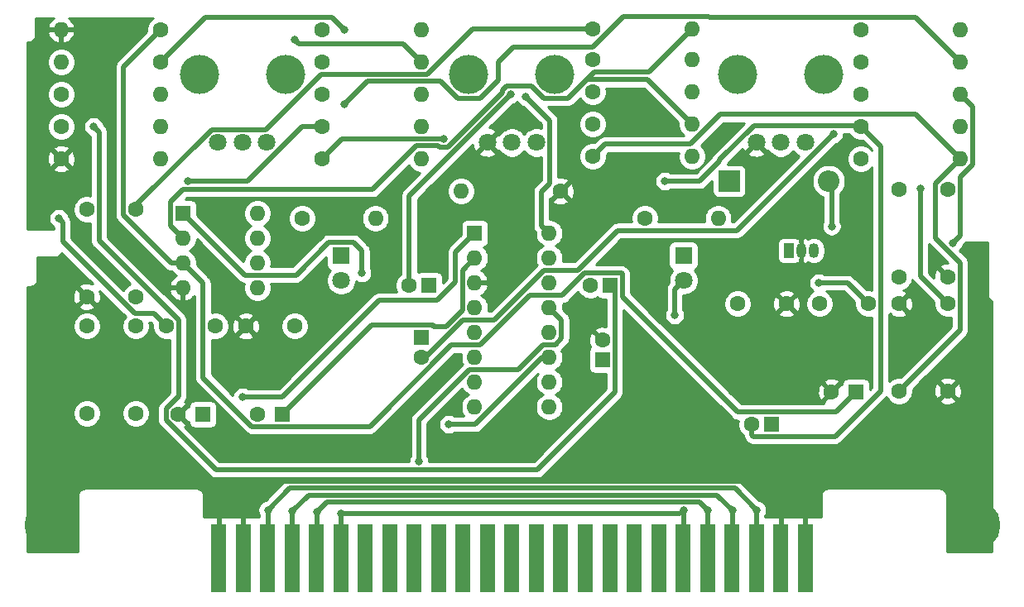
<source format=gbr>
G04 #@! TF.GenerationSoftware,KiCad,Pcbnew,(5.1.7)-1*
G04 #@! TF.CreationDate,2021-05-30T15:58:05-05:00*
G04 #@! TF.ProjectId,ConsolePedalDelay,436f6e73-6f6c-4655-9065-64616c44656c,rev?*
G04 #@! TF.SameCoordinates,Original*
G04 #@! TF.FileFunction,Copper,L4,Bot*
G04 #@! TF.FilePolarity,Positive*
%FSLAX46Y46*%
G04 Gerber Fmt 4.6, Leading zero omitted, Abs format (unit mm)*
G04 Created by KiCad (PCBNEW (5.1.7)-1) date 2021-05-30 15:58:05*
%MOMM*%
%LPD*%
G01*
G04 APERTURE LIST*
G04 #@! TA.AperFunction,ComponentPad*
%ADD10R,1.800000X1.800000*%
G04 #@! TD*
G04 #@! TA.AperFunction,ComponentPad*
%ADD11C,1.800000*%
G04 #@! TD*
G04 #@! TA.AperFunction,ConnectorPad*
%ADD12R,1.500000X7.000000*%
G04 #@! TD*
G04 #@! TA.AperFunction,ComponentPad*
%ADD13C,5.000000*%
G04 #@! TD*
G04 #@! TA.AperFunction,ComponentPad*
%ADD14C,1.600000*%
G04 #@! TD*
G04 #@! TA.AperFunction,ComponentPad*
%ADD15O,1.600000X1.600000*%
G04 #@! TD*
G04 #@! TA.AperFunction,ComponentPad*
%ADD16R,2.200000X2.200000*%
G04 #@! TD*
G04 #@! TA.AperFunction,ComponentPad*
%ADD17O,2.200000X2.200000*%
G04 #@! TD*
G04 #@! TA.AperFunction,WasherPad*
%ADD18C,4.000000*%
G04 #@! TD*
G04 #@! TA.AperFunction,ComponentPad*
%ADD19O,1.050000X1.500000*%
G04 #@! TD*
G04 #@! TA.AperFunction,ComponentPad*
%ADD20R,1.050000X1.500000*%
G04 #@! TD*
G04 #@! TA.AperFunction,ComponentPad*
%ADD21R,1.600000X1.600000*%
G04 #@! TD*
G04 #@! TA.AperFunction,ViaPad*
%ADD22C,0.800000*%
G04 #@! TD*
G04 #@! TA.AperFunction,Conductor*
%ADD23C,0.500000*%
G04 #@! TD*
G04 #@! TA.AperFunction,Conductor*
%ADD24C,0.254000*%
G04 #@! TD*
G04 #@! TA.AperFunction,Conductor*
%ADD25C,0.100000*%
G04 #@! TD*
G04 APERTURE END LIST*
D10*
G04 #@! TO.P,D3,1*
G04 #@! TO.N,Net-(D2-Pad1)*
X115250000Y-95000000D03*
D11*
G04 #@! TO.P,D3,2*
G04 #@! TO.N,/LEDPower*
X115250000Y-97540000D03*
G04 #@! TD*
G04 #@! TO.P,D2,2*
G04 #@! TO.N,/LEDPower*
X150250000Y-97540000D03*
D10*
G04 #@! TO.P,D2,1*
G04 #@! TO.N,Net-(D2-Pad1)*
X150250000Y-95000000D03*
G04 #@! TD*
D12*
G04 #@! TO.P,J1,26*
G04 #@! TO.N,GND*
X102715000Y-126000000D03*
G04 #@! TO.P,J1,27*
X105215000Y-126000000D03*
G04 #@! TO.P,J1,28*
G04 #@! TO.N,/Input*
X107715000Y-126000000D03*
G04 #@! TO.P,J1,29*
G04 #@! TO.N,/Output*
X110215000Y-126000000D03*
G04 #@! TO.P,J1,30*
G04 #@! TO.N,+9V*
X112715000Y-126000000D03*
G04 #@! TO.P,J1,31*
G04 #@! TO.N,/LEDPower*
X115215000Y-126000000D03*
G04 #@! TO.P,J1,32*
G04 #@! TO.N,N/C*
X117715000Y-126000000D03*
G04 #@! TO.P,J1,33*
X120215000Y-126000000D03*
G04 #@! TO.P,J1,34*
X122715000Y-126000000D03*
G04 #@! TO.P,J1,35*
X125215000Y-126000000D03*
G04 #@! TO.P,J1,36*
X127715000Y-126000000D03*
G04 #@! TO.P,J1,37*
X130215000Y-126000000D03*
G04 #@! TO.P,J1,38*
X132715000Y-126000000D03*
G04 #@! TO.P,J1,39*
X135215000Y-126000000D03*
G04 #@! TO.P,J1,40*
X137715000Y-126000000D03*
G04 #@! TO.P,J1,41*
X140215000Y-126000000D03*
G04 #@! TO.P,J1,42*
X142715000Y-126000000D03*
G04 #@! TO.P,J1,43*
X145215000Y-126000000D03*
G04 #@! TO.P,J1,44*
X147715000Y-126000000D03*
G04 #@! TO.P,J1,45*
G04 #@! TO.N,/LEDPower*
X150215000Y-126000000D03*
G04 #@! TO.P,J1,46*
G04 #@! TO.N,+9V*
X152715000Y-126000000D03*
G04 #@! TO.P,J1,47*
G04 #@! TO.N,/Output*
X155215000Y-126000000D03*
G04 #@! TO.P,J1,48*
G04 #@! TO.N,/Input*
X157715000Y-126000000D03*
G04 #@! TO.P,J1,49*
G04 #@! TO.N,GND*
X160215000Y-126000000D03*
G04 #@! TO.P,J1,50*
X162715000Y-126000000D03*
G04 #@! TD*
D13*
G04 #@! TO.P,H1,1*
G04 #@! TO.N,GND*
X85350000Y-122600000D03*
G04 #@! TD*
G04 #@! TO.P,H2,1*
G04 #@! TO.N,GND*
X180150000Y-122600000D03*
G04 #@! TD*
D14*
G04 #@! TO.P,R21,1*
G04 #@! TO.N,GND*
X137668000Y-88392000D03*
D15*
G04 #@! TO.P,R21,2*
G04 #@! TO.N,Net-(D2-Pad1)*
X127508000Y-88392000D03*
G04 #@! TD*
D14*
G04 #@! TO.P,C1,1*
G04 #@! TO.N,Net-(C1-Pad1)*
X94234000Y-90278000D03*
G04 #@! TO.P,C1,2*
G04 #@! TO.N,/Input*
X89234000Y-90278000D03*
G04 #@! TD*
G04 #@! TO.P,C2,1*
G04 #@! TO.N,Net-(C2-Pad1)*
X146304000Y-91186000D03*
D15*
G04 #@! TO.P,C2,2*
G04 #@! TO.N,Net-(C2-Pad2)*
X153804000Y-91186000D03*
G04 #@! TD*
G04 #@! TO.P,C3,2*
G04 #@! TO.N,Net-(C3-Pad2)*
X118752000Y-91186000D03*
D14*
G04 #@! TO.P,C3,1*
G04 #@! TO.N,Net-(C3-Pad1)*
X111252000Y-91186000D03*
G04 #@! TD*
G04 #@! TO.P,C6,2*
G04 #@! TO.N,GND*
X172292000Y-99930000D03*
G04 #@! TO.P,C6,1*
G04 #@! TO.N,Net-(C6-Pad1)*
X177292000Y-99930000D03*
G04 #@! TD*
G04 #@! TO.P,C7,1*
G04 #@! TO.N,/pin16*
X102362000Y-102216000D03*
G04 #@! TO.P,C7,2*
G04 #@! TO.N,/pin15*
X97362000Y-102216000D03*
G04 #@! TD*
G04 #@! TO.P,C8,1*
G04 #@! TO.N,/pin14*
X94234000Y-111144000D03*
G04 #@! TO.P,C8,2*
G04 #@! TO.N,/pin13*
X89234000Y-111144000D03*
G04 #@! TD*
G04 #@! TO.P,C9,2*
G04 #@! TO.N,/pin11*
X89234000Y-102216000D03*
G04 #@! TO.P,C9,1*
G04 #@! TO.N,/pin12*
X94234000Y-102216000D03*
G04 #@! TD*
G04 #@! TO.P,C10,1*
G04 #@! TO.N,/pin10*
X169164000Y-99930000D03*
G04 #@! TO.P,C10,2*
G04 #@! TO.N,/pin9*
X164164000Y-99930000D03*
G04 #@! TD*
G04 #@! TO.P,C11,2*
G04 #@! TO.N,Net-(C11-Pad2)*
X172292000Y-88246000D03*
G04 #@! TO.P,C11,1*
G04 #@! TO.N,Net-(C11-Pad1)*
X177292000Y-88246000D03*
G04 #@! TD*
G04 #@! TO.P,C12,2*
G04 #@! TO.N,Net-(C12-Pad2)*
X155782000Y-99930000D03*
G04 #@! TO.P,C12,1*
G04 #@! TO.N,GND*
X160782000Y-99930000D03*
G04 #@! TD*
G04 #@! TO.P,C15,1*
G04 #@! TO.N,GND*
X177292000Y-97174000D03*
G04 #@! TO.P,C15,2*
G04 #@! TO.N,Net-(C15-Pad2)*
X172292000Y-97174000D03*
G04 #@! TD*
G04 #@! TO.P,C16,1*
G04 #@! TO.N,GND*
X177292000Y-108858000D03*
G04 #@! TO.P,C16,2*
G04 #@! TO.N,Net-(C16-Pad2)*
X172292000Y-108858000D03*
G04 #@! TD*
G04 #@! TO.P,C18,2*
G04 #@! TO.N,GND*
X89234000Y-99206000D03*
G04 #@! TO.P,C18,1*
G04 #@! TO.N,/pin7*
X94234000Y-99206000D03*
G04 #@! TD*
G04 #@! TO.P,C19,2*
G04 #@! TO.N,GND*
X105490000Y-102216000D03*
G04 #@! TO.P,C19,1*
G04 #@! TO.N,/pin8*
X110490000Y-102216000D03*
G04 #@! TD*
D16*
G04 #@! TO.P,D1,1*
G04 #@! TO.N,Net-(D1-Pad1)*
X154940000Y-87376000D03*
D17*
G04 #@! TO.P,D1,2*
G04 #@! TO.N,+9V*
X165100000Y-87376000D03*
G04 #@! TD*
D14*
G04 #@! TO.P,R1,1*
G04 #@! TO.N,GND*
X86614000Y-85090000D03*
D15*
G04 #@! TO.P,R1,2*
G04 #@! TO.N,/Input*
X96774000Y-85090000D03*
G04 #@! TD*
G04 #@! TO.P,R2,2*
G04 #@! TO.N,Net-(C2-Pad1)*
X151130000Y-71800000D03*
D14*
G04 #@! TO.P,R2,1*
G04 #@! TO.N,Net-(C1-Pad1)*
X140970000Y-71800000D03*
G04 #@! TD*
G04 #@! TO.P,R3,1*
G04 #@! TO.N,Net-(C2-Pad2)*
X140970000Y-81534000D03*
D15*
G04 #@! TO.P,R3,2*
G04 #@! TO.N,Net-(C2-Pad1)*
X151130000Y-81534000D03*
G04 #@! TD*
D14*
G04 #@! TO.P,R4,1*
G04 #@! TO.N,Net-(C2-Pad2)*
X168402000Y-75184000D03*
D15*
G04 #@! TO.P,R4,2*
G04 #@! TO.N,Net-(C3-Pad1)*
X178562000Y-75184000D03*
G04 #@! TD*
D14*
G04 #@! TO.P,R5,1*
G04 #@! TO.N,Net-(C3-Pad1)*
X86614000Y-78486000D03*
D15*
G04 #@! TO.P,R5,2*
G04 #@! TO.N,Net-(C3-Pad2)*
X96774000Y-78486000D03*
G04 #@! TD*
D14*
G04 #@! TO.P,R6,1*
G04 #@! TO.N,Net-(C4-Pad2)*
X168402000Y-78486000D03*
D15*
G04 #@! TO.P,R6,2*
G04 #@! TO.N,/Output*
X178562000Y-78486000D03*
G04 #@! TD*
D14*
G04 #@! TO.P,R7,1*
G04 #@! TO.N,Net-(C6-Pad1)*
X168402000Y-71882000D03*
D15*
G04 #@! TO.P,R7,2*
G04 #@! TO.N,Net-(C5-Pad2)*
X178562000Y-71882000D03*
G04 #@! TD*
G04 #@! TO.P,R8,2*
G04 #@! TO.N,Net-(C6-Pad1)*
X151130000Y-74930000D03*
D14*
G04 #@! TO.P,R8,1*
G04 #@! TO.N,/pin16*
X140970000Y-74930000D03*
G04 #@! TD*
D15*
G04 #@! TO.P,R9,2*
G04 #@! TO.N,/pin15*
X86614000Y-75184000D03*
D14*
G04 #@! TO.P,R9,1*
G04 #@! TO.N,Net-(C6-Pad1)*
X96774000Y-75184000D03*
G04 #@! TD*
G04 #@! TO.P,R10,1*
G04 #@! TO.N,Net-(C6-Pad1)*
X140970000Y-78232000D03*
D15*
G04 #@! TO.P,R10,2*
G04 #@! TO.N,Net-(C11-Pad2)*
X151130000Y-78232000D03*
G04 #@! TD*
D14*
G04 #@! TO.P,R11,1*
G04 #@! TO.N,/pin14*
X113284000Y-81788000D03*
D15*
G04 #@! TO.P,R11,2*
G04 #@! TO.N,Net-(C16-Pad2)*
X123444000Y-81788000D03*
G04 #@! TD*
G04 #@! TO.P,R12,2*
G04 #@! TO.N,Net-(C16-Pad2)*
X178562000Y-85090000D03*
D14*
G04 #@! TO.P,R12,1*
G04 #@! TO.N,/pin13*
X168402000Y-85090000D03*
G04 #@! TD*
D15*
G04 #@! TO.P,R13,2*
G04 #@! TO.N,Net-(C12-Pad2)*
X123444000Y-78486000D03*
D14*
G04 #@! TO.P,R13,1*
G04 #@! TO.N,/pin14*
X113284000Y-78486000D03*
G04 #@! TD*
D15*
G04 #@! TO.P,R14,2*
G04 #@! TO.N,Net-(C15-Pad2)*
X178562000Y-81788000D03*
D14*
G04 #@! TO.P,R14,1*
G04 #@! TO.N,Net-(C13-Pad2)*
X168402000Y-81788000D03*
G04 #@! TD*
D15*
G04 #@! TO.P,R15,2*
G04 #@! TO.N,Net-(C14-Pad1)*
X96774000Y-81788000D03*
D14*
G04 #@! TO.P,R15,1*
G04 #@! TO.N,Net-(C3-Pad1)*
X86614000Y-81788000D03*
G04 #@! TD*
D15*
G04 #@! TO.P,R16,2*
G04 #@! TO.N,/pin12*
X151130000Y-84836000D03*
D14*
G04 #@! TO.P,R16,1*
G04 #@! TO.N,Net-(C16-Pad2)*
X140970000Y-84836000D03*
G04 #@! TD*
G04 #@! TO.P,R17,1*
G04 #@! TO.N,/pin6*
X113284000Y-75184000D03*
D15*
G04 #@! TO.P,R17,2*
G04 #@! TO.N,Net-(R17-Pad2)*
X123444000Y-75184000D03*
G04 #@! TD*
G04 #@! TO.P,R18,2*
G04 #@! TO.N,Net-(D1-Pad1)*
X123444000Y-85090000D03*
D14*
G04 #@! TO.P,R18,1*
G04 #@! TO.N,Net-(C20-Pad1)*
X113284000Y-85090000D03*
G04 #@! TD*
D15*
G04 #@! TO.P,R19,2*
G04 #@! TO.N,/VREF*
X123444000Y-71882000D03*
D14*
G04 #@! TO.P,R19,1*
G04 #@! TO.N,Net-(C20-Pad1)*
X113284000Y-71882000D03*
G04 #@! TD*
G04 #@! TO.P,R20,1*
G04 #@! TO.N,/VREF*
X96774000Y-71882000D03*
D15*
G04 #@! TO.P,R20,2*
G04 #@! TO.N,GND*
X86614000Y-71882000D03*
G04 #@! TD*
D11*
G04 #@! TO.P,RV1,3*
G04 #@! TO.N,/pin4*
X102639000Y-83439000D03*
G04 #@! TO.P,RV1,2*
G04 #@! TO.N,Net-(R17-Pad2)*
X105139000Y-83439000D03*
G04 #@! TO.P,RV1,1*
X107639000Y-83439000D03*
D18*
G04 #@! TO.P,RV1,*
G04 #@! TO.N,*
X100739000Y-76439000D03*
X109539000Y-76439000D03*
G04 #@! TD*
G04 #@! TO.P,RV2,*
G04 #@! TO.N,*
X137115000Y-76439000D03*
X128315000Y-76439000D03*
D11*
G04 #@! TO.P,RV2,1*
G04 #@! TO.N,Net-(C13-Pad2)*
X135215000Y-83439000D03*
G04 #@! TO.P,RV2,2*
G04 #@! TO.N,Net-(C14-Pad2)*
X132715000Y-83439000D03*
G04 #@! TO.P,RV2,3*
G04 #@! TO.N,GND*
X130215000Y-83439000D03*
G04 #@! TD*
G04 #@! TO.P,RV3,3*
G04 #@! TO.N,GND*
X157715000Y-83439000D03*
G04 #@! TO.P,RV3,2*
G04 #@! TO.N,Net-(C15-Pad2)*
X160215000Y-83439000D03*
G04 #@! TO.P,RV3,1*
G04 #@! TO.N,Net-(C11-Pad1)*
X162715000Y-83439000D03*
D18*
G04 #@! TO.P,RV3,*
G04 #@! TO.N,*
X155815000Y-76439000D03*
X164615000Y-76439000D03*
G04 #@! TD*
D19*
G04 #@! TO.P,U3,2*
G04 #@! TO.N,GND*
X162306000Y-94488000D03*
G04 #@! TO.P,U3,3*
G04 #@! TO.N,Net-(C20-Pad1)*
X163576000Y-94488000D03*
D20*
G04 #@! TO.P,U3,1*
G04 #@! TO.N,/5V*
X161036000Y-94488000D03*
G04 #@! TD*
D21*
G04 #@! TO.P,U1,1*
G04 #@! TO.N,Net-(C2-Pad2)*
X99060000Y-90678000D03*
D15*
G04 #@! TO.P,U1,5*
G04 #@! TO.N,/VREF*
X106680000Y-98298000D03*
G04 #@! TO.P,U1,2*
G04 #@! TO.N,Net-(C2-Pad1)*
X99060000Y-93218000D03*
G04 #@! TO.P,U1,6*
G04 #@! TO.N,Net-(C3-Pad1)*
X106680000Y-95758000D03*
G04 #@! TO.P,U1,3*
G04 #@! TO.N,/VREF*
X99060000Y-95758000D03*
G04 #@! TO.P,U1,7*
G04 #@! TO.N,Net-(C3-Pad2)*
X106680000Y-93218000D03*
G04 #@! TO.P,U1,4*
G04 #@! TO.N,GND*
X99060000Y-98298000D03*
G04 #@! TO.P,U1,8*
G04 #@! TO.N,Net-(C20-Pad1)*
X106680000Y-90678000D03*
G04 #@! TD*
D21*
G04 #@! TO.P,U2,1*
G04 #@! TO.N,/5V*
X128905000Y-92710000D03*
D15*
G04 #@! TO.P,U2,9*
G04 #@! TO.N,/pin9*
X136525000Y-110490000D03*
G04 #@! TO.P,U2,2*
G04 #@! TO.N,/pin2*
X128905000Y-95250000D03*
G04 #@! TO.P,U2,10*
G04 #@! TO.N,/pin10*
X136525000Y-107950000D03*
G04 #@! TO.P,U2,3*
G04 #@! TO.N,GND*
X128905000Y-97790000D03*
G04 #@! TO.P,U2,11*
G04 #@! TO.N,/pin11*
X136525000Y-105410000D03*
G04 #@! TO.P,U2,4*
G04 #@! TO.N,/pin4*
X128905000Y-100330000D03*
G04 #@! TO.P,U2,12*
G04 #@! TO.N,/pin12*
X136525000Y-102870000D03*
G04 #@! TO.P,U2,5*
G04 #@! TO.N,N/C*
X128905000Y-102870000D03*
G04 #@! TO.P,U2,13*
G04 #@! TO.N,/pin13*
X136525000Y-100330000D03*
G04 #@! TO.P,U2,6*
G04 #@! TO.N,/pin6*
X128905000Y-105410000D03*
G04 #@! TO.P,U2,14*
G04 #@! TO.N,/pin14*
X136525000Y-97790000D03*
G04 #@! TO.P,U2,7*
G04 #@! TO.N,/pin7*
X128905000Y-107950000D03*
G04 #@! TO.P,U2,15*
G04 #@! TO.N,/pin15*
X136525000Y-95250000D03*
G04 #@! TO.P,U2,8*
G04 #@! TO.N,/pin8*
X128905000Y-110490000D03*
G04 #@! TO.P,U2,16*
G04 #@! TO.N,/pin16*
X136525000Y-92710000D03*
G04 #@! TD*
D21*
G04 #@! TO.P,C4,1*
G04 #@! TO.N,Net-(C3-Pad2)*
X123444000Y-103378000D03*
D14*
G04 #@! TO.P,C4,2*
G04 #@! TO.N,Net-(C4-Pad2)*
X123444000Y-105378000D03*
G04 #@! TD*
G04 #@! TO.P,C5,2*
G04 #@! TO.N,Net-(C5-Pad2)*
X122206000Y-98044000D03*
D21*
G04 #@! TO.P,C5,1*
G04 #@! TO.N,Net-(C2-Pad2)*
X124206000Y-98044000D03*
G04 #@! TD*
D14*
G04 #@! TO.P,C13,2*
G04 #@! TO.N,Net-(C13-Pad2)*
X157258000Y-112268000D03*
D21*
G04 #@! TO.P,C13,1*
G04 #@! TO.N,Net-(C12-Pad2)*
X159258000Y-112268000D03*
G04 #@! TD*
G04 #@! TO.P,C14,1*
G04 #@! TO.N,Net-(C14-Pad1)*
X142748000Y-98044000D03*
D14*
G04 #@! TO.P,C14,2*
G04 #@! TO.N,Net-(C14-Pad2)*
X140748000Y-98044000D03*
G04 #@! TD*
D21*
G04 #@! TO.P,C17,1*
G04 #@! TO.N,/pin2*
X109220000Y-111252000D03*
D14*
G04 #@! TO.P,C17,2*
G04 #@! TO.N,GND*
X106720000Y-111252000D03*
G04 #@! TD*
D21*
G04 #@! TO.P,C20,1*
G04 #@! TO.N,Net-(C20-Pad1)*
X141986000Y-105664000D03*
D14*
G04 #@! TO.P,C20,2*
G04 #@! TO.N,GND*
X141986000Y-103664000D03*
G04 #@! TD*
G04 #@! TO.P,C21,2*
G04 #@! TO.N,GND*
X165394000Y-108966000D03*
D21*
G04 #@! TO.P,C21,1*
G04 #@! TO.N,/VREF*
X167894000Y-108966000D03*
G04 #@! TD*
G04 #@! TO.P,C22,1*
G04 #@! TO.N,/5V*
X101092000Y-111252000D03*
D14*
G04 #@! TO.P,C22,2*
G04 #@! TO.N,GND*
X98592000Y-111252000D03*
G04 #@! TD*
D22*
G04 #@! TO.N,GND*
X105250000Y-120979000D03*
X160250000Y-120988000D03*
X102750000Y-121038000D03*
X162750000Y-120967000D03*
X102870000Y-98298000D03*
X92710000Y-93218000D03*
X161036000Y-115570000D03*
X159258000Y-116840000D03*
G04 #@! TO.N,/LEDPower*
X115250000Y-121454000D03*
X150250000Y-121073000D03*
X149352000Y-101092000D03*
G04 #@! TO.N,/Input*
X107750000Y-121066000D03*
X157750000Y-121066000D03*
G04 #@! TO.N,/Output*
X110250000Y-121195000D03*
X155250000Y-121068000D03*
X177800000Y-93726000D03*
G04 #@! TO.N,+9V*
X112750000Y-121235000D03*
X152750000Y-121108000D03*
X165414001Y-92008001D03*
G04 #@! TO.N,Net-(C2-Pad2)*
X117367999Y-96793999D03*
G04 #@! TO.N,Net-(C3-Pad1)*
X115570000Y-79502000D03*
G04 #@! TO.N,Net-(C5-Pad2)*
X132588000Y-78486000D03*
G04 #@! TO.N,Net-(C4-Pad2)*
X165608000Y-82550000D03*
G04 #@! TO.N,Net-(C6-Pad1)*
X174498000Y-88138000D03*
X115570000Y-71882000D03*
G04 #@! TO.N,/pin16*
X134112000Y-78740000D03*
G04 #@! TO.N,/pin15*
X86360000Y-91186000D03*
G04 #@! TO.N,/pin14*
X99568000Y-87376000D03*
G04 #@! TO.N,/pin13*
X123190000Y-116078000D03*
G04 #@! TO.N,/pin11*
X126238000Y-112268000D03*
G04 #@! TO.N,/pin10*
X164084000Y-97790000D03*
X164084000Y-97790000D03*
G04 #@! TO.N,Net-(C13-Pad2)*
X148336000Y-87376000D03*
G04 #@! TO.N,Net-(C14-Pad1)*
X89916000Y-81788000D03*
G04 #@! TO.N,Net-(C20-Pad1)*
X125730000Y-83058000D03*
G04 #@! TO.N,/5V*
X105156000Y-109474000D03*
G04 #@! TO.N,Net-(R17-Pad2)*
X110490000Y-72898000D03*
G04 #@! TD*
D23*
G04 #@! TO.N,GND*
X105250000Y-126000000D02*
X105250000Y-120979000D01*
X160250000Y-126000000D02*
X160250000Y-120988000D01*
X157384969Y-118122969D02*
X160250000Y-120988000D01*
X108106031Y-118122969D02*
X157384969Y-118122969D01*
X105250000Y-120979000D02*
X108106031Y-118122969D01*
X102750000Y-126000000D02*
X102750000Y-121038000D01*
X162750000Y-120967000D02*
X162750000Y-126000000D01*
X162729000Y-120988000D02*
X162750000Y-120967000D01*
X160250000Y-120988000D02*
X162729000Y-120988000D01*
X105191000Y-121038000D02*
X105250000Y-120979000D01*
X102750000Y-121038000D02*
X105191000Y-121038000D01*
G04 #@! TO.N,/LEDPower*
X115250000Y-126000000D02*
X115250000Y-121454000D01*
X150250000Y-121073000D02*
X150250000Y-126000000D01*
X149869000Y-121454000D02*
X150250000Y-121073000D01*
X115250000Y-121454000D02*
X149869000Y-121454000D01*
X149352000Y-98438000D02*
X150250000Y-97540000D01*
X149352000Y-101092000D02*
X149352000Y-98438000D01*
G04 #@! TO.N,/Input*
X107750000Y-121066000D02*
X107750000Y-126000000D01*
X157750000Y-121066000D02*
X157750000Y-126000000D01*
X155506979Y-118822979D02*
X157750000Y-121066000D01*
X109993021Y-118822979D02*
X155506979Y-118822979D01*
X107750000Y-121066000D02*
X109993021Y-118822979D01*
G04 #@! TO.N,/Output*
X110250000Y-121195000D02*
X110250000Y-126000000D01*
X155250000Y-121068000D02*
X155250000Y-126000000D01*
X153704989Y-119522989D02*
X155250000Y-121068000D01*
X111922011Y-119522989D02*
X153704989Y-119522989D01*
X110250000Y-121195000D02*
X111922011Y-119522989D01*
X179812001Y-79736001D02*
X178562000Y-78486000D01*
X178542001Y-92983999D02*
X178542001Y-86960001D01*
X179812001Y-85690001D02*
X179812001Y-79736001D01*
X178542001Y-86960001D02*
X179812001Y-85690001D01*
X177800000Y-93726000D02*
X178542001Y-92983999D01*
G04 #@! TO.N,+9V*
X112750000Y-121235000D02*
X112750000Y-126000000D01*
X152750000Y-121108000D02*
X152750000Y-126000000D01*
X151864999Y-120222999D02*
X152750000Y-121108000D01*
X113762001Y-120222999D02*
X151864999Y-120222999D01*
X112750000Y-121235000D02*
X113762001Y-120222999D01*
X165414001Y-87690001D02*
X165100000Y-87376000D01*
X165414001Y-92008001D02*
X165414001Y-87690001D01*
G04 #@! TO.N,Net-(C2-Pad1)*
X146577999Y-76981999D02*
X151130000Y-81534000D01*
X140369999Y-76981999D02*
X146577999Y-76981999D01*
X135938999Y-78889001D02*
X138462997Y-78889001D01*
X134685997Y-77635999D02*
X135938999Y-78889001D01*
X132179999Y-77635999D02*
X134685997Y-77635999D01*
X131737999Y-78077999D02*
X132179999Y-77635999D01*
X126176037Y-83908001D02*
X131737999Y-78346039D01*
X125321999Y-83908001D02*
X126176037Y-83908001D01*
X125172008Y-83758010D02*
X125321999Y-83908001D01*
X122925988Y-83758010D02*
X125172008Y-83758010D01*
X118457997Y-88226001D02*
X122925988Y-83758010D01*
X99101997Y-88226001D02*
X118457997Y-88226001D01*
X97809999Y-89517999D02*
X99101997Y-88226001D01*
X97809999Y-91967999D02*
X97809999Y-89517999D01*
X131737999Y-78346039D02*
X131737999Y-78077999D01*
X99060000Y-93218000D02*
X97809999Y-91967999D01*
X141171997Y-76180001D02*
X139790999Y-77560999D01*
X146749999Y-76180001D02*
X141171997Y-76180001D01*
X151130000Y-71800000D02*
X146749999Y-76180001D01*
X139790999Y-77560999D02*
X140369999Y-76981999D01*
X138462997Y-78889001D02*
X139790999Y-77560999D01*
G04 #@! TO.N,Net-(C2-Pad2)*
X105390001Y-97008001D02*
X99060000Y-90678000D01*
X110631997Y-97008001D02*
X106953999Y-97008001D01*
X113989999Y-93649999D02*
X110631997Y-97008001D01*
X116510001Y-93649999D02*
X113989999Y-93649999D01*
X117367999Y-94507997D02*
X116510001Y-93649999D01*
X117367999Y-96793999D02*
X117367999Y-94507997D01*
X106953999Y-97008001D02*
X105390001Y-97008001D01*
X107280001Y-97008001D02*
X106953999Y-97008001D01*
G04 #@! TO.N,Net-(C3-Pad1)*
X129491001Y-78889001D02*
X131318000Y-77062002D01*
X127138999Y-78889001D02*
X129491001Y-78889001D01*
X125384009Y-77134011D02*
X127138999Y-78889001D01*
X117937989Y-77134011D02*
X125384009Y-77134011D01*
X115570000Y-79502000D02*
X117937989Y-77134011D01*
X132822001Y-73679999D02*
X131318000Y-75184000D01*
X140940003Y-73679999D02*
X132822001Y-73679999D01*
X144070003Y-70549999D02*
X140940003Y-73679999D01*
X152866001Y-70549999D02*
X144070003Y-70549999D01*
X152948001Y-70631999D02*
X152866001Y-70549999D01*
X174009999Y-70631999D02*
X152948001Y-70631999D01*
X178562000Y-75184000D02*
X174009999Y-70631999D01*
X131318000Y-77062002D02*
X131318000Y-75184000D01*
G04 #@! TO.N,Net-(C5-Pad2)*
X122206000Y-88868000D02*
X122206000Y-98044000D01*
X132588000Y-78486000D02*
X122206000Y-88868000D01*
G04 #@! TO.N,Net-(C1-Pad1)*
X94234000Y-89845998D02*
X94234000Y-90278000D01*
X107515003Y-82088999D02*
X101990999Y-82088999D01*
X113170001Y-76434001D02*
X107515003Y-82088999D01*
X124044001Y-76434001D02*
X113170001Y-76434001D01*
X101990999Y-82088999D02*
X94234000Y-89845998D01*
X128678002Y-71800000D02*
X124044001Y-76434001D01*
X140970000Y-71800000D02*
X128678002Y-71800000D01*
G04 #@! TO.N,Net-(C4-Pad2)*
X139452034Y-96500001D02*
X143516034Y-92436001D01*
X130884997Y-101580001D02*
X135964997Y-96500001D01*
X127652001Y-101580001D02*
X130884997Y-101580001D01*
X143516034Y-92436001D02*
X155721999Y-92436001D01*
X135964997Y-96500001D02*
X139452034Y-96500001D01*
X123854002Y-105378000D02*
X127652001Y-101580001D01*
X123444000Y-105378000D02*
X123854002Y-105378000D01*
X155721999Y-92436001D02*
X165608000Y-82550000D01*
X165608000Y-82550000D02*
X165608000Y-82550000D01*
G04 #@! TO.N,Net-(C6-Pad1)*
X174498000Y-97136000D02*
X177292000Y-99930000D01*
X174498000Y-88138000D02*
X174498000Y-97136000D01*
X101326001Y-70631999D02*
X96774000Y-75184000D01*
X114319999Y-70631999D02*
X101326001Y-70631999D01*
X115570000Y-71882000D02*
X114319999Y-70631999D01*
G04 #@! TO.N,/pin16*
X135725001Y-91910001D02*
X136525000Y-92710000D01*
X135725001Y-88484997D02*
X135725001Y-91910001D01*
X136565001Y-87644997D02*
X135725001Y-88484997D01*
X136565001Y-81193001D02*
X136565001Y-87644997D01*
X134112000Y-78740000D02*
X136565001Y-81193001D01*
G04 #@! TO.N,/pin15*
X96111999Y-100965999D02*
X97362000Y-102216000D01*
X94143997Y-100965999D02*
X96111999Y-100965999D01*
X86759999Y-93582001D02*
X94143997Y-100965999D01*
X86759999Y-91585999D02*
X86759999Y-93582001D01*
X86360000Y-91186000D02*
X86759999Y-91585999D01*
G04 #@! TO.N,/pin14*
X111288002Y-81788000D02*
X113284000Y-81788000D01*
X105700002Y-87376000D02*
X111288002Y-81788000D01*
X99568000Y-87376000D02*
X105700002Y-87376000D01*
G04 #@! TO.N,/pin13*
X137125001Y-104120001D02*
X137775001Y-103470001D01*
X137775001Y-101580001D02*
X136525000Y-100330000D01*
X135924999Y-104120001D02*
X137125001Y-104120001D01*
X137775001Y-103470001D02*
X137775001Y-101580001D01*
X133384999Y-106660001D02*
X135924999Y-104120001D01*
X128344997Y-106660001D02*
X133384999Y-106660001D01*
X123190000Y-111814998D02*
X128344997Y-106660001D01*
X123190000Y-116078000D02*
X123190000Y-111814998D01*
G04 #@! TO.N,/pin11*
X128977002Y-112268000D02*
X135835002Y-105410000D01*
X135835002Y-105410000D02*
X136525000Y-105410000D01*
X126238000Y-112268000D02*
X128977002Y-112268000D01*
G04 #@! TO.N,/pin10*
X167024000Y-97790000D02*
X169164000Y-99930000D01*
X164084000Y-97790000D02*
X167024000Y-97790000D01*
G04 #@! TO.N,Net-(C13-Pad2)*
X170414001Y-83800001D02*
X168402000Y-81788000D01*
X157376631Y-113518001D02*
X165752001Y-113518001D01*
X157258000Y-113399370D02*
X157376631Y-113518001D01*
X170414001Y-108856001D02*
X170414001Y-83800001D01*
X165752001Y-113518001D02*
X170414001Y-108856001D01*
X157258000Y-112268000D02*
X157258000Y-113399370D01*
X157455999Y-81699999D02*
X168313999Y-81699999D01*
X153961998Y-85194000D02*
X157455999Y-81699999D01*
X153961998Y-85344000D02*
X153961998Y-85194000D01*
X168313999Y-81699999D02*
X168402000Y-81788000D01*
X151929998Y-87376000D02*
X153961998Y-85344000D01*
X148336000Y-87376000D02*
X151929998Y-87376000D01*
G04 #@! TO.N,Net-(C14-Pad1)*
X102417999Y-116928001D02*
X135293999Y-116928001D01*
X97341999Y-111852001D02*
X102417999Y-116928001D01*
X98612001Y-109381997D02*
X97341999Y-110651999D01*
X98612001Y-101615999D02*
X98612001Y-109381997D01*
X90484001Y-93487999D02*
X98612001Y-101615999D01*
X97341999Y-110651999D02*
X97341999Y-111852001D01*
X90484001Y-82356001D02*
X90484001Y-93487999D01*
X89916000Y-81788000D02*
X90484001Y-82356001D01*
X143236001Y-98532001D02*
X142748000Y-98044000D01*
X143236001Y-108985999D02*
X143236001Y-98532001D01*
X135293999Y-116928001D02*
X143236001Y-108985999D01*
G04 #@! TO.N,Net-(C16-Pad2)*
X176041999Y-93226001D02*
X176041999Y-87610001D01*
X176041999Y-87610001D02*
X178562000Y-85090000D01*
X178542001Y-95726003D02*
X176041999Y-93226001D01*
X178542001Y-102607999D02*
X178542001Y-95726003D01*
X172292000Y-108858000D02*
X178542001Y-102607999D01*
X142220001Y-83585999D02*
X140970000Y-84836000D01*
X150928003Y-83585999D02*
X142220001Y-83585999D01*
X153976003Y-80537999D02*
X150928003Y-83585999D01*
X174009999Y-80537999D02*
X153976003Y-80537999D01*
X178562000Y-85090000D02*
X174009999Y-80537999D01*
G04 #@! TO.N,/pin2*
X128905000Y-95755002D02*
X128905000Y-95250000D01*
X124604001Y-102127999D02*
X124714000Y-102237998D01*
X118344001Y-102127999D02*
X124604001Y-102127999D01*
X109220000Y-111252000D02*
X118344001Y-102127999D01*
X124714000Y-102237998D02*
X126004042Y-102237998D01*
X126004042Y-102237998D02*
X127654999Y-100587041D01*
X127654999Y-96500001D02*
X128905000Y-95250000D01*
X127654999Y-100587041D02*
X127654999Y-96500001D01*
G04 #@! TO.N,Net-(C20-Pad1)*
X115316000Y-83058000D02*
X113284000Y-85090000D01*
X125730000Y-83058000D02*
X115316000Y-83058000D01*
G04 #@! TO.N,/VREF*
X97863998Y-95758000D02*
X92983999Y-90878001D01*
X99060000Y-95758000D02*
X97863998Y-95758000D01*
X92983999Y-75672001D02*
X92983999Y-90150001D01*
X96774000Y-71882000D02*
X92983999Y-75672001D01*
X92983999Y-90150001D02*
X92983999Y-89642001D01*
X92983999Y-90878001D02*
X92983999Y-90150001D01*
X143998001Y-96883999D02*
X143908001Y-96793999D01*
X165842001Y-111017999D02*
X155811999Y-111017999D01*
X167894000Y-108966000D02*
X165842001Y-111017999D01*
X155811999Y-111017999D02*
X143998001Y-99204001D01*
X101111999Y-97809999D02*
X99060000Y-95758000D01*
X143908001Y-96793999D02*
X140147999Y-96793999D01*
X137861999Y-99079999D02*
X134545003Y-99079999D01*
X134545003Y-99079999D02*
X129465003Y-104159999D01*
X126512003Y-104159999D02*
X118170001Y-112502001D01*
X129465003Y-104159999D02*
X126512003Y-104159999D01*
X143998001Y-99204001D02*
X143998001Y-96883999D01*
X118170001Y-112502001D02*
X106119999Y-112502001D01*
X101111999Y-107494001D02*
X101111999Y-97809999D01*
X140147999Y-96793999D02*
X137861999Y-99079999D01*
X106119999Y-112502001D02*
X101111999Y-107494001D01*
G04 #@! TO.N,/5V*
X125069991Y-99590011D02*
X119103989Y-99590011D01*
X126954989Y-94660011D02*
X126954989Y-97705013D01*
X126954989Y-97705013D02*
X125069991Y-99590011D01*
X128905000Y-92710000D02*
X126954989Y-94660011D01*
X119103989Y-99590011D02*
X109220000Y-109474000D01*
X109220000Y-109474000D02*
X105664000Y-109474000D01*
X105664000Y-109474000D02*
X105156000Y-109474000D01*
X105156000Y-109474000D02*
X105156000Y-109474000D01*
G04 #@! TO.N,Net-(R17-Pad2)*
X121557999Y-73297999D02*
X123444000Y-75184000D01*
X110889999Y-73297999D02*
X121557999Y-73297999D01*
X110490000Y-72898000D02*
X110889999Y-73297999D01*
G04 #@! TD*
D24*
G04 #@! TO.N,GND*
X179139670Y-93628492D02*
X179267285Y-93667204D01*
X179400000Y-93680275D01*
X179433252Y-93677000D01*
X181323000Y-93677000D01*
X181323001Y-98966738D01*
X181319725Y-99000000D01*
X181332796Y-99132715D01*
X181371508Y-99260330D01*
X181434372Y-99377941D01*
X181518973Y-99481027D01*
X181622059Y-99565628D01*
X181739670Y-99628492D01*
X181823001Y-99653770D01*
X181823000Y-125323000D01*
X177177000Y-125323000D01*
X177177000Y-119533252D01*
X177180275Y-119500000D01*
X177167204Y-119367285D01*
X177128492Y-119239670D01*
X177065628Y-119122059D01*
X176981027Y-119018973D01*
X176877941Y-118934372D01*
X176760330Y-118871508D01*
X176632715Y-118832796D01*
X176533252Y-118823000D01*
X176500000Y-118819725D01*
X176466748Y-118823000D01*
X165033252Y-118823000D01*
X165000000Y-118819725D01*
X164966748Y-118823000D01*
X164867285Y-118832796D01*
X164739670Y-118871508D01*
X164622059Y-118934372D01*
X164518973Y-119018973D01*
X164434372Y-119122059D01*
X164371508Y-119239670D01*
X164332796Y-119367285D01*
X164319725Y-119500000D01*
X164323001Y-119533262D01*
X164323001Y-121793000D01*
X158627000Y-121793000D01*
X158627000Y-121602027D01*
X158660115Y-121552467D01*
X158737533Y-121365565D01*
X158777000Y-121167151D01*
X158777000Y-120964849D01*
X158737533Y-120766435D01*
X158660115Y-120579533D01*
X158547723Y-120411326D01*
X158404674Y-120268277D01*
X158236467Y-120155885D01*
X158049565Y-120078467D01*
X157991103Y-120066838D01*
X156157576Y-118233311D01*
X156130112Y-118199846D01*
X155996571Y-118090252D01*
X155844216Y-118008817D01*
X155678901Y-117958669D01*
X155550058Y-117945979D01*
X155506979Y-117941736D01*
X155463900Y-117945979D01*
X110036100Y-117945979D01*
X109993021Y-117941736D01*
X109821098Y-117958669D01*
X109655784Y-118008817D01*
X109503429Y-118090252D01*
X109369888Y-118199846D01*
X109342424Y-118233311D01*
X107508897Y-120066838D01*
X107450435Y-120078467D01*
X107263533Y-120155885D01*
X107095326Y-120268277D01*
X106952277Y-120411326D01*
X106839885Y-120579533D01*
X106762467Y-120766435D01*
X106723000Y-120964849D01*
X106723000Y-121167151D01*
X106762467Y-121365565D01*
X106839885Y-121552467D01*
X106873000Y-121602027D01*
X106873000Y-121793000D01*
X101177000Y-121793000D01*
X101177000Y-119533252D01*
X101180275Y-119500000D01*
X101167204Y-119367285D01*
X101128492Y-119239670D01*
X101065628Y-119122059D01*
X100981027Y-119018973D01*
X100877941Y-118934372D01*
X100760330Y-118871508D01*
X100632715Y-118832796D01*
X100533252Y-118823000D01*
X100500000Y-118819725D01*
X100466748Y-118823000D01*
X89033252Y-118823000D01*
X89000000Y-118819725D01*
X88966748Y-118823000D01*
X88867285Y-118832796D01*
X88739670Y-118871508D01*
X88622059Y-118934372D01*
X88518973Y-119018973D01*
X88434372Y-119122059D01*
X88371508Y-119239670D01*
X88332796Y-119367285D01*
X88319725Y-119500000D01*
X88323000Y-119533252D01*
X88323001Y-125323000D01*
X83177000Y-125323000D01*
X83177000Y-111003453D01*
X87807000Y-111003453D01*
X87807000Y-111284547D01*
X87861838Y-111560241D01*
X87969409Y-111819938D01*
X88125576Y-112053660D01*
X88324340Y-112252424D01*
X88558062Y-112408591D01*
X88817759Y-112516162D01*
X89093453Y-112571000D01*
X89374547Y-112571000D01*
X89650241Y-112516162D01*
X89909938Y-112408591D01*
X90143660Y-112252424D01*
X90342424Y-112053660D01*
X90498591Y-111819938D01*
X90606162Y-111560241D01*
X90661000Y-111284547D01*
X90661000Y-111003453D01*
X92807000Y-111003453D01*
X92807000Y-111284547D01*
X92861838Y-111560241D01*
X92969409Y-111819938D01*
X93125576Y-112053660D01*
X93324340Y-112252424D01*
X93558062Y-112408591D01*
X93817759Y-112516162D01*
X94093453Y-112571000D01*
X94374547Y-112571000D01*
X94650241Y-112516162D01*
X94909938Y-112408591D01*
X95143660Y-112252424D01*
X95342424Y-112053660D01*
X95498591Y-111819938D01*
X95606162Y-111560241D01*
X95661000Y-111284547D01*
X95661000Y-111003453D01*
X95606162Y-110727759D01*
X95498591Y-110468062D01*
X95342424Y-110234340D01*
X95143660Y-110035576D01*
X94909938Y-109879409D01*
X94650241Y-109771838D01*
X94374547Y-109717000D01*
X94093453Y-109717000D01*
X93817759Y-109771838D01*
X93558062Y-109879409D01*
X93324340Y-110035576D01*
X93125576Y-110234340D01*
X92969409Y-110468062D01*
X92861838Y-110727759D01*
X92807000Y-111003453D01*
X90661000Y-111003453D01*
X90606162Y-110727759D01*
X90498591Y-110468062D01*
X90342424Y-110234340D01*
X90143660Y-110035576D01*
X89909938Y-109879409D01*
X89650241Y-109771838D01*
X89374547Y-109717000D01*
X89093453Y-109717000D01*
X88817759Y-109771838D01*
X88558062Y-109879409D01*
X88324340Y-110035576D01*
X88125576Y-110234340D01*
X87969409Y-110468062D01*
X87861838Y-110727759D01*
X87807000Y-111003453D01*
X83177000Y-111003453D01*
X83177000Y-102075453D01*
X87807000Y-102075453D01*
X87807000Y-102356547D01*
X87861838Y-102632241D01*
X87969409Y-102891938D01*
X88125576Y-103125660D01*
X88324340Y-103324424D01*
X88558062Y-103480591D01*
X88817759Y-103588162D01*
X89093453Y-103643000D01*
X89374547Y-103643000D01*
X89650241Y-103588162D01*
X89909938Y-103480591D01*
X90143660Y-103324424D01*
X90342424Y-103125660D01*
X90498591Y-102891938D01*
X90606162Y-102632241D01*
X90661000Y-102356547D01*
X90661000Y-102075453D01*
X90606162Y-101799759D01*
X90498591Y-101540062D01*
X90342424Y-101306340D01*
X90143660Y-101107576D01*
X89909938Y-100951409D01*
X89650241Y-100843838D01*
X89374547Y-100789000D01*
X89093453Y-100789000D01*
X88817759Y-100843838D01*
X88558062Y-100951409D01*
X88324340Y-101107576D01*
X88125576Y-101306340D01*
X87969409Y-101540062D01*
X87861838Y-101799759D01*
X87807000Y-102075453D01*
X83177000Y-102075453D01*
X83177000Y-100198702D01*
X88420903Y-100198702D01*
X88492486Y-100442671D01*
X88747996Y-100563571D01*
X89022184Y-100632300D01*
X89304512Y-100646217D01*
X89584130Y-100604787D01*
X89850292Y-100509603D01*
X89975514Y-100442671D01*
X90047097Y-100198702D01*
X89234000Y-99385605D01*
X88420903Y-100198702D01*
X83177000Y-100198702D01*
X83177000Y-99276512D01*
X87793783Y-99276512D01*
X87835213Y-99556130D01*
X87930397Y-99822292D01*
X87997329Y-99947514D01*
X88241298Y-100019097D01*
X89054395Y-99206000D01*
X88241298Y-98392903D01*
X87997329Y-98464486D01*
X87876429Y-98719996D01*
X87807700Y-98994184D01*
X87793783Y-99276512D01*
X83177000Y-99276512D01*
X83177000Y-98177000D01*
X83466748Y-98177000D01*
X83500000Y-98180275D01*
X83533252Y-98177000D01*
X83632715Y-98167204D01*
X83760330Y-98128492D01*
X83877941Y-98065628D01*
X83981027Y-97981027D01*
X84065628Y-97877941D01*
X84128492Y-97760330D01*
X84167204Y-97632715D01*
X84180275Y-97500000D01*
X84177000Y-97466748D01*
X84177000Y-95177000D01*
X85966748Y-95177000D01*
X86000000Y-95180275D01*
X86033252Y-95177000D01*
X86132715Y-95167204D01*
X86260330Y-95128492D01*
X86377941Y-95065628D01*
X86481027Y-94981027D01*
X86565628Y-94877941D01*
X86628492Y-94760330D01*
X86644684Y-94706951D01*
X89845581Y-97907848D01*
X89720004Y-97848429D01*
X89445816Y-97779700D01*
X89163488Y-97765783D01*
X88883870Y-97807213D01*
X88617708Y-97902397D01*
X88492486Y-97969329D01*
X88420903Y-98213298D01*
X89234000Y-99026395D01*
X89248143Y-99012253D01*
X89427748Y-99191858D01*
X89413605Y-99206000D01*
X90226702Y-100019097D01*
X90470671Y-99947514D01*
X90591571Y-99692004D01*
X90660300Y-99417816D01*
X90674217Y-99135488D01*
X90632787Y-98855870D01*
X90543261Y-98605528D01*
X93184824Y-101247092D01*
X93125576Y-101306340D01*
X92969409Y-101540062D01*
X92861838Y-101799759D01*
X92807000Y-102075453D01*
X92807000Y-102356547D01*
X92861838Y-102632241D01*
X92969409Y-102891938D01*
X93125576Y-103125660D01*
X93324340Y-103324424D01*
X93558062Y-103480591D01*
X93817759Y-103588162D01*
X94093453Y-103643000D01*
X94374547Y-103643000D01*
X94650241Y-103588162D01*
X94909938Y-103480591D01*
X95143660Y-103324424D01*
X95342424Y-103125660D01*
X95498591Y-102891938D01*
X95606162Y-102632241D01*
X95661000Y-102356547D01*
X95661000Y-102075453D01*
X95614763Y-101842999D01*
X95748734Y-101842999D01*
X95942663Y-102036928D01*
X95935000Y-102075453D01*
X95935000Y-102356547D01*
X95989838Y-102632241D01*
X96097409Y-102891938D01*
X96253576Y-103125660D01*
X96452340Y-103324424D01*
X96686062Y-103480591D01*
X96945759Y-103588162D01*
X97221453Y-103643000D01*
X97502547Y-103643000D01*
X97735001Y-103596763D01*
X97735002Y-109018730D01*
X96752330Y-110001402D01*
X96718866Y-110028866D01*
X96609272Y-110162408D01*
X96541152Y-110289853D01*
X96527837Y-110314763D01*
X96477689Y-110480077D01*
X96460756Y-110651999D01*
X96464999Y-110695079D01*
X96465000Y-111808912D01*
X96460756Y-111852001D01*
X96477689Y-112023923D01*
X96527837Y-112189237D01*
X96609273Y-112341593D01*
X96691405Y-112441672D01*
X96691408Y-112441675D01*
X96718867Y-112475134D01*
X96752326Y-112502593D01*
X101767407Y-117517675D01*
X101794866Y-117551134D01*
X101928407Y-117660728D01*
X102080762Y-117742163D01*
X102246076Y-117792311D01*
X102417998Y-117809244D01*
X102461078Y-117805001D01*
X135250920Y-117805001D01*
X135293999Y-117809244D01*
X135337078Y-117805001D01*
X135465921Y-117792311D01*
X135631236Y-117742163D01*
X135783591Y-117660728D01*
X135917132Y-117551134D01*
X135944596Y-117517669D01*
X143825676Y-109636590D01*
X143859134Y-109609132D01*
X143887022Y-109575151D01*
X143941643Y-109508594D01*
X143968728Y-109475591D01*
X144050163Y-109323236D01*
X144100311Y-109157921D01*
X144113001Y-109029078D01*
X144113001Y-109029077D01*
X144117244Y-108985999D01*
X144113001Y-108942920D01*
X144113001Y-100559266D01*
X155161402Y-111607667D01*
X155188866Y-111641132D01*
X155322407Y-111750726D01*
X155474762Y-111832161D01*
X155640077Y-111882309D01*
X155768920Y-111894999D01*
X155768921Y-111894999D01*
X155811998Y-111899242D01*
X155855075Y-111894999D01*
X155877237Y-111894999D01*
X155831000Y-112127453D01*
X155831000Y-112408547D01*
X155885838Y-112684241D01*
X155993409Y-112943938D01*
X156149576Y-113177660D01*
X156348340Y-113376424D01*
X156377123Y-113395656D01*
X156376757Y-113399370D01*
X156393690Y-113571292D01*
X156443838Y-113736606D01*
X156525274Y-113888962D01*
X156607406Y-113989041D01*
X156607409Y-113989044D01*
X156634868Y-114022503D01*
X156668329Y-114049964D01*
X156726031Y-114107666D01*
X156753498Y-114141134D01*
X156887039Y-114250728D01*
X157039394Y-114332163D01*
X157204709Y-114382311D01*
X157376631Y-114399244D01*
X157419710Y-114395001D01*
X165708922Y-114395001D01*
X165752001Y-114399244D01*
X165795080Y-114395001D01*
X165923923Y-114382311D01*
X166089238Y-114332163D01*
X166241593Y-114250728D01*
X166375134Y-114141134D01*
X166402598Y-114107669D01*
X171003670Y-109506597D01*
X171012935Y-109498994D01*
X171027409Y-109533938D01*
X171183576Y-109767660D01*
X171382340Y-109966424D01*
X171616062Y-110122591D01*
X171875759Y-110230162D01*
X172151453Y-110285000D01*
X172432547Y-110285000D01*
X172708241Y-110230162D01*
X172967938Y-110122591D01*
X173201660Y-109966424D01*
X173317382Y-109850702D01*
X176478903Y-109850702D01*
X176550486Y-110094671D01*
X176805996Y-110215571D01*
X177080184Y-110284300D01*
X177362512Y-110298217D01*
X177642130Y-110256787D01*
X177908292Y-110161603D01*
X178033514Y-110094671D01*
X178105097Y-109850702D01*
X177292000Y-109037605D01*
X176478903Y-109850702D01*
X173317382Y-109850702D01*
X173400424Y-109767660D01*
X173556591Y-109533938D01*
X173664162Y-109274241D01*
X173719000Y-108998547D01*
X173719000Y-108928512D01*
X175851783Y-108928512D01*
X175893213Y-109208130D01*
X175988397Y-109474292D01*
X176055329Y-109599514D01*
X176299298Y-109671097D01*
X177112395Y-108858000D01*
X177471605Y-108858000D01*
X178284702Y-109671097D01*
X178528671Y-109599514D01*
X178649571Y-109344004D01*
X178718300Y-109069816D01*
X178732217Y-108787488D01*
X178690787Y-108507870D01*
X178595603Y-108241708D01*
X178528671Y-108116486D01*
X178284702Y-108044903D01*
X177471605Y-108858000D01*
X177112395Y-108858000D01*
X176299298Y-108044903D01*
X176055329Y-108116486D01*
X175934429Y-108371996D01*
X175865700Y-108646184D01*
X175851783Y-108928512D01*
X173719000Y-108928512D01*
X173719000Y-108717453D01*
X173711337Y-108678928D01*
X174524967Y-107865298D01*
X176478903Y-107865298D01*
X177292000Y-108678395D01*
X178105097Y-107865298D01*
X178033514Y-107621329D01*
X177778004Y-107500429D01*
X177503816Y-107431700D01*
X177221488Y-107417783D01*
X176941870Y-107459213D01*
X176675708Y-107554397D01*
X176550486Y-107621329D01*
X176478903Y-107865298D01*
X174524967Y-107865298D01*
X179131670Y-103258595D01*
X179165134Y-103231132D01*
X179274728Y-103097591D01*
X179356163Y-102945236D01*
X179406311Y-102779921D01*
X179419001Y-102651078D01*
X179419001Y-102651077D01*
X179423244Y-102608000D01*
X179419001Y-102564923D01*
X179419001Y-95769082D01*
X179423244Y-95726003D01*
X179406311Y-95554080D01*
X179356163Y-95388766D01*
X179314385Y-95310605D01*
X179274728Y-95236411D01*
X179246020Y-95201430D01*
X179192595Y-95136331D01*
X179192593Y-95136329D01*
X179165134Y-95102870D01*
X179131675Y-95075411D01*
X178517330Y-94461067D01*
X178597723Y-94380674D01*
X178710115Y-94212467D01*
X178787533Y-94025565D01*
X178799162Y-93967104D01*
X179131676Y-93634590D01*
X179139329Y-93628310D01*
X179139670Y-93628492D01*
G04 #@! TA.AperFunction,Conductor*
D25*
G36*
X179139670Y-93628492D02*
G01*
X179267285Y-93667204D01*
X179400000Y-93680275D01*
X179433252Y-93677000D01*
X181323000Y-93677000D01*
X181323001Y-98966738D01*
X181319725Y-99000000D01*
X181332796Y-99132715D01*
X181371508Y-99260330D01*
X181434372Y-99377941D01*
X181518973Y-99481027D01*
X181622059Y-99565628D01*
X181739670Y-99628492D01*
X181823001Y-99653770D01*
X181823000Y-125323000D01*
X177177000Y-125323000D01*
X177177000Y-119533252D01*
X177180275Y-119500000D01*
X177167204Y-119367285D01*
X177128492Y-119239670D01*
X177065628Y-119122059D01*
X176981027Y-119018973D01*
X176877941Y-118934372D01*
X176760330Y-118871508D01*
X176632715Y-118832796D01*
X176533252Y-118823000D01*
X176500000Y-118819725D01*
X176466748Y-118823000D01*
X165033252Y-118823000D01*
X165000000Y-118819725D01*
X164966748Y-118823000D01*
X164867285Y-118832796D01*
X164739670Y-118871508D01*
X164622059Y-118934372D01*
X164518973Y-119018973D01*
X164434372Y-119122059D01*
X164371508Y-119239670D01*
X164332796Y-119367285D01*
X164319725Y-119500000D01*
X164323001Y-119533262D01*
X164323001Y-121793000D01*
X158627000Y-121793000D01*
X158627000Y-121602027D01*
X158660115Y-121552467D01*
X158737533Y-121365565D01*
X158777000Y-121167151D01*
X158777000Y-120964849D01*
X158737533Y-120766435D01*
X158660115Y-120579533D01*
X158547723Y-120411326D01*
X158404674Y-120268277D01*
X158236467Y-120155885D01*
X158049565Y-120078467D01*
X157991103Y-120066838D01*
X156157576Y-118233311D01*
X156130112Y-118199846D01*
X155996571Y-118090252D01*
X155844216Y-118008817D01*
X155678901Y-117958669D01*
X155550058Y-117945979D01*
X155506979Y-117941736D01*
X155463900Y-117945979D01*
X110036100Y-117945979D01*
X109993021Y-117941736D01*
X109821098Y-117958669D01*
X109655784Y-118008817D01*
X109503429Y-118090252D01*
X109369888Y-118199846D01*
X109342424Y-118233311D01*
X107508897Y-120066838D01*
X107450435Y-120078467D01*
X107263533Y-120155885D01*
X107095326Y-120268277D01*
X106952277Y-120411326D01*
X106839885Y-120579533D01*
X106762467Y-120766435D01*
X106723000Y-120964849D01*
X106723000Y-121167151D01*
X106762467Y-121365565D01*
X106839885Y-121552467D01*
X106873000Y-121602027D01*
X106873000Y-121793000D01*
X101177000Y-121793000D01*
X101177000Y-119533252D01*
X101180275Y-119500000D01*
X101167204Y-119367285D01*
X101128492Y-119239670D01*
X101065628Y-119122059D01*
X100981027Y-119018973D01*
X100877941Y-118934372D01*
X100760330Y-118871508D01*
X100632715Y-118832796D01*
X100533252Y-118823000D01*
X100500000Y-118819725D01*
X100466748Y-118823000D01*
X89033252Y-118823000D01*
X89000000Y-118819725D01*
X88966748Y-118823000D01*
X88867285Y-118832796D01*
X88739670Y-118871508D01*
X88622059Y-118934372D01*
X88518973Y-119018973D01*
X88434372Y-119122059D01*
X88371508Y-119239670D01*
X88332796Y-119367285D01*
X88319725Y-119500000D01*
X88323000Y-119533252D01*
X88323001Y-125323000D01*
X83177000Y-125323000D01*
X83177000Y-111003453D01*
X87807000Y-111003453D01*
X87807000Y-111284547D01*
X87861838Y-111560241D01*
X87969409Y-111819938D01*
X88125576Y-112053660D01*
X88324340Y-112252424D01*
X88558062Y-112408591D01*
X88817759Y-112516162D01*
X89093453Y-112571000D01*
X89374547Y-112571000D01*
X89650241Y-112516162D01*
X89909938Y-112408591D01*
X90143660Y-112252424D01*
X90342424Y-112053660D01*
X90498591Y-111819938D01*
X90606162Y-111560241D01*
X90661000Y-111284547D01*
X90661000Y-111003453D01*
X92807000Y-111003453D01*
X92807000Y-111284547D01*
X92861838Y-111560241D01*
X92969409Y-111819938D01*
X93125576Y-112053660D01*
X93324340Y-112252424D01*
X93558062Y-112408591D01*
X93817759Y-112516162D01*
X94093453Y-112571000D01*
X94374547Y-112571000D01*
X94650241Y-112516162D01*
X94909938Y-112408591D01*
X95143660Y-112252424D01*
X95342424Y-112053660D01*
X95498591Y-111819938D01*
X95606162Y-111560241D01*
X95661000Y-111284547D01*
X95661000Y-111003453D01*
X95606162Y-110727759D01*
X95498591Y-110468062D01*
X95342424Y-110234340D01*
X95143660Y-110035576D01*
X94909938Y-109879409D01*
X94650241Y-109771838D01*
X94374547Y-109717000D01*
X94093453Y-109717000D01*
X93817759Y-109771838D01*
X93558062Y-109879409D01*
X93324340Y-110035576D01*
X93125576Y-110234340D01*
X92969409Y-110468062D01*
X92861838Y-110727759D01*
X92807000Y-111003453D01*
X90661000Y-111003453D01*
X90606162Y-110727759D01*
X90498591Y-110468062D01*
X90342424Y-110234340D01*
X90143660Y-110035576D01*
X89909938Y-109879409D01*
X89650241Y-109771838D01*
X89374547Y-109717000D01*
X89093453Y-109717000D01*
X88817759Y-109771838D01*
X88558062Y-109879409D01*
X88324340Y-110035576D01*
X88125576Y-110234340D01*
X87969409Y-110468062D01*
X87861838Y-110727759D01*
X87807000Y-111003453D01*
X83177000Y-111003453D01*
X83177000Y-102075453D01*
X87807000Y-102075453D01*
X87807000Y-102356547D01*
X87861838Y-102632241D01*
X87969409Y-102891938D01*
X88125576Y-103125660D01*
X88324340Y-103324424D01*
X88558062Y-103480591D01*
X88817759Y-103588162D01*
X89093453Y-103643000D01*
X89374547Y-103643000D01*
X89650241Y-103588162D01*
X89909938Y-103480591D01*
X90143660Y-103324424D01*
X90342424Y-103125660D01*
X90498591Y-102891938D01*
X90606162Y-102632241D01*
X90661000Y-102356547D01*
X90661000Y-102075453D01*
X90606162Y-101799759D01*
X90498591Y-101540062D01*
X90342424Y-101306340D01*
X90143660Y-101107576D01*
X89909938Y-100951409D01*
X89650241Y-100843838D01*
X89374547Y-100789000D01*
X89093453Y-100789000D01*
X88817759Y-100843838D01*
X88558062Y-100951409D01*
X88324340Y-101107576D01*
X88125576Y-101306340D01*
X87969409Y-101540062D01*
X87861838Y-101799759D01*
X87807000Y-102075453D01*
X83177000Y-102075453D01*
X83177000Y-100198702D01*
X88420903Y-100198702D01*
X88492486Y-100442671D01*
X88747996Y-100563571D01*
X89022184Y-100632300D01*
X89304512Y-100646217D01*
X89584130Y-100604787D01*
X89850292Y-100509603D01*
X89975514Y-100442671D01*
X90047097Y-100198702D01*
X89234000Y-99385605D01*
X88420903Y-100198702D01*
X83177000Y-100198702D01*
X83177000Y-99276512D01*
X87793783Y-99276512D01*
X87835213Y-99556130D01*
X87930397Y-99822292D01*
X87997329Y-99947514D01*
X88241298Y-100019097D01*
X89054395Y-99206000D01*
X88241298Y-98392903D01*
X87997329Y-98464486D01*
X87876429Y-98719996D01*
X87807700Y-98994184D01*
X87793783Y-99276512D01*
X83177000Y-99276512D01*
X83177000Y-98177000D01*
X83466748Y-98177000D01*
X83500000Y-98180275D01*
X83533252Y-98177000D01*
X83632715Y-98167204D01*
X83760330Y-98128492D01*
X83877941Y-98065628D01*
X83981027Y-97981027D01*
X84065628Y-97877941D01*
X84128492Y-97760330D01*
X84167204Y-97632715D01*
X84180275Y-97500000D01*
X84177000Y-97466748D01*
X84177000Y-95177000D01*
X85966748Y-95177000D01*
X86000000Y-95180275D01*
X86033252Y-95177000D01*
X86132715Y-95167204D01*
X86260330Y-95128492D01*
X86377941Y-95065628D01*
X86481027Y-94981027D01*
X86565628Y-94877941D01*
X86628492Y-94760330D01*
X86644684Y-94706951D01*
X89845581Y-97907848D01*
X89720004Y-97848429D01*
X89445816Y-97779700D01*
X89163488Y-97765783D01*
X88883870Y-97807213D01*
X88617708Y-97902397D01*
X88492486Y-97969329D01*
X88420903Y-98213298D01*
X89234000Y-99026395D01*
X89248143Y-99012253D01*
X89427748Y-99191858D01*
X89413605Y-99206000D01*
X90226702Y-100019097D01*
X90470671Y-99947514D01*
X90591571Y-99692004D01*
X90660300Y-99417816D01*
X90674217Y-99135488D01*
X90632787Y-98855870D01*
X90543261Y-98605528D01*
X93184824Y-101247092D01*
X93125576Y-101306340D01*
X92969409Y-101540062D01*
X92861838Y-101799759D01*
X92807000Y-102075453D01*
X92807000Y-102356547D01*
X92861838Y-102632241D01*
X92969409Y-102891938D01*
X93125576Y-103125660D01*
X93324340Y-103324424D01*
X93558062Y-103480591D01*
X93817759Y-103588162D01*
X94093453Y-103643000D01*
X94374547Y-103643000D01*
X94650241Y-103588162D01*
X94909938Y-103480591D01*
X95143660Y-103324424D01*
X95342424Y-103125660D01*
X95498591Y-102891938D01*
X95606162Y-102632241D01*
X95661000Y-102356547D01*
X95661000Y-102075453D01*
X95614763Y-101842999D01*
X95748734Y-101842999D01*
X95942663Y-102036928D01*
X95935000Y-102075453D01*
X95935000Y-102356547D01*
X95989838Y-102632241D01*
X96097409Y-102891938D01*
X96253576Y-103125660D01*
X96452340Y-103324424D01*
X96686062Y-103480591D01*
X96945759Y-103588162D01*
X97221453Y-103643000D01*
X97502547Y-103643000D01*
X97735001Y-103596763D01*
X97735002Y-109018730D01*
X96752330Y-110001402D01*
X96718866Y-110028866D01*
X96609272Y-110162408D01*
X96541152Y-110289853D01*
X96527837Y-110314763D01*
X96477689Y-110480077D01*
X96460756Y-110651999D01*
X96464999Y-110695079D01*
X96465000Y-111808912D01*
X96460756Y-111852001D01*
X96477689Y-112023923D01*
X96527837Y-112189237D01*
X96609273Y-112341593D01*
X96691405Y-112441672D01*
X96691408Y-112441675D01*
X96718867Y-112475134D01*
X96752326Y-112502593D01*
X101767407Y-117517675D01*
X101794866Y-117551134D01*
X101928407Y-117660728D01*
X102080762Y-117742163D01*
X102246076Y-117792311D01*
X102417998Y-117809244D01*
X102461078Y-117805001D01*
X135250920Y-117805001D01*
X135293999Y-117809244D01*
X135337078Y-117805001D01*
X135465921Y-117792311D01*
X135631236Y-117742163D01*
X135783591Y-117660728D01*
X135917132Y-117551134D01*
X135944596Y-117517669D01*
X143825676Y-109636590D01*
X143859134Y-109609132D01*
X143887022Y-109575151D01*
X143941643Y-109508594D01*
X143968728Y-109475591D01*
X144050163Y-109323236D01*
X144100311Y-109157921D01*
X144113001Y-109029078D01*
X144113001Y-109029077D01*
X144117244Y-108985999D01*
X144113001Y-108942920D01*
X144113001Y-100559266D01*
X155161402Y-111607667D01*
X155188866Y-111641132D01*
X155322407Y-111750726D01*
X155474762Y-111832161D01*
X155640077Y-111882309D01*
X155768920Y-111894999D01*
X155768921Y-111894999D01*
X155811998Y-111899242D01*
X155855075Y-111894999D01*
X155877237Y-111894999D01*
X155831000Y-112127453D01*
X155831000Y-112408547D01*
X155885838Y-112684241D01*
X155993409Y-112943938D01*
X156149576Y-113177660D01*
X156348340Y-113376424D01*
X156377123Y-113395656D01*
X156376757Y-113399370D01*
X156393690Y-113571292D01*
X156443838Y-113736606D01*
X156525274Y-113888962D01*
X156607406Y-113989041D01*
X156607409Y-113989044D01*
X156634868Y-114022503D01*
X156668329Y-114049964D01*
X156726031Y-114107666D01*
X156753498Y-114141134D01*
X156887039Y-114250728D01*
X157039394Y-114332163D01*
X157204709Y-114382311D01*
X157376631Y-114399244D01*
X157419710Y-114395001D01*
X165708922Y-114395001D01*
X165752001Y-114399244D01*
X165795080Y-114395001D01*
X165923923Y-114382311D01*
X166089238Y-114332163D01*
X166241593Y-114250728D01*
X166375134Y-114141134D01*
X166402598Y-114107669D01*
X171003670Y-109506597D01*
X171012935Y-109498994D01*
X171027409Y-109533938D01*
X171183576Y-109767660D01*
X171382340Y-109966424D01*
X171616062Y-110122591D01*
X171875759Y-110230162D01*
X172151453Y-110285000D01*
X172432547Y-110285000D01*
X172708241Y-110230162D01*
X172967938Y-110122591D01*
X173201660Y-109966424D01*
X173317382Y-109850702D01*
X176478903Y-109850702D01*
X176550486Y-110094671D01*
X176805996Y-110215571D01*
X177080184Y-110284300D01*
X177362512Y-110298217D01*
X177642130Y-110256787D01*
X177908292Y-110161603D01*
X178033514Y-110094671D01*
X178105097Y-109850702D01*
X177292000Y-109037605D01*
X176478903Y-109850702D01*
X173317382Y-109850702D01*
X173400424Y-109767660D01*
X173556591Y-109533938D01*
X173664162Y-109274241D01*
X173719000Y-108998547D01*
X173719000Y-108928512D01*
X175851783Y-108928512D01*
X175893213Y-109208130D01*
X175988397Y-109474292D01*
X176055329Y-109599514D01*
X176299298Y-109671097D01*
X177112395Y-108858000D01*
X177471605Y-108858000D01*
X178284702Y-109671097D01*
X178528671Y-109599514D01*
X178649571Y-109344004D01*
X178718300Y-109069816D01*
X178732217Y-108787488D01*
X178690787Y-108507870D01*
X178595603Y-108241708D01*
X178528671Y-108116486D01*
X178284702Y-108044903D01*
X177471605Y-108858000D01*
X177112395Y-108858000D01*
X176299298Y-108044903D01*
X176055329Y-108116486D01*
X175934429Y-108371996D01*
X175865700Y-108646184D01*
X175851783Y-108928512D01*
X173719000Y-108928512D01*
X173719000Y-108717453D01*
X173711337Y-108678928D01*
X174524967Y-107865298D01*
X176478903Y-107865298D01*
X177292000Y-108678395D01*
X178105097Y-107865298D01*
X178033514Y-107621329D01*
X177778004Y-107500429D01*
X177503816Y-107431700D01*
X177221488Y-107417783D01*
X176941870Y-107459213D01*
X176675708Y-107554397D01*
X176550486Y-107621329D01*
X176478903Y-107865298D01*
X174524967Y-107865298D01*
X179131670Y-103258595D01*
X179165134Y-103231132D01*
X179274728Y-103097591D01*
X179356163Y-102945236D01*
X179406311Y-102779921D01*
X179419001Y-102651078D01*
X179419001Y-102651077D01*
X179423244Y-102608000D01*
X179419001Y-102564923D01*
X179419001Y-95769082D01*
X179423244Y-95726003D01*
X179406311Y-95554080D01*
X179356163Y-95388766D01*
X179314385Y-95310605D01*
X179274728Y-95236411D01*
X179246020Y-95201430D01*
X179192595Y-95136331D01*
X179192593Y-95136329D01*
X179165134Y-95102870D01*
X179131675Y-95075411D01*
X178517330Y-94461067D01*
X178597723Y-94380674D01*
X178710115Y-94212467D01*
X178787533Y-94025565D01*
X178799162Y-93967104D01*
X179131676Y-93634590D01*
X179139329Y-93628310D01*
X179139670Y-93628492D01*
G37*
G04 #@! TD.AperFunction*
D24*
X139483409Y-98719938D02*
X139639576Y-98953660D01*
X139838340Y-99152424D01*
X140072062Y-99308591D01*
X140331759Y-99416162D01*
X140607453Y-99471000D01*
X140888547Y-99471000D01*
X141164241Y-99416162D01*
X141423938Y-99308591D01*
X141484795Y-99267928D01*
X141502499Y-99289501D01*
X141597972Y-99367853D01*
X141706897Y-99426075D01*
X141825087Y-99461927D01*
X141948000Y-99474033D01*
X142359002Y-99474033D01*
X142359002Y-102278103D01*
X142197816Y-102237700D01*
X141915488Y-102223783D01*
X141635870Y-102265213D01*
X141369708Y-102360397D01*
X141244486Y-102427329D01*
X141172903Y-102671298D01*
X141986000Y-103484395D01*
X142000143Y-103470253D01*
X142179748Y-103649858D01*
X142165605Y-103664000D01*
X142179748Y-103678143D01*
X142000143Y-103857748D01*
X141986000Y-103843605D01*
X141971858Y-103857748D01*
X141792253Y-103678143D01*
X141806395Y-103664000D01*
X140993298Y-102850903D01*
X140749329Y-102922486D01*
X140628429Y-103177996D01*
X140559700Y-103452184D01*
X140545783Y-103734512D01*
X140587213Y-104014130D01*
X140682397Y-104280292D01*
X140749329Y-104405514D01*
X140754480Y-104407025D01*
X140740499Y-104418499D01*
X140662147Y-104513972D01*
X140603925Y-104622897D01*
X140568073Y-104741087D01*
X140555967Y-104864000D01*
X140555967Y-106464000D01*
X140568073Y-106586913D01*
X140603925Y-106705103D01*
X140662147Y-106814028D01*
X140740499Y-106909501D01*
X140835972Y-106987853D01*
X140944897Y-107046075D01*
X141063087Y-107081927D01*
X141186000Y-107094033D01*
X142359001Y-107094033D01*
X142359001Y-108622733D01*
X134930734Y-116051001D01*
X124217000Y-116051001D01*
X124217000Y-115976849D01*
X124177533Y-115778435D01*
X124100115Y-115591533D01*
X124067000Y-115541973D01*
X124067000Y-112178263D01*
X127634234Y-108611029D01*
X127640409Y-108625938D01*
X127796576Y-108859660D01*
X127995340Y-109058424D01*
X128229062Y-109214591D01*
X128242120Y-109220000D01*
X128229062Y-109225409D01*
X127995340Y-109381576D01*
X127796576Y-109580340D01*
X127640409Y-109814062D01*
X127532838Y-110073759D01*
X127478000Y-110349453D01*
X127478000Y-110630547D01*
X127532838Y-110906241D01*
X127640409Y-111165938D01*
X127790790Y-111391000D01*
X126774027Y-111391000D01*
X126724467Y-111357885D01*
X126537565Y-111280467D01*
X126339151Y-111241000D01*
X126136849Y-111241000D01*
X125938435Y-111280467D01*
X125751533Y-111357885D01*
X125583326Y-111470277D01*
X125440277Y-111613326D01*
X125327885Y-111781533D01*
X125250467Y-111968435D01*
X125211000Y-112166849D01*
X125211000Y-112369151D01*
X125250467Y-112567565D01*
X125327885Y-112754467D01*
X125440277Y-112922674D01*
X125583326Y-113065723D01*
X125751533Y-113178115D01*
X125938435Y-113255533D01*
X126136849Y-113295000D01*
X126339151Y-113295000D01*
X126537565Y-113255533D01*
X126724467Y-113178115D01*
X126774027Y-113145000D01*
X128933923Y-113145000D01*
X128977002Y-113149243D01*
X129020081Y-113145000D01*
X129148924Y-113132310D01*
X129314239Y-113082162D01*
X129466594Y-113000727D01*
X129600135Y-112891133D01*
X129627599Y-112857668D01*
X135359488Y-107125779D01*
X135260409Y-107274062D01*
X135152838Y-107533759D01*
X135098000Y-107809453D01*
X135098000Y-108090547D01*
X135152838Y-108366241D01*
X135260409Y-108625938D01*
X135416576Y-108859660D01*
X135615340Y-109058424D01*
X135849062Y-109214591D01*
X135862120Y-109220000D01*
X135849062Y-109225409D01*
X135615340Y-109381576D01*
X135416576Y-109580340D01*
X135260409Y-109814062D01*
X135152838Y-110073759D01*
X135098000Y-110349453D01*
X135098000Y-110630547D01*
X135152838Y-110906241D01*
X135260409Y-111165938D01*
X135416576Y-111399660D01*
X135615340Y-111598424D01*
X135849062Y-111754591D01*
X136108759Y-111862162D01*
X136384453Y-111917000D01*
X136665547Y-111917000D01*
X136941241Y-111862162D01*
X137200938Y-111754591D01*
X137434660Y-111598424D01*
X137633424Y-111399660D01*
X137789591Y-111165938D01*
X137897162Y-110906241D01*
X137952000Y-110630547D01*
X137952000Y-110349453D01*
X137897162Y-110073759D01*
X137789591Y-109814062D01*
X137633424Y-109580340D01*
X137434660Y-109381576D01*
X137200938Y-109225409D01*
X137187880Y-109220000D01*
X137200938Y-109214591D01*
X137434660Y-109058424D01*
X137633424Y-108859660D01*
X137789591Y-108625938D01*
X137897162Y-108366241D01*
X137952000Y-108090547D01*
X137952000Y-107809453D01*
X137897162Y-107533759D01*
X137789591Y-107274062D01*
X137633424Y-107040340D01*
X137434660Y-106841576D01*
X137200938Y-106685409D01*
X137187880Y-106680000D01*
X137200938Y-106674591D01*
X137434660Y-106518424D01*
X137633424Y-106319660D01*
X137789591Y-106085938D01*
X137897162Y-105826241D01*
X137952000Y-105550547D01*
X137952000Y-105269453D01*
X137897162Y-104993759D01*
X137789591Y-104734062D01*
X137774327Y-104711218D01*
X137775597Y-104709670D01*
X138364676Y-104120592D01*
X138398134Y-104093134D01*
X138507728Y-103959593D01*
X138589163Y-103807238D01*
X138630670Y-103670408D01*
X138639311Y-103641924D01*
X138656244Y-103470001D01*
X138652001Y-103426922D01*
X138652001Y-101623070D01*
X138656243Y-101580000D01*
X138652001Y-101536931D01*
X138652001Y-101536922D01*
X138639311Y-101408079D01*
X138589163Y-101242764D01*
X138507728Y-101090409D01*
X138398134Y-100956868D01*
X138364669Y-100929404D01*
X137944337Y-100509072D01*
X137952000Y-100470547D01*
X137952000Y-100189453D01*
X137905750Y-99956933D01*
X138033921Y-99944309D01*
X138199236Y-99894161D01*
X138351591Y-99812726D01*
X138485132Y-99703132D01*
X138512596Y-99669667D01*
X139477234Y-98705029D01*
X139483409Y-98719938D01*
G04 #@! TA.AperFunction,Conductor*
D25*
G36*
X139483409Y-98719938D02*
G01*
X139639576Y-98953660D01*
X139838340Y-99152424D01*
X140072062Y-99308591D01*
X140331759Y-99416162D01*
X140607453Y-99471000D01*
X140888547Y-99471000D01*
X141164241Y-99416162D01*
X141423938Y-99308591D01*
X141484795Y-99267928D01*
X141502499Y-99289501D01*
X141597972Y-99367853D01*
X141706897Y-99426075D01*
X141825087Y-99461927D01*
X141948000Y-99474033D01*
X142359002Y-99474033D01*
X142359002Y-102278103D01*
X142197816Y-102237700D01*
X141915488Y-102223783D01*
X141635870Y-102265213D01*
X141369708Y-102360397D01*
X141244486Y-102427329D01*
X141172903Y-102671298D01*
X141986000Y-103484395D01*
X142000143Y-103470253D01*
X142179748Y-103649858D01*
X142165605Y-103664000D01*
X142179748Y-103678143D01*
X142000143Y-103857748D01*
X141986000Y-103843605D01*
X141971858Y-103857748D01*
X141792253Y-103678143D01*
X141806395Y-103664000D01*
X140993298Y-102850903D01*
X140749329Y-102922486D01*
X140628429Y-103177996D01*
X140559700Y-103452184D01*
X140545783Y-103734512D01*
X140587213Y-104014130D01*
X140682397Y-104280292D01*
X140749329Y-104405514D01*
X140754480Y-104407025D01*
X140740499Y-104418499D01*
X140662147Y-104513972D01*
X140603925Y-104622897D01*
X140568073Y-104741087D01*
X140555967Y-104864000D01*
X140555967Y-106464000D01*
X140568073Y-106586913D01*
X140603925Y-106705103D01*
X140662147Y-106814028D01*
X140740499Y-106909501D01*
X140835972Y-106987853D01*
X140944897Y-107046075D01*
X141063087Y-107081927D01*
X141186000Y-107094033D01*
X142359001Y-107094033D01*
X142359001Y-108622733D01*
X134930734Y-116051001D01*
X124217000Y-116051001D01*
X124217000Y-115976849D01*
X124177533Y-115778435D01*
X124100115Y-115591533D01*
X124067000Y-115541973D01*
X124067000Y-112178263D01*
X127634234Y-108611029D01*
X127640409Y-108625938D01*
X127796576Y-108859660D01*
X127995340Y-109058424D01*
X128229062Y-109214591D01*
X128242120Y-109220000D01*
X128229062Y-109225409D01*
X127995340Y-109381576D01*
X127796576Y-109580340D01*
X127640409Y-109814062D01*
X127532838Y-110073759D01*
X127478000Y-110349453D01*
X127478000Y-110630547D01*
X127532838Y-110906241D01*
X127640409Y-111165938D01*
X127790790Y-111391000D01*
X126774027Y-111391000D01*
X126724467Y-111357885D01*
X126537565Y-111280467D01*
X126339151Y-111241000D01*
X126136849Y-111241000D01*
X125938435Y-111280467D01*
X125751533Y-111357885D01*
X125583326Y-111470277D01*
X125440277Y-111613326D01*
X125327885Y-111781533D01*
X125250467Y-111968435D01*
X125211000Y-112166849D01*
X125211000Y-112369151D01*
X125250467Y-112567565D01*
X125327885Y-112754467D01*
X125440277Y-112922674D01*
X125583326Y-113065723D01*
X125751533Y-113178115D01*
X125938435Y-113255533D01*
X126136849Y-113295000D01*
X126339151Y-113295000D01*
X126537565Y-113255533D01*
X126724467Y-113178115D01*
X126774027Y-113145000D01*
X128933923Y-113145000D01*
X128977002Y-113149243D01*
X129020081Y-113145000D01*
X129148924Y-113132310D01*
X129314239Y-113082162D01*
X129466594Y-113000727D01*
X129600135Y-112891133D01*
X129627599Y-112857668D01*
X135359488Y-107125779D01*
X135260409Y-107274062D01*
X135152838Y-107533759D01*
X135098000Y-107809453D01*
X135098000Y-108090547D01*
X135152838Y-108366241D01*
X135260409Y-108625938D01*
X135416576Y-108859660D01*
X135615340Y-109058424D01*
X135849062Y-109214591D01*
X135862120Y-109220000D01*
X135849062Y-109225409D01*
X135615340Y-109381576D01*
X135416576Y-109580340D01*
X135260409Y-109814062D01*
X135152838Y-110073759D01*
X135098000Y-110349453D01*
X135098000Y-110630547D01*
X135152838Y-110906241D01*
X135260409Y-111165938D01*
X135416576Y-111399660D01*
X135615340Y-111598424D01*
X135849062Y-111754591D01*
X136108759Y-111862162D01*
X136384453Y-111917000D01*
X136665547Y-111917000D01*
X136941241Y-111862162D01*
X137200938Y-111754591D01*
X137434660Y-111598424D01*
X137633424Y-111399660D01*
X137789591Y-111165938D01*
X137897162Y-110906241D01*
X137952000Y-110630547D01*
X137952000Y-110349453D01*
X137897162Y-110073759D01*
X137789591Y-109814062D01*
X137633424Y-109580340D01*
X137434660Y-109381576D01*
X137200938Y-109225409D01*
X137187880Y-109220000D01*
X137200938Y-109214591D01*
X137434660Y-109058424D01*
X137633424Y-108859660D01*
X137789591Y-108625938D01*
X137897162Y-108366241D01*
X137952000Y-108090547D01*
X137952000Y-107809453D01*
X137897162Y-107533759D01*
X137789591Y-107274062D01*
X137633424Y-107040340D01*
X137434660Y-106841576D01*
X137200938Y-106685409D01*
X137187880Y-106680000D01*
X137200938Y-106674591D01*
X137434660Y-106518424D01*
X137633424Y-106319660D01*
X137789591Y-106085938D01*
X137897162Y-105826241D01*
X137952000Y-105550547D01*
X137952000Y-105269453D01*
X137897162Y-104993759D01*
X137789591Y-104734062D01*
X137774327Y-104711218D01*
X137775597Y-104709670D01*
X138364676Y-104120592D01*
X138398134Y-104093134D01*
X138507728Y-103959593D01*
X138589163Y-103807238D01*
X138630670Y-103670408D01*
X138639311Y-103641924D01*
X138656244Y-103470001D01*
X138652001Y-103426922D01*
X138652001Y-101623070D01*
X138656243Y-101580000D01*
X138652001Y-101536931D01*
X138652001Y-101536922D01*
X138639311Y-101408079D01*
X138589163Y-101242764D01*
X138507728Y-101090409D01*
X138398134Y-100956868D01*
X138364669Y-100929404D01*
X137944337Y-100509072D01*
X137952000Y-100470547D01*
X137952000Y-100189453D01*
X137905750Y-99956933D01*
X138033921Y-99944309D01*
X138199236Y-99894161D01*
X138351591Y-99812726D01*
X138485132Y-99703132D01*
X138512596Y-99669667D01*
X139477234Y-98705029D01*
X139483409Y-98719938D01*
G37*
G04 #@! TD.AperFunction*
D24*
X85758869Y-70729615D02*
X85550481Y-70918586D01*
X85382963Y-71144580D01*
X85262754Y-71398913D01*
X85222096Y-71532961D01*
X85344085Y-71755000D01*
X86487000Y-71755000D01*
X86487000Y-71735000D01*
X86741000Y-71735000D01*
X86741000Y-71755000D01*
X87883915Y-71755000D01*
X88005904Y-71532961D01*
X87965246Y-71398913D01*
X87845037Y-71144580D01*
X87677519Y-70918586D01*
X87469131Y-70729615D01*
X87381400Y-70677000D01*
X96008877Y-70677000D01*
X95864340Y-70773576D01*
X95665576Y-70972340D01*
X95509409Y-71206062D01*
X95401838Y-71465759D01*
X95347000Y-71741453D01*
X95347000Y-72022547D01*
X95354663Y-72061071D01*
X92394331Y-75021404D01*
X92360866Y-75048868D01*
X92251272Y-75182410D01*
X92189083Y-75298758D01*
X92169837Y-75334765D01*
X92119689Y-75500079D01*
X92102756Y-75672001D01*
X92106999Y-75715081D01*
X92107000Y-89598912D01*
X92106999Y-89598922D01*
X92106999Y-90834922D01*
X92102756Y-90878001D01*
X92119689Y-91049923D01*
X92147715Y-91142310D01*
X92169837Y-91215237D01*
X92251272Y-91367592D01*
X92360866Y-91501134D01*
X92394331Y-91528598D01*
X97213406Y-96347674D01*
X97240865Y-96381133D01*
X97274324Y-96408592D01*
X97274326Y-96408594D01*
X97303439Y-96432486D01*
X97374406Y-96490727D01*
X97479241Y-96546762D01*
X97526761Y-96572162D01*
X97692075Y-96622310D01*
X97863998Y-96639243D01*
X97907077Y-96635000D01*
X97929753Y-96635000D01*
X97951576Y-96667660D01*
X98150340Y-96866424D01*
X98384062Y-97022591D01*
X98399404Y-97028946D01*
X98204869Y-97145615D01*
X97996481Y-97334586D01*
X97828963Y-97560580D01*
X97708754Y-97814913D01*
X97668096Y-97948961D01*
X97790085Y-98171000D01*
X98933000Y-98171000D01*
X98933000Y-98151000D01*
X99187000Y-98151000D01*
X99187000Y-98171000D01*
X99207000Y-98171000D01*
X99207000Y-98425000D01*
X99187000Y-98425000D01*
X99187000Y-99568624D01*
X99409040Y-99689909D01*
X99673881Y-99595070D01*
X99915131Y-99450385D01*
X100123519Y-99261414D01*
X100235000Y-99111018D01*
X100234999Y-107450921D01*
X100230756Y-107494001D01*
X100234999Y-107537079D01*
X100247689Y-107665922D01*
X100297837Y-107831237D01*
X100379272Y-107983592D01*
X100488866Y-108117134D01*
X100522331Y-108144598D01*
X105469402Y-113091669D01*
X105496866Y-113125134D01*
X105561424Y-113178115D01*
X105630407Y-113234728D01*
X105782762Y-113316163D01*
X105948076Y-113366311D01*
X106119999Y-113383244D01*
X106163078Y-113379001D01*
X118126922Y-113379001D01*
X118170001Y-113383244D01*
X118213080Y-113379001D01*
X118341923Y-113366311D01*
X118507238Y-113316163D01*
X118659593Y-113234728D01*
X118793134Y-113125134D01*
X118820598Y-113091669D01*
X126875268Y-105036999D01*
X127524237Y-105036999D01*
X127478000Y-105269453D01*
X127478000Y-105550547D01*
X127532838Y-105826241D01*
X127640409Y-106085938D01*
X127655784Y-106108949D01*
X122600327Y-111164406D01*
X122566868Y-111191865D01*
X122539409Y-111225324D01*
X122539406Y-111225327D01*
X122457274Y-111325406D01*
X122375838Y-111477762D01*
X122325690Y-111643076D01*
X122308757Y-111814998D01*
X122313001Y-111858087D01*
X122313000Y-115541973D01*
X122279885Y-115591533D01*
X122202467Y-115778435D01*
X122163000Y-115976849D01*
X122163000Y-116051001D01*
X102781265Y-116051001D01*
X99258845Y-112528582D01*
X99333514Y-112488671D01*
X99405097Y-112244702D01*
X98592000Y-111431605D01*
X98577858Y-111445748D01*
X98398253Y-111266143D01*
X98412395Y-111252000D01*
X98771605Y-111252000D01*
X99584702Y-112065097D01*
X99661967Y-112042427D01*
X99661967Y-112052000D01*
X99674073Y-112174913D01*
X99709925Y-112293103D01*
X99768147Y-112402028D01*
X99846499Y-112497501D01*
X99941972Y-112575853D01*
X100050897Y-112634075D01*
X100169087Y-112669927D01*
X100292000Y-112682033D01*
X101892000Y-112682033D01*
X102014913Y-112669927D01*
X102133103Y-112634075D01*
X102242028Y-112575853D01*
X102337501Y-112497501D01*
X102415853Y-112402028D01*
X102474075Y-112293103D01*
X102509927Y-112174913D01*
X102522033Y-112052000D01*
X102522033Y-110452000D01*
X102509927Y-110329087D01*
X102474075Y-110210897D01*
X102415853Y-110101972D01*
X102337501Y-110006499D01*
X102242028Y-109928147D01*
X102133103Y-109869925D01*
X102014913Y-109834073D01*
X101892000Y-109821967D01*
X100292000Y-109821967D01*
X100169087Y-109834073D01*
X100050897Y-109869925D01*
X99941972Y-109928147D01*
X99846499Y-110006499D01*
X99768147Y-110101972D01*
X99709925Y-110210897D01*
X99674073Y-110329087D01*
X99661967Y-110452000D01*
X99661967Y-110461573D01*
X99584702Y-110438903D01*
X98771605Y-111252000D01*
X98412395Y-111252000D01*
X98398253Y-111237858D01*
X98577858Y-111058253D01*
X98592000Y-111072395D01*
X99405097Y-110259298D01*
X99333514Y-110015329D01*
X99256622Y-109978946D01*
X99269224Y-109963592D01*
X99344727Y-109871590D01*
X99347052Y-109867242D01*
X99426163Y-109719234D01*
X99469713Y-109575671D01*
X99476311Y-109553920D01*
X99493244Y-109381998D01*
X99489001Y-109338918D01*
X99489001Y-101659078D01*
X99493244Y-101615999D01*
X99476311Y-101444076D01*
X99426163Y-101278762D01*
X99411323Y-101250999D01*
X99344728Y-101126407D01*
X99315184Y-101090408D01*
X99262595Y-101026327D01*
X99262593Y-101026325D01*
X99235134Y-100992866D01*
X99201676Y-100965408D01*
X96883307Y-98647039D01*
X97668096Y-98647039D01*
X97708754Y-98781087D01*
X97828963Y-99035420D01*
X97996481Y-99261414D01*
X98204869Y-99450385D01*
X98446119Y-99595070D01*
X98710960Y-99689909D01*
X98933000Y-99568624D01*
X98933000Y-98425000D01*
X97790085Y-98425000D01*
X97668096Y-98647039D01*
X96883307Y-98647039D01*
X91361001Y-93124734D01*
X91361001Y-82399080D01*
X91365244Y-82356001D01*
X91348311Y-82184078D01*
X91298163Y-82018764D01*
X91242505Y-81914635D01*
X91216728Y-81866409D01*
X91107134Y-81732868D01*
X91073665Y-81705401D01*
X90915162Y-81546898D01*
X90903533Y-81488435D01*
X90826115Y-81301533D01*
X90713723Y-81133326D01*
X90570674Y-80990277D01*
X90402467Y-80877885D01*
X90215565Y-80800467D01*
X90017151Y-80761000D01*
X89814849Y-80761000D01*
X89616435Y-80800467D01*
X89429533Y-80877885D01*
X89261326Y-80990277D01*
X89118277Y-81133326D01*
X89005885Y-81301533D01*
X88928467Y-81488435D01*
X88889000Y-81686849D01*
X88889000Y-81889151D01*
X88928467Y-82087565D01*
X89005885Y-82274467D01*
X89118277Y-82442674D01*
X89261326Y-82585723D01*
X89429533Y-82698115D01*
X89607001Y-82771625D01*
X89607002Y-88897237D01*
X89374547Y-88851000D01*
X89093453Y-88851000D01*
X88817759Y-88905838D01*
X88558062Y-89013409D01*
X88324340Y-89169576D01*
X88125576Y-89368340D01*
X87969409Y-89602062D01*
X87861838Y-89861759D01*
X87807000Y-90137453D01*
X87807000Y-90418547D01*
X87861838Y-90694241D01*
X87969409Y-90953938D01*
X88125576Y-91187660D01*
X88324340Y-91386424D01*
X88558062Y-91542591D01*
X88817759Y-91650162D01*
X89093453Y-91705000D01*
X89374547Y-91705000D01*
X89607002Y-91658763D01*
X89607002Y-93444909D01*
X89602758Y-93487999D01*
X89619691Y-93659921D01*
X89669839Y-93825235D01*
X89751275Y-93977591D01*
X89833407Y-94077670D01*
X89833410Y-94077673D01*
X89860869Y-94111132D01*
X89894328Y-94138591D01*
X93656409Y-97900672D01*
X93558062Y-97941409D01*
X93324340Y-98097576D01*
X93125576Y-98296340D01*
X92969409Y-98530062D01*
X92963234Y-98544970D01*
X87636999Y-93218736D01*
X87636999Y-91629078D01*
X87641242Y-91585998D01*
X87624309Y-91414076D01*
X87574161Y-91248762D01*
X87556242Y-91215238D01*
X87492726Y-91096407D01*
X87383132Y-90962866D01*
X87358757Y-90942862D01*
X87347533Y-90886435D01*
X87270115Y-90699533D01*
X87157723Y-90531326D01*
X87014674Y-90388277D01*
X86846467Y-90275885D01*
X86659565Y-90198467D01*
X86461151Y-90159000D01*
X86258849Y-90159000D01*
X86060435Y-90198467D01*
X85873533Y-90275885D01*
X85705326Y-90388277D01*
X85562277Y-90531326D01*
X85449885Y-90699533D01*
X85372467Y-90886435D01*
X85333000Y-91084849D01*
X85333000Y-91287151D01*
X85372467Y-91485565D01*
X85449885Y-91672467D01*
X85562277Y-91840674D01*
X85705326Y-91983723D01*
X85873533Y-92096115D01*
X85882999Y-92100036D01*
X85882999Y-92323000D01*
X83177000Y-92323000D01*
X83177000Y-86082702D01*
X85800903Y-86082702D01*
X85872486Y-86326671D01*
X86127996Y-86447571D01*
X86402184Y-86516300D01*
X86684512Y-86530217D01*
X86964130Y-86488787D01*
X87230292Y-86393603D01*
X87355514Y-86326671D01*
X87427097Y-86082702D01*
X86614000Y-85269605D01*
X85800903Y-86082702D01*
X83177000Y-86082702D01*
X83177000Y-85160512D01*
X85173783Y-85160512D01*
X85215213Y-85440130D01*
X85310397Y-85706292D01*
X85377329Y-85831514D01*
X85621298Y-85903097D01*
X86434395Y-85090000D01*
X86793605Y-85090000D01*
X87606702Y-85903097D01*
X87850671Y-85831514D01*
X87971571Y-85576004D01*
X88040300Y-85301816D01*
X88054217Y-85019488D01*
X88012787Y-84739870D01*
X87917603Y-84473708D01*
X87850671Y-84348486D01*
X87606702Y-84276903D01*
X86793605Y-85090000D01*
X86434395Y-85090000D01*
X85621298Y-84276903D01*
X85377329Y-84348486D01*
X85256429Y-84603996D01*
X85187700Y-84878184D01*
X85173783Y-85160512D01*
X83177000Y-85160512D01*
X83177000Y-84097298D01*
X85800903Y-84097298D01*
X86614000Y-84910395D01*
X87427097Y-84097298D01*
X87355514Y-83853329D01*
X87100004Y-83732429D01*
X86825816Y-83663700D01*
X86543488Y-83649783D01*
X86263870Y-83691213D01*
X85997708Y-83786397D01*
X85872486Y-83853329D01*
X85800903Y-84097298D01*
X83177000Y-84097298D01*
X83177000Y-81647453D01*
X85187000Y-81647453D01*
X85187000Y-81928547D01*
X85241838Y-82204241D01*
X85349409Y-82463938D01*
X85505576Y-82697660D01*
X85704340Y-82896424D01*
X85938062Y-83052591D01*
X86197759Y-83160162D01*
X86473453Y-83215000D01*
X86754547Y-83215000D01*
X87030241Y-83160162D01*
X87289938Y-83052591D01*
X87523660Y-82896424D01*
X87722424Y-82697660D01*
X87878591Y-82463938D01*
X87986162Y-82204241D01*
X88041000Y-81928547D01*
X88041000Y-81647453D01*
X87986162Y-81371759D01*
X87878591Y-81112062D01*
X87722424Y-80878340D01*
X87523660Y-80679576D01*
X87289938Y-80523409D01*
X87030241Y-80415838D01*
X86754547Y-80361000D01*
X86473453Y-80361000D01*
X86197759Y-80415838D01*
X85938062Y-80523409D01*
X85704340Y-80679576D01*
X85505576Y-80878340D01*
X85349409Y-81112062D01*
X85241838Y-81371759D01*
X85187000Y-81647453D01*
X83177000Y-81647453D01*
X83177000Y-78345453D01*
X85187000Y-78345453D01*
X85187000Y-78626547D01*
X85241838Y-78902241D01*
X85349409Y-79161938D01*
X85505576Y-79395660D01*
X85704340Y-79594424D01*
X85938062Y-79750591D01*
X86197759Y-79858162D01*
X86473453Y-79913000D01*
X86754547Y-79913000D01*
X87030241Y-79858162D01*
X87289938Y-79750591D01*
X87523660Y-79594424D01*
X87722424Y-79395660D01*
X87878591Y-79161938D01*
X87986162Y-78902241D01*
X88041000Y-78626547D01*
X88041000Y-78345453D01*
X87986162Y-78069759D01*
X87878591Y-77810062D01*
X87722424Y-77576340D01*
X87523660Y-77377576D01*
X87289938Y-77221409D01*
X87030241Y-77113838D01*
X86754547Y-77059000D01*
X86473453Y-77059000D01*
X86197759Y-77113838D01*
X85938062Y-77221409D01*
X85704340Y-77377576D01*
X85505576Y-77576340D01*
X85349409Y-77810062D01*
X85241838Y-78069759D01*
X85187000Y-78345453D01*
X83177000Y-78345453D01*
X83177000Y-75043453D01*
X85187000Y-75043453D01*
X85187000Y-75324547D01*
X85241838Y-75600241D01*
X85349409Y-75859938D01*
X85505576Y-76093660D01*
X85704340Y-76292424D01*
X85938062Y-76448591D01*
X86197759Y-76556162D01*
X86473453Y-76611000D01*
X86754547Y-76611000D01*
X87030241Y-76556162D01*
X87289938Y-76448591D01*
X87523660Y-76292424D01*
X87722424Y-76093660D01*
X87878591Y-75859938D01*
X87986162Y-75600241D01*
X88041000Y-75324547D01*
X88041000Y-75043453D01*
X87986162Y-74767759D01*
X87878591Y-74508062D01*
X87722424Y-74274340D01*
X87523660Y-74075576D01*
X87289938Y-73919409D01*
X87030241Y-73811838D01*
X86754547Y-73757000D01*
X86473453Y-73757000D01*
X86197759Y-73811838D01*
X85938062Y-73919409D01*
X85704340Y-74075576D01*
X85505576Y-74274340D01*
X85349409Y-74508062D01*
X85241838Y-74767759D01*
X85187000Y-75043453D01*
X83177000Y-75043453D01*
X83177000Y-73177000D01*
X83266748Y-73177000D01*
X83300000Y-73180275D01*
X83333252Y-73177000D01*
X83432715Y-73167204D01*
X83560330Y-73128492D01*
X83677941Y-73065628D01*
X83781027Y-72981027D01*
X83865628Y-72877941D01*
X83928492Y-72760330D01*
X83967204Y-72632715D01*
X83980275Y-72500000D01*
X83977000Y-72466748D01*
X83977000Y-72231039D01*
X85222096Y-72231039D01*
X85262754Y-72365087D01*
X85382963Y-72619420D01*
X85550481Y-72845414D01*
X85758869Y-73034385D01*
X86000119Y-73179070D01*
X86264960Y-73273909D01*
X86487000Y-73152624D01*
X86487000Y-72009000D01*
X86741000Y-72009000D01*
X86741000Y-73152624D01*
X86963040Y-73273909D01*
X87227881Y-73179070D01*
X87469131Y-73034385D01*
X87677519Y-72845414D01*
X87845037Y-72619420D01*
X87965246Y-72365087D01*
X88005904Y-72231039D01*
X87883915Y-72009000D01*
X86741000Y-72009000D01*
X86487000Y-72009000D01*
X85344085Y-72009000D01*
X85222096Y-72231039D01*
X83977000Y-72231039D01*
X83977000Y-70677000D01*
X85846600Y-70677000D01*
X85758869Y-70729615D01*
G04 #@! TA.AperFunction,Conductor*
D25*
G36*
X85758869Y-70729615D02*
G01*
X85550481Y-70918586D01*
X85382963Y-71144580D01*
X85262754Y-71398913D01*
X85222096Y-71532961D01*
X85344085Y-71755000D01*
X86487000Y-71755000D01*
X86487000Y-71735000D01*
X86741000Y-71735000D01*
X86741000Y-71755000D01*
X87883915Y-71755000D01*
X88005904Y-71532961D01*
X87965246Y-71398913D01*
X87845037Y-71144580D01*
X87677519Y-70918586D01*
X87469131Y-70729615D01*
X87381400Y-70677000D01*
X96008877Y-70677000D01*
X95864340Y-70773576D01*
X95665576Y-70972340D01*
X95509409Y-71206062D01*
X95401838Y-71465759D01*
X95347000Y-71741453D01*
X95347000Y-72022547D01*
X95354663Y-72061071D01*
X92394331Y-75021404D01*
X92360866Y-75048868D01*
X92251272Y-75182410D01*
X92189083Y-75298758D01*
X92169837Y-75334765D01*
X92119689Y-75500079D01*
X92102756Y-75672001D01*
X92106999Y-75715081D01*
X92107000Y-89598912D01*
X92106999Y-89598922D01*
X92106999Y-90834922D01*
X92102756Y-90878001D01*
X92119689Y-91049923D01*
X92147715Y-91142310D01*
X92169837Y-91215237D01*
X92251272Y-91367592D01*
X92360866Y-91501134D01*
X92394331Y-91528598D01*
X97213406Y-96347674D01*
X97240865Y-96381133D01*
X97274324Y-96408592D01*
X97274326Y-96408594D01*
X97303439Y-96432486D01*
X97374406Y-96490727D01*
X97479241Y-96546762D01*
X97526761Y-96572162D01*
X97692075Y-96622310D01*
X97863998Y-96639243D01*
X97907077Y-96635000D01*
X97929753Y-96635000D01*
X97951576Y-96667660D01*
X98150340Y-96866424D01*
X98384062Y-97022591D01*
X98399404Y-97028946D01*
X98204869Y-97145615D01*
X97996481Y-97334586D01*
X97828963Y-97560580D01*
X97708754Y-97814913D01*
X97668096Y-97948961D01*
X97790085Y-98171000D01*
X98933000Y-98171000D01*
X98933000Y-98151000D01*
X99187000Y-98151000D01*
X99187000Y-98171000D01*
X99207000Y-98171000D01*
X99207000Y-98425000D01*
X99187000Y-98425000D01*
X99187000Y-99568624D01*
X99409040Y-99689909D01*
X99673881Y-99595070D01*
X99915131Y-99450385D01*
X100123519Y-99261414D01*
X100235000Y-99111018D01*
X100234999Y-107450921D01*
X100230756Y-107494001D01*
X100234999Y-107537079D01*
X100247689Y-107665922D01*
X100297837Y-107831237D01*
X100379272Y-107983592D01*
X100488866Y-108117134D01*
X100522331Y-108144598D01*
X105469402Y-113091669D01*
X105496866Y-113125134D01*
X105561424Y-113178115D01*
X105630407Y-113234728D01*
X105782762Y-113316163D01*
X105948076Y-113366311D01*
X106119999Y-113383244D01*
X106163078Y-113379001D01*
X118126922Y-113379001D01*
X118170001Y-113383244D01*
X118213080Y-113379001D01*
X118341923Y-113366311D01*
X118507238Y-113316163D01*
X118659593Y-113234728D01*
X118793134Y-113125134D01*
X118820598Y-113091669D01*
X126875268Y-105036999D01*
X127524237Y-105036999D01*
X127478000Y-105269453D01*
X127478000Y-105550547D01*
X127532838Y-105826241D01*
X127640409Y-106085938D01*
X127655784Y-106108949D01*
X122600327Y-111164406D01*
X122566868Y-111191865D01*
X122539409Y-111225324D01*
X122539406Y-111225327D01*
X122457274Y-111325406D01*
X122375838Y-111477762D01*
X122325690Y-111643076D01*
X122308757Y-111814998D01*
X122313001Y-111858087D01*
X122313000Y-115541973D01*
X122279885Y-115591533D01*
X122202467Y-115778435D01*
X122163000Y-115976849D01*
X122163000Y-116051001D01*
X102781265Y-116051001D01*
X99258845Y-112528582D01*
X99333514Y-112488671D01*
X99405097Y-112244702D01*
X98592000Y-111431605D01*
X98577858Y-111445748D01*
X98398253Y-111266143D01*
X98412395Y-111252000D01*
X98771605Y-111252000D01*
X99584702Y-112065097D01*
X99661967Y-112042427D01*
X99661967Y-112052000D01*
X99674073Y-112174913D01*
X99709925Y-112293103D01*
X99768147Y-112402028D01*
X99846499Y-112497501D01*
X99941972Y-112575853D01*
X100050897Y-112634075D01*
X100169087Y-112669927D01*
X100292000Y-112682033D01*
X101892000Y-112682033D01*
X102014913Y-112669927D01*
X102133103Y-112634075D01*
X102242028Y-112575853D01*
X102337501Y-112497501D01*
X102415853Y-112402028D01*
X102474075Y-112293103D01*
X102509927Y-112174913D01*
X102522033Y-112052000D01*
X102522033Y-110452000D01*
X102509927Y-110329087D01*
X102474075Y-110210897D01*
X102415853Y-110101972D01*
X102337501Y-110006499D01*
X102242028Y-109928147D01*
X102133103Y-109869925D01*
X102014913Y-109834073D01*
X101892000Y-109821967D01*
X100292000Y-109821967D01*
X100169087Y-109834073D01*
X100050897Y-109869925D01*
X99941972Y-109928147D01*
X99846499Y-110006499D01*
X99768147Y-110101972D01*
X99709925Y-110210897D01*
X99674073Y-110329087D01*
X99661967Y-110452000D01*
X99661967Y-110461573D01*
X99584702Y-110438903D01*
X98771605Y-111252000D01*
X98412395Y-111252000D01*
X98398253Y-111237858D01*
X98577858Y-111058253D01*
X98592000Y-111072395D01*
X99405097Y-110259298D01*
X99333514Y-110015329D01*
X99256622Y-109978946D01*
X99269224Y-109963592D01*
X99344727Y-109871590D01*
X99347052Y-109867242D01*
X99426163Y-109719234D01*
X99469713Y-109575671D01*
X99476311Y-109553920D01*
X99493244Y-109381998D01*
X99489001Y-109338918D01*
X99489001Y-101659078D01*
X99493244Y-101615999D01*
X99476311Y-101444076D01*
X99426163Y-101278762D01*
X99411323Y-101250999D01*
X99344728Y-101126407D01*
X99315184Y-101090408D01*
X99262595Y-101026327D01*
X99262593Y-101026325D01*
X99235134Y-100992866D01*
X99201676Y-100965408D01*
X96883307Y-98647039D01*
X97668096Y-98647039D01*
X97708754Y-98781087D01*
X97828963Y-99035420D01*
X97996481Y-99261414D01*
X98204869Y-99450385D01*
X98446119Y-99595070D01*
X98710960Y-99689909D01*
X98933000Y-99568624D01*
X98933000Y-98425000D01*
X97790085Y-98425000D01*
X97668096Y-98647039D01*
X96883307Y-98647039D01*
X91361001Y-93124734D01*
X91361001Y-82399080D01*
X91365244Y-82356001D01*
X91348311Y-82184078D01*
X91298163Y-82018764D01*
X91242505Y-81914635D01*
X91216728Y-81866409D01*
X91107134Y-81732868D01*
X91073665Y-81705401D01*
X90915162Y-81546898D01*
X90903533Y-81488435D01*
X90826115Y-81301533D01*
X90713723Y-81133326D01*
X90570674Y-80990277D01*
X90402467Y-80877885D01*
X90215565Y-80800467D01*
X90017151Y-80761000D01*
X89814849Y-80761000D01*
X89616435Y-80800467D01*
X89429533Y-80877885D01*
X89261326Y-80990277D01*
X89118277Y-81133326D01*
X89005885Y-81301533D01*
X88928467Y-81488435D01*
X88889000Y-81686849D01*
X88889000Y-81889151D01*
X88928467Y-82087565D01*
X89005885Y-82274467D01*
X89118277Y-82442674D01*
X89261326Y-82585723D01*
X89429533Y-82698115D01*
X89607001Y-82771625D01*
X89607002Y-88897237D01*
X89374547Y-88851000D01*
X89093453Y-88851000D01*
X88817759Y-88905838D01*
X88558062Y-89013409D01*
X88324340Y-89169576D01*
X88125576Y-89368340D01*
X87969409Y-89602062D01*
X87861838Y-89861759D01*
X87807000Y-90137453D01*
X87807000Y-90418547D01*
X87861838Y-90694241D01*
X87969409Y-90953938D01*
X88125576Y-91187660D01*
X88324340Y-91386424D01*
X88558062Y-91542591D01*
X88817759Y-91650162D01*
X89093453Y-91705000D01*
X89374547Y-91705000D01*
X89607002Y-91658763D01*
X89607002Y-93444909D01*
X89602758Y-93487999D01*
X89619691Y-93659921D01*
X89669839Y-93825235D01*
X89751275Y-93977591D01*
X89833407Y-94077670D01*
X89833410Y-94077673D01*
X89860869Y-94111132D01*
X89894328Y-94138591D01*
X93656409Y-97900672D01*
X93558062Y-97941409D01*
X93324340Y-98097576D01*
X93125576Y-98296340D01*
X92969409Y-98530062D01*
X92963234Y-98544970D01*
X87636999Y-93218736D01*
X87636999Y-91629078D01*
X87641242Y-91585998D01*
X87624309Y-91414076D01*
X87574161Y-91248762D01*
X87556242Y-91215238D01*
X87492726Y-91096407D01*
X87383132Y-90962866D01*
X87358757Y-90942862D01*
X87347533Y-90886435D01*
X87270115Y-90699533D01*
X87157723Y-90531326D01*
X87014674Y-90388277D01*
X86846467Y-90275885D01*
X86659565Y-90198467D01*
X86461151Y-90159000D01*
X86258849Y-90159000D01*
X86060435Y-90198467D01*
X85873533Y-90275885D01*
X85705326Y-90388277D01*
X85562277Y-90531326D01*
X85449885Y-90699533D01*
X85372467Y-90886435D01*
X85333000Y-91084849D01*
X85333000Y-91287151D01*
X85372467Y-91485565D01*
X85449885Y-91672467D01*
X85562277Y-91840674D01*
X85705326Y-91983723D01*
X85873533Y-92096115D01*
X85882999Y-92100036D01*
X85882999Y-92323000D01*
X83177000Y-92323000D01*
X83177000Y-86082702D01*
X85800903Y-86082702D01*
X85872486Y-86326671D01*
X86127996Y-86447571D01*
X86402184Y-86516300D01*
X86684512Y-86530217D01*
X86964130Y-86488787D01*
X87230292Y-86393603D01*
X87355514Y-86326671D01*
X87427097Y-86082702D01*
X86614000Y-85269605D01*
X85800903Y-86082702D01*
X83177000Y-86082702D01*
X83177000Y-85160512D01*
X85173783Y-85160512D01*
X85215213Y-85440130D01*
X85310397Y-85706292D01*
X85377329Y-85831514D01*
X85621298Y-85903097D01*
X86434395Y-85090000D01*
X86793605Y-85090000D01*
X87606702Y-85903097D01*
X87850671Y-85831514D01*
X87971571Y-85576004D01*
X88040300Y-85301816D01*
X88054217Y-85019488D01*
X88012787Y-84739870D01*
X87917603Y-84473708D01*
X87850671Y-84348486D01*
X87606702Y-84276903D01*
X86793605Y-85090000D01*
X86434395Y-85090000D01*
X85621298Y-84276903D01*
X85377329Y-84348486D01*
X85256429Y-84603996D01*
X85187700Y-84878184D01*
X85173783Y-85160512D01*
X83177000Y-85160512D01*
X83177000Y-84097298D01*
X85800903Y-84097298D01*
X86614000Y-84910395D01*
X87427097Y-84097298D01*
X87355514Y-83853329D01*
X87100004Y-83732429D01*
X86825816Y-83663700D01*
X86543488Y-83649783D01*
X86263870Y-83691213D01*
X85997708Y-83786397D01*
X85872486Y-83853329D01*
X85800903Y-84097298D01*
X83177000Y-84097298D01*
X83177000Y-81647453D01*
X85187000Y-81647453D01*
X85187000Y-81928547D01*
X85241838Y-82204241D01*
X85349409Y-82463938D01*
X85505576Y-82697660D01*
X85704340Y-82896424D01*
X85938062Y-83052591D01*
X86197759Y-83160162D01*
X86473453Y-83215000D01*
X86754547Y-83215000D01*
X87030241Y-83160162D01*
X87289938Y-83052591D01*
X87523660Y-82896424D01*
X87722424Y-82697660D01*
X87878591Y-82463938D01*
X87986162Y-82204241D01*
X88041000Y-81928547D01*
X88041000Y-81647453D01*
X87986162Y-81371759D01*
X87878591Y-81112062D01*
X87722424Y-80878340D01*
X87523660Y-80679576D01*
X87289938Y-80523409D01*
X87030241Y-80415838D01*
X86754547Y-80361000D01*
X86473453Y-80361000D01*
X86197759Y-80415838D01*
X85938062Y-80523409D01*
X85704340Y-80679576D01*
X85505576Y-80878340D01*
X85349409Y-81112062D01*
X85241838Y-81371759D01*
X85187000Y-81647453D01*
X83177000Y-81647453D01*
X83177000Y-78345453D01*
X85187000Y-78345453D01*
X85187000Y-78626547D01*
X85241838Y-78902241D01*
X85349409Y-79161938D01*
X85505576Y-79395660D01*
X85704340Y-79594424D01*
X85938062Y-79750591D01*
X86197759Y-79858162D01*
X86473453Y-79913000D01*
X86754547Y-79913000D01*
X87030241Y-79858162D01*
X87289938Y-79750591D01*
X87523660Y-79594424D01*
X87722424Y-79395660D01*
X87878591Y-79161938D01*
X87986162Y-78902241D01*
X88041000Y-78626547D01*
X88041000Y-78345453D01*
X87986162Y-78069759D01*
X87878591Y-77810062D01*
X87722424Y-77576340D01*
X87523660Y-77377576D01*
X87289938Y-77221409D01*
X87030241Y-77113838D01*
X86754547Y-77059000D01*
X86473453Y-77059000D01*
X86197759Y-77113838D01*
X85938062Y-77221409D01*
X85704340Y-77377576D01*
X85505576Y-77576340D01*
X85349409Y-77810062D01*
X85241838Y-78069759D01*
X85187000Y-78345453D01*
X83177000Y-78345453D01*
X83177000Y-75043453D01*
X85187000Y-75043453D01*
X85187000Y-75324547D01*
X85241838Y-75600241D01*
X85349409Y-75859938D01*
X85505576Y-76093660D01*
X85704340Y-76292424D01*
X85938062Y-76448591D01*
X86197759Y-76556162D01*
X86473453Y-76611000D01*
X86754547Y-76611000D01*
X87030241Y-76556162D01*
X87289938Y-76448591D01*
X87523660Y-76292424D01*
X87722424Y-76093660D01*
X87878591Y-75859938D01*
X87986162Y-75600241D01*
X88041000Y-75324547D01*
X88041000Y-75043453D01*
X87986162Y-74767759D01*
X87878591Y-74508062D01*
X87722424Y-74274340D01*
X87523660Y-74075576D01*
X87289938Y-73919409D01*
X87030241Y-73811838D01*
X86754547Y-73757000D01*
X86473453Y-73757000D01*
X86197759Y-73811838D01*
X85938062Y-73919409D01*
X85704340Y-74075576D01*
X85505576Y-74274340D01*
X85349409Y-74508062D01*
X85241838Y-74767759D01*
X85187000Y-75043453D01*
X83177000Y-75043453D01*
X83177000Y-73177000D01*
X83266748Y-73177000D01*
X83300000Y-73180275D01*
X83333252Y-73177000D01*
X83432715Y-73167204D01*
X83560330Y-73128492D01*
X83677941Y-73065628D01*
X83781027Y-72981027D01*
X83865628Y-72877941D01*
X83928492Y-72760330D01*
X83967204Y-72632715D01*
X83980275Y-72500000D01*
X83977000Y-72466748D01*
X83977000Y-72231039D01*
X85222096Y-72231039D01*
X85262754Y-72365087D01*
X85382963Y-72619420D01*
X85550481Y-72845414D01*
X85758869Y-73034385D01*
X86000119Y-73179070D01*
X86264960Y-73273909D01*
X86487000Y-73152624D01*
X86487000Y-72009000D01*
X86741000Y-72009000D01*
X86741000Y-73152624D01*
X86963040Y-73273909D01*
X87227881Y-73179070D01*
X87469131Y-73034385D01*
X87677519Y-72845414D01*
X87845037Y-72619420D01*
X87965246Y-72365087D01*
X88005904Y-72231039D01*
X87883915Y-72009000D01*
X86741000Y-72009000D01*
X86487000Y-72009000D01*
X85344085Y-72009000D01*
X85222096Y-72231039D01*
X83977000Y-72231039D01*
X83977000Y-70677000D01*
X85846600Y-70677000D01*
X85758869Y-70729615D01*
G37*
G04 #@! TD.AperFunction*
D24*
X106913748Y-111237858D02*
X106899605Y-111252000D01*
X106913748Y-111266143D01*
X106734143Y-111445748D01*
X106720000Y-111431605D01*
X106705858Y-111445748D01*
X106526253Y-111266143D01*
X106540395Y-111252000D01*
X106526253Y-111237858D01*
X106705858Y-111058253D01*
X106720000Y-111072395D01*
X106734143Y-111058253D01*
X106913748Y-111237858D01*
G04 #@! TA.AperFunction,Conductor*
D25*
G36*
X106913748Y-111237858D02*
G01*
X106899605Y-111252000D01*
X106913748Y-111266143D01*
X106734143Y-111445748D01*
X106720000Y-111431605D01*
X106705858Y-111445748D01*
X106526253Y-111266143D01*
X106540395Y-111252000D01*
X106526253Y-111237858D01*
X106705858Y-111058253D01*
X106720000Y-111072395D01*
X106734143Y-111058253D01*
X106913748Y-111237858D01*
G37*
G04 #@! TD.AperFunction*
D24*
X167293576Y-82697660D02*
X167492340Y-82896424D01*
X167726062Y-83052591D01*
X167985759Y-83160162D01*
X168261453Y-83215000D01*
X168542547Y-83215000D01*
X168581072Y-83207337D01*
X169537002Y-84163268D01*
X169537002Y-84220117D01*
X169510424Y-84180340D01*
X169311660Y-83981576D01*
X169077938Y-83825409D01*
X168818241Y-83717838D01*
X168542547Y-83663000D01*
X168261453Y-83663000D01*
X167985759Y-83717838D01*
X167726062Y-83825409D01*
X167492340Y-83981576D01*
X167293576Y-84180340D01*
X167137409Y-84414062D01*
X167029838Y-84673759D01*
X166975000Y-84949453D01*
X166975000Y-85230547D01*
X167029838Y-85506241D01*
X167137409Y-85765938D01*
X167293576Y-85999660D01*
X167492340Y-86198424D01*
X167726062Y-86354591D01*
X167985759Y-86462162D01*
X168261453Y-86517000D01*
X168542547Y-86517000D01*
X168818241Y-86462162D01*
X169077938Y-86354591D01*
X169311660Y-86198424D01*
X169510424Y-85999660D01*
X169537002Y-85959883D01*
X169537001Y-98549237D01*
X169304547Y-98503000D01*
X169023453Y-98503000D01*
X168984928Y-98510663D01*
X167674597Y-97200332D01*
X167647133Y-97166867D01*
X167513592Y-97057273D01*
X167361237Y-96975838D01*
X167195922Y-96925690D01*
X167067079Y-96913000D01*
X167024000Y-96908757D01*
X166980921Y-96913000D01*
X164620027Y-96913000D01*
X164570467Y-96879885D01*
X164383565Y-96802467D01*
X164185151Y-96763000D01*
X163982849Y-96763000D01*
X163784435Y-96802467D01*
X163597533Y-96879885D01*
X163429326Y-96992277D01*
X163286277Y-97135326D01*
X163173885Y-97303533D01*
X163096467Y-97490435D01*
X163057000Y-97688849D01*
X163057000Y-97891151D01*
X163096467Y-98089565D01*
X163173885Y-98276467D01*
X163286277Y-98444674D01*
X163429326Y-98587723D01*
X163523576Y-98650699D01*
X163488062Y-98665409D01*
X163254340Y-98821576D01*
X163055576Y-99020340D01*
X162899409Y-99254062D01*
X162791838Y-99513759D01*
X162737000Y-99789453D01*
X162737000Y-100070547D01*
X162791838Y-100346241D01*
X162899409Y-100605938D01*
X163055576Y-100839660D01*
X163254340Y-101038424D01*
X163488062Y-101194591D01*
X163747759Y-101302162D01*
X164023453Y-101357000D01*
X164304547Y-101357000D01*
X164580241Y-101302162D01*
X164839938Y-101194591D01*
X165073660Y-101038424D01*
X165272424Y-100839660D01*
X165428591Y-100605938D01*
X165536162Y-100346241D01*
X165591000Y-100070547D01*
X165591000Y-99789453D01*
X165536162Y-99513759D01*
X165428591Y-99254062D01*
X165272424Y-99020340D01*
X165073660Y-98821576D01*
X164842319Y-98667000D01*
X166660735Y-98667000D01*
X167744663Y-99750928D01*
X167737000Y-99789453D01*
X167737000Y-100070547D01*
X167791838Y-100346241D01*
X167899409Y-100605938D01*
X168055576Y-100839660D01*
X168254340Y-101038424D01*
X168488062Y-101194591D01*
X168747759Y-101302162D01*
X169023453Y-101357000D01*
X169304547Y-101357000D01*
X169537001Y-101310763D01*
X169537001Y-108492736D01*
X169324033Y-108705704D01*
X169324033Y-108166000D01*
X169311927Y-108043087D01*
X169276075Y-107924897D01*
X169217853Y-107815972D01*
X169139501Y-107720499D01*
X169044028Y-107642147D01*
X168935103Y-107583925D01*
X168816913Y-107548073D01*
X168694000Y-107535967D01*
X167094000Y-107535967D01*
X166971087Y-107548073D01*
X166852897Y-107583925D01*
X166743972Y-107642147D01*
X166648499Y-107720499D01*
X166570147Y-107815972D01*
X166511925Y-107924897D01*
X166476073Y-108043087D01*
X166463967Y-108166000D01*
X166463967Y-108175573D01*
X166386702Y-108152903D01*
X165573605Y-108966000D01*
X165587748Y-108980143D01*
X165408143Y-109159748D01*
X165394000Y-109145605D01*
X164580903Y-109958702D01*
X164634391Y-110140999D01*
X156175264Y-110140999D01*
X155070777Y-109036512D01*
X163953783Y-109036512D01*
X163995213Y-109316130D01*
X164090397Y-109582292D01*
X164157329Y-109707514D01*
X164401298Y-109779097D01*
X165214395Y-108966000D01*
X164401298Y-108152903D01*
X164157329Y-108224486D01*
X164036429Y-108479996D01*
X163967700Y-108754184D01*
X163953783Y-109036512D01*
X155070777Y-109036512D01*
X154007563Y-107973298D01*
X164580903Y-107973298D01*
X165394000Y-108786395D01*
X166207097Y-107973298D01*
X166135514Y-107729329D01*
X165880004Y-107608429D01*
X165605816Y-107539700D01*
X165323488Y-107525783D01*
X165043870Y-107567213D01*
X164777708Y-107662397D01*
X164652486Y-107729329D01*
X164580903Y-107973298D01*
X154007563Y-107973298D01*
X147025114Y-100990849D01*
X148325000Y-100990849D01*
X148325000Y-101193151D01*
X148364467Y-101391565D01*
X148441885Y-101578467D01*
X148554277Y-101746674D01*
X148697326Y-101889723D01*
X148865533Y-102002115D01*
X149052435Y-102079533D01*
X149250849Y-102119000D01*
X149453151Y-102119000D01*
X149651565Y-102079533D01*
X149838467Y-102002115D01*
X150006674Y-101889723D01*
X150149723Y-101746674D01*
X150262115Y-101578467D01*
X150339533Y-101391565D01*
X150379000Y-101193151D01*
X150379000Y-100990849D01*
X150339533Y-100792435D01*
X150262115Y-100605533D01*
X150229000Y-100555973D01*
X150229000Y-99789453D01*
X154355000Y-99789453D01*
X154355000Y-100070547D01*
X154409838Y-100346241D01*
X154517409Y-100605938D01*
X154673576Y-100839660D01*
X154872340Y-101038424D01*
X155106062Y-101194591D01*
X155365759Y-101302162D01*
X155641453Y-101357000D01*
X155922547Y-101357000D01*
X156198241Y-101302162D01*
X156457938Y-101194591D01*
X156691660Y-101038424D01*
X156807382Y-100922702D01*
X159968903Y-100922702D01*
X160040486Y-101166671D01*
X160295996Y-101287571D01*
X160570184Y-101356300D01*
X160852512Y-101370217D01*
X161132130Y-101328787D01*
X161398292Y-101233603D01*
X161523514Y-101166671D01*
X161595097Y-100922702D01*
X160782000Y-100109605D01*
X159968903Y-100922702D01*
X156807382Y-100922702D01*
X156890424Y-100839660D01*
X157046591Y-100605938D01*
X157154162Y-100346241D01*
X157209000Y-100070547D01*
X157209000Y-100000512D01*
X159341783Y-100000512D01*
X159383213Y-100280130D01*
X159478397Y-100546292D01*
X159545329Y-100671514D01*
X159789298Y-100743097D01*
X160602395Y-99930000D01*
X160961605Y-99930000D01*
X161774702Y-100743097D01*
X162018671Y-100671514D01*
X162139571Y-100416004D01*
X162208300Y-100141816D01*
X162222217Y-99859488D01*
X162180787Y-99579870D01*
X162085603Y-99313708D01*
X162018671Y-99188486D01*
X161774702Y-99116903D01*
X160961605Y-99930000D01*
X160602395Y-99930000D01*
X159789298Y-99116903D01*
X159545329Y-99188486D01*
X159424429Y-99443996D01*
X159355700Y-99718184D01*
X159341783Y-100000512D01*
X157209000Y-100000512D01*
X157209000Y-99789453D01*
X157154162Y-99513759D01*
X157046591Y-99254062D01*
X156890424Y-99020340D01*
X156807382Y-98937298D01*
X159968903Y-98937298D01*
X160782000Y-99750395D01*
X161595097Y-98937298D01*
X161523514Y-98693329D01*
X161268004Y-98572429D01*
X160993816Y-98503700D01*
X160711488Y-98489783D01*
X160431870Y-98531213D01*
X160165708Y-98626397D01*
X160040486Y-98693329D01*
X159968903Y-98937298D01*
X156807382Y-98937298D01*
X156691660Y-98821576D01*
X156457938Y-98665409D01*
X156198241Y-98557838D01*
X155922547Y-98503000D01*
X155641453Y-98503000D01*
X155365759Y-98557838D01*
X155106062Y-98665409D01*
X154872340Y-98821576D01*
X154673576Y-99020340D01*
X154517409Y-99254062D01*
X154409838Y-99513759D01*
X154355000Y-99789453D01*
X150229000Y-99789453D01*
X150229000Y-99067000D01*
X150400396Y-99067000D01*
X150695410Y-99008319D01*
X150973306Y-98893210D01*
X151223406Y-98726099D01*
X151436099Y-98513406D01*
X151603210Y-98263306D01*
X151718319Y-97985410D01*
X151777000Y-97690396D01*
X151777000Y-97389604D01*
X151718319Y-97094590D01*
X151603210Y-96816694D01*
X151436099Y-96566594D01*
X151360779Y-96491274D01*
X151391103Y-96482075D01*
X151500028Y-96423853D01*
X151595501Y-96345501D01*
X151673853Y-96250028D01*
X151732075Y-96141103D01*
X151767927Y-96022913D01*
X151780033Y-95900000D01*
X151780033Y-94100000D01*
X151767927Y-93977087D01*
X151732075Y-93858897D01*
X151673853Y-93749972D01*
X151664028Y-93738000D01*
X159880967Y-93738000D01*
X159880967Y-95238000D01*
X159893073Y-95360913D01*
X159928925Y-95479103D01*
X159987147Y-95588028D01*
X160065499Y-95683501D01*
X160160972Y-95761853D01*
X160269897Y-95820075D01*
X160388087Y-95855927D01*
X160511000Y-95868033D01*
X161561000Y-95868033D01*
X161683913Y-95855927D01*
X161802103Y-95820075D01*
X161860784Y-95788709D01*
X161938663Y-95823272D01*
X162000190Y-95831964D01*
X162179000Y-95706163D01*
X162179000Y-95360172D01*
X162191033Y-95238000D01*
X162191033Y-94206406D01*
X162424000Y-94206406D01*
X162424000Y-94769595D01*
X162433000Y-94860975D01*
X162433000Y-95706163D01*
X162611810Y-95831964D01*
X162673337Y-95823272D01*
X162882882Y-95730275D01*
X162948649Y-95683913D01*
X163133017Y-95782459D01*
X163350170Y-95848332D01*
X163576000Y-95870574D01*
X163801831Y-95848332D01*
X164018984Y-95782459D01*
X164219114Y-95675488D01*
X164394528Y-95531528D01*
X164538488Y-95356114D01*
X164645459Y-95155983D01*
X164711332Y-94938830D01*
X164728000Y-94769594D01*
X164728000Y-94206405D01*
X164711332Y-94037169D01*
X164645459Y-93820016D01*
X164538488Y-93619886D01*
X164394528Y-93444472D01*
X164219113Y-93300512D01*
X164018983Y-93193541D01*
X163801830Y-93127668D01*
X163576000Y-93105426D01*
X163350169Y-93127668D01*
X163133016Y-93193541D01*
X162948648Y-93292087D01*
X162882882Y-93245725D01*
X162673337Y-93152728D01*
X162611810Y-93144036D01*
X162433000Y-93269837D01*
X162433000Y-94115026D01*
X162424000Y-94206406D01*
X162191033Y-94206406D01*
X162191033Y-93738000D01*
X162179000Y-93615828D01*
X162179000Y-93269837D01*
X162000190Y-93144036D01*
X161938663Y-93152728D01*
X161860784Y-93187291D01*
X161802103Y-93155925D01*
X161683913Y-93120073D01*
X161561000Y-93107967D01*
X160511000Y-93107967D01*
X160388087Y-93120073D01*
X160269897Y-93155925D01*
X160160972Y-93214147D01*
X160065499Y-93292499D01*
X159987147Y-93387972D01*
X159928925Y-93496897D01*
X159893073Y-93615087D01*
X159880967Y-93738000D01*
X151664028Y-93738000D01*
X151595501Y-93654499D01*
X151500028Y-93576147D01*
X151391103Y-93517925D01*
X151272913Y-93482073D01*
X151150000Y-93469967D01*
X149350000Y-93469967D01*
X149227087Y-93482073D01*
X149108897Y-93517925D01*
X148999972Y-93576147D01*
X148904499Y-93654499D01*
X148826147Y-93749972D01*
X148767925Y-93858897D01*
X148732073Y-93977087D01*
X148719967Y-94100000D01*
X148719967Y-95900000D01*
X148732073Y-96022913D01*
X148767925Y-96141103D01*
X148826147Y-96250028D01*
X148904499Y-96345501D01*
X148999972Y-96423853D01*
X149108897Y-96482075D01*
X149139221Y-96491274D01*
X149063901Y-96566594D01*
X148896790Y-96816694D01*
X148781681Y-97094590D01*
X148723000Y-97389604D01*
X148723000Y-97690396D01*
X148745107Y-97801540D01*
X148728868Y-97814867D01*
X148701409Y-97848326D01*
X148701406Y-97848329D01*
X148619274Y-97948408D01*
X148537838Y-98100764D01*
X148487690Y-98266078D01*
X148470757Y-98438000D01*
X148475001Y-98481089D01*
X148475000Y-100555972D01*
X148441885Y-100605533D01*
X148364467Y-100792435D01*
X148325000Y-100990849D01*
X147025114Y-100990849D01*
X144875001Y-98840736D01*
X144875001Y-96927068D01*
X144879243Y-96883998D01*
X144875001Y-96840929D01*
X144875001Y-96840920D01*
X144862311Y-96712077D01*
X144812163Y-96546762D01*
X144730728Y-96394407D01*
X144621134Y-96260866D01*
X144587666Y-96233400D01*
X144558600Y-96204333D01*
X144531134Y-96170866D01*
X144397593Y-96061272D01*
X144245238Y-95979837D01*
X144079923Y-95929689D01*
X144051850Y-95926924D01*
X143908001Y-95912756D01*
X143864922Y-95916999D01*
X141275301Y-95916999D01*
X143879300Y-93313001D01*
X155678920Y-93313001D01*
X155721999Y-93317244D01*
X155765078Y-93313001D01*
X155767495Y-93312763D01*
X155893921Y-93300311D01*
X155896027Y-93299672D01*
X156059236Y-93250163D01*
X156211591Y-93168728D01*
X156345132Y-93059134D01*
X156372596Y-93025669D01*
X162192360Y-87205905D01*
X163373000Y-87205905D01*
X163373000Y-87546095D01*
X163439368Y-87879747D01*
X163569553Y-88194041D01*
X163758552Y-88476898D01*
X163999102Y-88717448D01*
X164281959Y-88906447D01*
X164537002Y-89012089D01*
X164537001Y-91471974D01*
X164503886Y-91521534D01*
X164426468Y-91708436D01*
X164387001Y-91906850D01*
X164387001Y-92109152D01*
X164426468Y-92307566D01*
X164503886Y-92494468D01*
X164616278Y-92662675D01*
X164759327Y-92805724D01*
X164927534Y-92918116D01*
X165114436Y-92995534D01*
X165312850Y-93035001D01*
X165515152Y-93035001D01*
X165713566Y-92995534D01*
X165900468Y-92918116D01*
X166068675Y-92805724D01*
X166211724Y-92662675D01*
X166324116Y-92494468D01*
X166401534Y-92307566D01*
X166441001Y-92109152D01*
X166441001Y-91906850D01*
X166401534Y-91708436D01*
X166324116Y-91521534D01*
X166291001Y-91471974D01*
X166291001Y-88627345D01*
X166441448Y-88476898D01*
X166630447Y-88194041D01*
X166760632Y-87879747D01*
X166827000Y-87546095D01*
X166827000Y-87205905D01*
X166760632Y-86872253D01*
X166630447Y-86557959D01*
X166441448Y-86275102D01*
X166200898Y-86034552D01*
X165918041Y-85845553D01*
X165603747Y-85715368D01*
X165270095Y-85649000D01*
X164929905Y-85649000D01*
X164596253Y-85715368D01*
X164281959Y-85845553D01*
X163999102Y-86034552D01*
X163758552Y-86275102D01*
X163569553Y-86557959D01*
X163439368Y-86872253D01*
X163373000Y-87205905D01*
X162192360Y-87205905D01*
X165849103Y-83549162D01*
X165907565Y-83537533D01*
X166094467Y-83460115D01*
X166262674Y-83347723D01*
X166405723Y-83204674D01*
X166518115Y-83036467D01*
X166595533Y-82849565D01*
X166635000Y-82651151D01*
X166635000Y-82576999D01*
X167212953Y-82576999D01*
X167293576Y-82697660D01*
G04 #@! TA.AperFunction,Conductor*
D25*
G36*
X167293576Y-82697660D02*
G01*
X167492340Y-82896424D01*
X167726062Y-83052591D01*
X167985759Y-83160162D01*
X168261453Y-83215000D01*
X168542547Y-83215000D01*
X168581072Y-83207337D01*
X169537002Y-84163268D01*
X169537002Y-84220117D01*
X169510424Y-84180340D01*
X169311660Y-83981576D01*
X169077938Y-83825409D01*
X168818241Y-83717838D01*
X168542547Y-83663000D01*
X168261453Y-83663000D01*
X167985759Y-83717838D01*
X167726062Y-83825409D01*
X167492340Y-83981576D01*
X167293576Y-84180340D01*
X167137409Y-84414062D01*
X167029838Y-84673759D01*
X166975000Y-84949453D01*
X166975000Y-85230547D01*
X167029838Y-85506241D01*
X167137409Y-85765938D01*
X167293576Y-85999660D01*
X167492340Y-86198424D01*
X167726062Y-86354591D01*
X167985759Y-86462162D01*
X168261453Y-86517000D01*
X168542547Y-86517000D01*
X168818241Y-86462162D01*
X169077938Y-86354591D01*
X169311660Y-86198424D01*
X169510424Y-85999660D01*
X169537002Y-85959883D01*
X169537001Y-98549237D01*
X169304547Y-98503000D01*
X169023453Y-98503000D01*
X168984928Y-98510663D01*
X167674597Y-97200332D01*
X167647133Y-97166867D01*
X167513592Y-97057273D01*
X167361237Y-96975838D01*
X167195922Y-96925690D01*
X167067079Y-96913000D01*
X167024000Y-96908757D01*
X166980921Y-96913000D01*
X164620027Y-96913000D01*
X164570467Y-96879885D01*
X164383565Y-96802467D01*
X164185151Y-96763000D01*
X163982849Y-96763000D01*
X163784435Y-96802467D01*
X163597533Y-96879885D01*
X163429326Y-96992277D01*
X163286277Y-97135326D01*
X163173885Y-97303533D01*
X163096467Y-97490435D01*
X163057000Y-97688849D01*
X163057000Y-97891151D01*
X163096467Y-98089565D01*
X163173885Y-98276467D01*
X163286277Y-98444674D01*
X163429326Y-98587723D01*
X163523576Y-98650699D01*
X163488062Y-98665409D01*
X163254340Y-98821576D01*
X163055576Y-99020340D01*
X162899409Y-99254062D01*
X162791838Y-99513759D01*
X162737000Y-99789453D01*
X162737000Y-100070547D01*
X162791838Y-100346241D01*
X162899409Y-100605938D01*
X163055576Y-100839660D01*
X163254340Y-101038424D01*
X163488062Y-101194591D01*
X163747759Y-101302162D01*
X164023453Y-101357000D01*
X164304547Y-101357000D01*
X164580241Y-101302162D01*
X164839938Y-101194591D01*
X165073660Y-101038424D01*
X165272424Y-100839660D01*
X165428591Y-100605938D01*
X165536162Y-100346241D01*
X165591000Y-100070547D01*
X165591000Y-99789453D01*
X165536162Y-99513759D01*
X165428591Y-99254062D01*
X165272424Y-99020340D01*
X165073660Y-98821576D01*
X164842319Y-98667000D01*
X166660735Y-98667000D01*
X167744663Y-99750928D01*
X167737000Y-99789453D01*
X167737000Y-100070547D01*
X167791838Y-100346241D01*
X167899409Y-100605938D01*
X168055576Y-100839660D01*
X168254340Y-101038424D01*
X168488062Y-101194591D01*
X168747759Y-101302162D01*
X169023453Y-101357000D01*
X169304547Y-101357000D01*
X169537001Y-101310763D01*
X169537001Y-108492736D01*
X169324033Y-108705704D01*
X169324033Y-108166000D01*
X169311927Y-108043087D01*
X169276075Y-107924897D01*
X169217853Y-107815972D01*
X169139501Y-107720499D01*
X169044028Y-107642147D01*
X168935103Y-107583925D01*
X168816913Y-107548073D01*
X168694000Y-107535967D01*
X167094000Y-107535967D01*
X166971087Y-107548073D01*
X166852897Y-107583925D01*
X166743972Y-107642147D01*
X166648499Y-107720499D01*
X166570147Y-107815972D01*
X166511925Y-107924897D01*
X166476073Y-108043087D01*
X166463967Y-108166000D01*
X166463967Y-108175573D01*
X166386702Y-108152903D01*
X165573605Y-108966000D01*
X165587748Y-108980143D01*
X165408143Y-109159748D01*
X165394000Y-109145605D01*
X164580903Y-109958702D01*
X164634391Y-110140999D01*
X156175264Y-110140999D01*
X155070777Y-109036512D01*
X163953783Y-109036512D01*
X163995213Y-109316130D01*
X164090397Y-109582292D01*
X164157329Y-109707514D01*
X164401298Y-109779097D01*
X165214395Y-108966000D01*
X164401298Y-108152903D01*
X164157329Y-108224486D01*
X164036429Y-108479996D01*
X163967700Y-108754184D01*
X163953783Y-109036512D01*
X155070777Y-109036512D01*
X154007563Y-107973298D01*
X164580903Y-107973298D01*
X165394000Y-108786395D01*
X166207097Y-107973298D01*
X166135514Y-107729329D01*
X165880004Y-107608429D01*
X165605816Y-107539700D01*
X165323488Y-107525783D01*
X165043870Y-107567213D01*
X164777708Y-107662397D01*
X164652486Y-107729329D01*
X164580903Y-107973298D01*
X154007563Y-107973298D01*
X147025114Y-100990849D01*
X148325000Y-100990849D01*
X148325000Y-101193151D01*
X148364467Y-101391565D01*
X148441885Y-101578467D01*
X148554277Y-101746674D01*
X148697326Y-101889723D01*
X148865533Y-102002115D01*
X149052435Y-102079533D01*
X149250849Y-102119000D01*
X149453151Y-102119000D01*
X149651565Y-102079533D01*
X149838467Y-102002115D01*
X150006674Y-101889723D01*
X150149723Y-101746674D01*
X150262115Y-101578467D01*
X150339533Y-101391565D01*
X150379000Y-101193151D01*
X150379000Y-100990849D01*
X150339533Y-100792435D01*
X150262115Y-100605533D01*
X150229000Y-100555973D01*
X150229000Y-99789453D01*
X154355000Y-99789453D01*
X154355000Y-100070547D01*
X154409838Y-100346241D01*
X154517409Y-100605938D01*
X154673576Y-100839660D01*
X154872340Y-101038424D01*
X155106062Y-101194591D01*
X155365759Y-101302162D01*
X155641453Y-101357000D01*
X155922547Y-101357000D01*
X156198241Y-101302162D01*
X156457938Y-101194591D01*
X156691660Y-101038424D01*
X156807382Y-100922702D01*
X159968903Y-100922702D01*
X160040486Y-101166671D01*
X160295996Y-101287571D01*
X160570184Y-101356300D01*
X160852512Y-101370217D01*
X161132130Y-101328787D01*
X161398292Y-101233603D01*
X161523514Y-101166671D01*
X161595097Y-100922702D01*
X160782000Y-100109605D01*
X159968903Y-100922702D01*
X156807382Y-100922702D01*
X156890424Y-100839660D01*
X157046591Y-100605938D01*
X157154162Y-100346241D01*
X157209000Y-100070547D01*
X157209000Y-100000512D01*
X159341783Y-100000512D01*
X159383213Y-100280130D01*
X159478397Y-100546292D01*
X159545329Y-100671514D01*
X159789298Y-100743097D01*
X160602395Y-99930000D01*
X160961605Y-99930000D01*
X161774702Y-100743097D01*
X162018671Y-100671514D01*
X162139571Y-100416004D01*
X162208300Y-100141816D01*
X162222217Y-99859488D01*
X162180787Y-99579870D01*
X162085603Y-99313708D01*
X162018671Y-99188486D01*
X161774702Y-99116903D01*
X160961605Y-99930000D01*
X160602395Y-99930000D01*
X159789298Y-99116903D01*
X159545329Y-99188486D01*
X159424429Y-99443996D01*
X159355700Y-99718184D01*
X159341783Y-100000512D01*
X157209000Y-100000512D01*
X157209000Y-99789453D01*
X157154162Y-99513759D01*
X157046591Y-99254062D01*
X156890424Y-99020340D01*
X156807382Y-98937298D01*
X159968903Y-98937298D01*
X160782000Y-99750395D01*
X161595097Y-98937298D01*
X161523514Y-98693329D01*
X161268004Y-98572429D01*
X160993816Y-98503700D01*
X160711488Y-98489783D01*
X160431870Y-98531213D01*
X160165708Y-98626397D01*
X160040486Y-98693329D01*
X159968903Y-98937298D01*
X156807382Y-98937298D01*
X156691660Y-98821576D01*
X156457938Y-98665409D01*
X156198241Y-98557838D01*
X155922547Y-98503000D01*
X155641453Y-98503000D01*
X155365759Y-98557838D01*
X155106062Y-98665409D01*
X154872340Y-98821576D01*
X154673576Y-99020340D01*
X154517409Y-99254062D01*
X154409838Y-99513759D01*
X154355000Y-99789453D01*
X150229000Y-99789453D01*
X150229000Y-99067000D01*
X150400396Y-99067000D01*
X150695410Y-99008319D01*
X150973306Y-98893210D01*
X151223406Y-98726099D01*
X151436099Y-98513406D01*
X151603210Y-98263306D01*
X151718319Y-97985410D01*
X151777000Y-97690396D01*
X151777000Y-97389604D01*
X151718319Y-97094590D01*
X151603210Y-96816694D01*
X151436099Y-96566594D01*
X151360779Y-96491274D01*
X151391103Y-96482075D01*
X151500028Y-96423853D01*
X151595501Y-96345501D01*
X151673853Y-96250028D01*
X151732075Y-96141103D01*
X151767927Y-96022913D01*
X151780033Y-95900000D01*
X151780033Y-94100000D01*
X151767927Y-93977087D01*
X151732075Y-93858897D01*
X151673853Y-93749972D01*
X151664028Y-93738000D01*
X159880967Y-93738000D01*
X159880967Y-95238000D01*
X159893073Y-95360913D01*
X159928925Y-95479103D01*
X159987147Y-95588028D01*
X160065499Y-95683501D01*
X160160972Y-95761853D01*
X160269897Y-95820075D01*
X160388087Y-95855927D01*
X160511000Y-95868033D01*
X161561000Y-95868033D01*
X161683913Y-95855927D01*
X161802103Y-95820075D01*
X161860784Y-95788709D01*
X161938663Y-95823272D01*
X162000190Y-95831964D01*
X162179000Y-95706163D01*
X162179000Y-95360172D01*
X162191033Y-95238000D01*
X162191033Y-94206406D01*
X162424000Y-94206406D01*
X162424000Y-94769595D01*
X162433000Y-94860975D01*
X162433000Y-95706163D01*
X162611810Y-95831964D01*
X162673337Y-95823272D01*
X162882882Y-95730275D01*
X162948649Y-95683913D01*
X163133017Y-95782459D01*
X163350170Y-95848332D01*
X163576000Y-95870574D01*
X163801831Y-95848332D01*
X164018984Y-95782459D01*
X164219114Y-95675488D01*
X164394528Y-95531528D01*
X164538488Y-95356114D01*
X164645459Y-95155983D01*
X164711332Y-94938830D01*
X164728000Y-94769594D01*
X164728000Y-94206405D01*
X164711332Y-94037169D01*
X164645459Y-93820016D01*
X164538488Y-93619886D01*
X164394528Y-93444472D01*
X164219113Y-93300512D01*
X164018983Y-93193541D01*
X163801830Y-93127668D01*
X163576000Y-93105426D01*
X163350169Y-93127668D01*
X163133016Y-93193541D01*
X162948648Y-93292087D01*
X162882882Y-93245725D01*
X162673337Y-93152728D01*
X162611810Y-93144036D01*
X162433000Y-93269837D01*
X162433000Y-94115026D01*
X162424000Y-94206406D01*
X162191033Y-94206406D01*
X162191033Y-93738000D01*
X162179000Y-93615828D01*
X162179000Y-93269837D01*
X162000190Y-93144036D01*
X161938663Y-93152728D01*
X161860784Y-93187291D01*
X161802103Y-93155925D01*
X161683913Y-93120073D01*
X161561000Y-93107967D01*
X160511000Y-93107967D01*
X160388087Y-93120073D01*
X160269897Y-93155925D01*
X160160972Y-93214147D01*
X160065499Y-93292499D01*
X159987147Y-93387972D01*
X159928925Y-93496897D01*
X159893073Y-93615087D01*
X159880967Y-93738000D01*
X151664028Y-93738000D01*
X151595501Y-93654499D01*
X151500028Y-93576147D01*
X151391103Y-93517925D01*
X151272913Y-93482073D01*
X151150000Y-93469967D01*
X149350000Y-93469967D01*
X149227087Y-93482073D01*
X149108897Y-93517925D01*
X148999972Y-93576147D01*
X148904499Y-93654499D01*
X148826147Y-93749972D01*
X148767925Y-93858897D01*
X148732073Y-93977087D01*
X148719967Y-94100000D01*
X148719967Y-95900000D01*
X148732073Y-96022913D01*
X148767925Y-96141103D01*
X148826147Y-96250028D01*
X148904499Y-96345501D01*
X148999972Y-96423853D01*
X149108897Y-96482075D01*
X149139221Y-96491274D01*
X149063901Y-96566594D01*
X148896790Y-96816694D01*
X148781681Y-97094590D01*
X148723000Y-97389604D01*
X148723000Y-97690396D01*
X148745107Y-97801540D01*
X148728868Y-97814867D01*
X148701409Y-97848326D01*
X148701406Y-97848329D01*
X148619274Y-97948408D01*
X148537838Y-98100764D01*
X148487690Y-98266078D01*
X148470757Y-98438000D01*
X148475001Y-98481089D01*
X148475000Y-100555972D01*
X148441885Y-100605533D01*
X148364467Y-100792435D01*
X148325000Y-100990849D01*
X147025114Y-100990849D01*
X144875001Y-98840736D01*
X144875001Y-96927068D01*
X144879243Y-96883998D01*
X144875001Y-96840929D01*
X144875001Y-96840920D01*
X144862311Y-96712077D01*
X144812163Y-96546762D01*
X144730728Y-96394407D01*
X144621134Y-96260866D01*
X144587666Y-96233400D01*
X144558600Y-96204333D01*
X144531134Y-96170866D01*
X144397593Y-96061272D01*
X144245238Y-95979837D01*
X144079923Y-95929689D01*
X144051850Y-95926924D01*
X143908001Y-95912756D01*
X143864922Y-95916999D01*
X141275301Y-95916999D01*
X143879300Y-93313001D01*
X155678920Y-93313001D01*
X155721999Y-93317244D01*
X155765078Y-93313001D01*
X155767495Y-93312763D01*
X155893921Y-93300311D01*
X155896027Y-93299672D01*
X156059236Y-93250163D01*
X156211591Y-93168728D01*
X156345132Y-93059134D01*
X156372596Y-93025669D01*
X162192360Y-87205905D01*
X163373000Y-87205905D01*
X163373000Y-87546095D01*
X163439368Y-87879747D01*
X163569553Y-88194041D01*
X163758552Y-88476898D01*
X163999102Y-88717448D01*
X164281959Y-88906447D01*
X164537002Y-89012089D01*
X164537001Y-91471974D01*
X164503886Y-91521534D01*
X164426468Y-91708436D01*
X164387001Y-91906850D01*
X164387001Y-92109152D01*
X164426468Y-92307566D01*
X164503886Y-92494468D01*
X164616278Y-92662675D01*
X164759327Y-92805724D01*
X164927534Y-92918116D01*
X165114436Y-92995534D01*
X165312850Y-93035001D01*
X165515152Y-93035001D01*
X165713566Y-92995534D01*
X165900468Y-92918116D01*
X166068675Y-92805724D01*
X166211724Y-92662675D01*
X166324116Y-92494468D01*
X166401534Y-92307566D01*
X166441001Y-92109152D01*
X166441001Y-91906850D01*
X166401534Y-91708436D01*
X166324116Y-91521534D01*
X166291001Y-91471974D01*
X166291001Y-88627345D01*
X166441448Y-88476898D01*
X166630447Y-88194041D01*
X166760632Y-87879747D01*
X166827000Y-87546095D01*
X166827000Y-87205905D01*
X166760632Y-86872253D01*
X166630447Y-86557959D01*
X166441448Y-86275102D01*
X166200898Y-86034552D01*
X165918041Y-85845553D01*
X165603747Y-85715368D01*
X165270095Y-85649000D01*
X164929905Y-85649000D01*
X164596253Y-85715368D01*
X164281959Y-85845553D01*
X163999102Y-86034552D01*
X163758552Y-86275102D01*
X163569553Y-86557959D01*
X163439368Y-86872253D01*
X163373000Y-87205905D01*
X162192360Y-87205905D01*
X165849103Y-83549162D01*
X165907565Y-83537533D01*
X166094467Y-83460115D01*
X166262674Y-83347723D01*
X166405723Y-83204674D01*
X166518115Y-83036467D01*
X166595533Y-82849565D01*
X166635000Y-82651151D01*
X166635000Y-82576999D01*
X167212953Y-82576999D01*
X167293576Y-82697660D01*
G37*
G04 #@! TD.AperFunction*
D24*
X122179409Y-85765938D02*
X122335576Y-85999660D01*
X122534340Y-86198424D01*
X122768062Y-86354591D01*
X123027759Y-86462162D01*
X123303453Y-86517000D01*
X123316735Y-86517000D01*
X121616332Y-88217403D01*
X121582867Y-88244867D01*
X121473273Y-88378409D01*
X121428319Y-88462512D01*
X121391838Y-88530764D01*
X121341690Y-88696078D01*
X121324757Y-88868000D01*
X121329000Y-88911080D01*
X121329001Y-96913753D01*
X121296340Y-96935576D01*
X121097576Y-97134340D01*
X120941409Y-97368062D01*
X120833838Y-97627759D01*
X120779000Y-97903453D01*
X120779000Y-98184547D01*
X120833838Y-98460241D01*
X120938540Y-98713011D01*
X119147058Y-98713011D01*
X119103988Y-98708769D01*
X119060919Y-98713011D01*
X119060910Y-98713011D01*
X118932067Y-98725701D01*
X118766752Y-98775849D01*
X118614397Y-98857284D01*
X118480856Y-98966878D01*
X118453395Y-99000340D01*
X108856735Y-108597000D01*
X105692027Y-108597000D01*
X105642467Y-108563885D01*
X105455565Y-108486467D01*
X105257151Y-108447000D01*
X105054849Y-108447000D01*
X104856435Y-108486467D01*
X104669533Y-108563885D01*
X104501326Y-108676277D01*
X104358277Y-108819326D01*
X104245885Y-108987533D01*
X104168467Y-109174435D01*
X104145941Y-109287678D01*
X101988999Y-107130736D01*
X101988999Y-103596763D01*
X102221453Y-103643000D01*
X102502547Y-103643000D01*
X102778241Y-103588162D01*
X103037938Y-103480591D01*
X103271660Y-103324424D01*
X103387382Y-103208702D01*
X104676903Y-103208702D01*
X104748486Y-103452671D01*
X105003996Y-103573571D01*
X105278184Y-103642300D01*
X105560512Y-103656217D01*
X105840130Y-103614787D01*
X106106292Y-103519603D01*
X106231514Y-103452671D01*
X106303097Y-103208702D01*
X105490000Y-102395605D01*
X104676903Y-103208702D01*
X103387382Y-103208702D01*
X103470424Y-103125660D01*
X103626591Y-102891938D01*
X103734162Y-102632241D01*
X103789000Y-102356547D01*
X103789000Y-102286512D01*
X104049783Y-102286512D01*
X104091213Y-102566130D01*
X104186397Y-102832292D01*
X104253329Y-102957514D01*
X104497298Y-103029097D01*
X105310395Y-102216000D01*
X105669605Y-102216000D01*
X106482702Y-103029097D01*
X106726671Y-102957514D01*
X106847571Y-102702004D01*
X106916300Y-102427816D01*
X106930217Y-102145488D01*
X106919841Y-102075453D01*
X109063000Y-102075453D01*
X109063000Y-102356547D01*
X109117838Y-102632241D01*
X109225409Y-102891938D01*
X109381576Y-103125660D01*
X109580340Y-103324424D01*
X109814062Y-103480591D01*
X110073759Y-103588162D01*
X110349453Y-103643000D01*
X110630547Y-103643000D01*
X110906241Y-103588162D01*
X111165938Y-103480591D01*
X111399660Y-103324424D01*
X111598424Y-103125660D01*
X111754591Y-102891938D01*
X111862162Y-102632241D01*
X111917000Y-102356547D01*
X111917000Y-102075453D01*
X111862162Y-101799759D01*
X111754591Y-101540062D01*
X111598424Y-101306340D01*
X111399660Y-101107576D01*
X111165938Y-100951409D01*
X110906241Y-100843838D01*
X110630547Y-100789000D01*
X110349453Y-100789000D01*
X110073759Y-100843838D01*
X109814062Y-100951409D01*
X109580340Y-101107576D01*
X109381576Y-101306340D01*
X109225409Y-101540062D01*
X109117838Y-101799759D01*
X109063000Y-102075453D01*
X106919841Y-102075453D01*
X106888787Y-101865870D01*
X106793603Y-101599708D01*
X106726671Y-101474486D01*
X106482702Y-101402903D01*
X105669605Y-102216000D01*
X105310395Y-102216000D01*
X104497298Y-101402903D01*
X104253329Y-101474486D01*
X104132429Y-101729996D01*
X104063700Y-102004184D01*
X104049783Y-102286512D01*
X103789000Y-102286512D01*
X103789000Y-102075453D01*
X103734162Y-101799759D01*
X103626591Y-101540062D01*
X103470424Y-101306340D01*
X103387382Y-101223298D01*
X104676903Y-101223298D01*
X105490000Y-102036395D01*
X106303097Y-101223298D01*
X106231514Y-100979329D01*
X105976004Y-100858429D01*
X105701816Y-100789700D01*
X105419488Y-100775783D01*
X105139870Y-100817213D01*
X104873708Y-100912397D01*
X104748486Y-100979329D01*
X104676903Y-101223298D01*
X103387382Y-101223298D01*
X103271660Y-101107576D01*
X103037938Y-100951409D01*
X102778241Y-100843838D01*
X102502547Y-100789000D01*
X102221453Y-100789000D01*
X101988999Y-100835237D01*
X101988999Y-97853078D01*
X101993242Y-97809999D01*
X101976309Y-97638076D01*
X101926161Y-97472762D01*
X101896426Y-97417132D01*
X101844726Y-97320407D01*
X101735132Y-97186866D01*
X101701673Y-97159407D01*
X100479337Y-95937072D01*
X100487000Y-95898547D01*
X100487000Y-95617453D01*
X100432162Y-95341759D01*
X100324591Y-95082062D01*
X100168424Y-94848340D01*
X99969660Y-94649576D01*
X99735938Y-94493409D01*
X99722880Y-94488000D01*
X99735938Y-94482591D01*
X99969660Y-94326424D01*
X100168424Y-94127660D01*
X100324591Y-93893938D01*
X100432162Y-93634241D01*
X100487000Y-93358547D01*
X100487000Y-93345265D01*
X104739404Y-97597669D01*
X104766868Y-97631134D01*
X104900409Y-97740728D01*
X105052764Y-97822163D01*
X105218079Y-97872311D01*
X105308080Y-97881175D01*
X105307838Y-97881759D01*
X105253000Y-98157453D01*
X105253000Y-98438547D01*
X105307838Y-98714241D01*
X105415409Y-98973938D01*
X105571576Y-99207660D01*
X105770340Y-99406424D01*
X106004062Y-99562591D01*
X106263759Y-99670162D01*
X106539453Y-99725000D01*
X106820547Y-99725000D01*
X107096241Y-99670162D01*
X107355938Y-99562591D01*
X107589660Y-99406424D01*
X107788424Y-99207660D01*
X107944591Y-98973938D01*
X108052162Y-98714241D01*
X108107000Y-98438547D01*
X108107000Y-98157453D01*
X108052807Y-97885001D01*
X110588918Y-97885001D01*
X110631997Y-97889244D01*
X110675076Y-97885001D01*
X110707993Y-97881759D01*
X110803919Y-97872311D01*
X110815734Y-97868727D01*
X110969234Y-97822163D01*
X111121589Y-97740728D01*
X111255130Y-97631134D01*
X111282594Y-97597669D01*
X113719967Y-95160297D01*
X113719967Y-95900000D01*
X113732073Y-96022913D01*
X113767925Y-96141103D01*
X113826147Y-96250028D01*
X113904499Y-96345501D01*
X113999972Y-96423853D01*
X114108897Y-96482075D01*
X114139221Y-96491274D01*
X114063901Y-96566594D01*
X113896790Y-96816694D01*
X113781681Y-97094590D01*
X113723000Y-97389604D01*
X113723000Y-97690396D01*
X113781681Y-97985410D01*
X113896790Y-98263306D01*
X114063901Y-98513406D01*
X114276594Y-98726099D01*
X114526694Y-98893210D01*
X114804590Y-99008319D01*
X115099604Y-99067000D01*
X115400396Y-99067000D01*
X115695410Y-99008319D01*
X115973306Y-98893210D01*
X116223406Y-98726099D01*
X116436099Y-98513406D01*
X116603210Y-98263306D01*
X116718319Y-97985410D01*
X116777000Y-97690396D01*
X116777000Y-97634268D01*
X116881532Y-97704114D01*
X117068434Y-97781532D01*
X117266848Y-97820999D01*
X117469150Y-97820999D01*
X117667564Y-97781532D01*
X117854466Y-97704114D01*
X118022673Y-97591722D01*
X118165722Y-97448673D01*
X118278114Y-97280466D01*
X118355532Y-97093564D01*
X118394999Y-96895150D01*
X118394999Y-96692848D01*
X118355532Y-96494434D01*
X118278114Y-96307532D01*
X118244999Y-96257972D01*
X118244999Y-94551066D01*
X118249241Y-94507996D01*
X118244999Y-94464927D01*
X118244999Y-94464918D01*
X118232309Y-94336075D01*
X118182161Y-94170760D01*
X118100726Y-94018405D01*
X117991132Y-93884864D01*
X117957667Y-93857400D01*
X117160598Y-93060331D01*
X117133134Y-93026866D01*
X116999593Y-92917272D01*
X116847238Y-92835837D01*
X116681923Y-92785689D01*
X116555507Y-92773238D01*
X116510001Y-92768756D01*
X116466922Y-92772999D01*
X114033078Y-92772999D01*
X113989999Y-92768756D01*
X113818076Y-92785689D01*
X113697839Y-92822163D01*
X113652762Y-92835837D01*
X113500407Y-92917272D01*
X113465426Y-92945980D01*
X113419100Y-92983999D01*
X113366866Y-93026866D01*
X113339407Y-93060325D01*
X110268732Y-96131001D01*
X108060763Y-96131001D01*
X108107000Y-95898547D01*
X108107000Y-95617453D01*
X108052162Y-95341759D01*
X107944591Y-95082062D01*
X107788424Y-94848340D01*
X107589660Y-94649576D01*
X107355938Y-94493409D01*
X107342880Y-94488000D01*
X107355938Y-94482591D01*
X107589660Y-94326424D01*
X107788424Y-94127660D01*
X107944591Y-93893938D01*
X108052162Y-93634241D01*
X108107000Y-93358547D01*
X108107000Y-93077453D01*
X108052162Y-92801759D01*
X107944591Y-92542062D01*
X107788424Y-92308340D01*
X107589660Y-92109576D01*
X107355938Y-91953409D01*
X107342880Y-91948000D01*
X107355938Y-91942591D01*
X107589660Y-91786424D01*
X107788424Y-91587660D01*
X107944591Y-91353938D01*
X108052162Y-91094241D01*
X108061866Y-91045453D01*
X109825000Y-91045453D01*
X109825000Y-91326547D01*
X109879838Y-91602241D01*
X109987409Y-91861938D01*
X110143576Y-92095660D01*
X110342340Y-92294424D01*
X110576062Y-92450591D01*
X110835759Y-92558162D01*
X111111453Y-92613000D01*
X111392547Y-92613000D01*
X111668241Y-92558162D01*
X111927938Y-92450591D01*
X112161660Y-92294424D01*
X112360424Y-92095660D01*
X112516591Y-91861938D01*
X112624162Y-91602241D01*
X112679000Y-91326547D01*
X112679000Y-91045453D01*
X117325000Y-91045453D01*
X117325000Y-91326547D01*
X117379838Y-91602241D01*
X117487409Y-91861938D01*
X117643576Y-92095660D01*
X117842340Y-92294424D01*
X118076062Y-92450591D01*
X118335759Y-92558162D01*
X118611453Y-92613000D01*
X118892547Y-92613000D01*
X119168241Y-92558162D01*
X119427938Y-92450591D01*
X119661660Y-92294424D01*
X119860424Y-92095660D01*
X120016591Y-91861938D01*
X120124162Y-91602241D01*
X120179000Y-91326547D01*
X120179000Y-91045453D01*
X120124162Y-90769759D01*
X120016591Y-90510062D01*
X119860424Y-90276340D01*
X119661660Y-90077576D01*
X119427938Y-89921409D01*
X119168241Y-89813838D01*
X118892547Y-89759000D01*
X118611453Y-89759000D01*
X118335759Y-89813838D01*
X118076062Y-89921409D01*
X117842340Y-90077576D01*
X117643576Y-90276340D01*
X117487409Y-90510062D01*
X117379838Y-90769759D01*
X117325000Y-91045453D01*
X112679000Y-91045453D01*
X112624162Y-90769759D01*
X112516591Y-90510062D01*
X112360424Y-90276340D01*
X112161660Y-90077576D01*
X111927938Y-89921409D01*
X111668241Y-89813838D01*
X111392547Y-89759000D01*
X111111453Y-89759000D01*
X110835759Y-89813838D01*
X110576062Y-89921409D01*
X110342340Y-90077576D01*
X110143576Y-90276340D01*
X109987409Y-90510062D01*
X109879838Y-90769759D01*
X109825000Y-91045453D01*
X108061866Y-91045453D01*
X108107000Y-90818547D01*
X108107000Y-90537453D01*
X108052162Y-90261759D01*
X107944591Y-90002062D01*
X107788424Y-89768340D01*
X107589660Y-89569576D01*
X107355938Y-89413409D01*
X107096241Y-89305838D01*
X106820547Y-89251000D01*
X106539453Y-89251000D01*
X106263759Y-89305838D01*
X106004062Y-89413409D01*
X105770340Y-89569576D01*
X105571576Y-89768340D01*
X105415409Y-90002062D01*
X105307838Y-90261759D01*
X105253000Y-90537453D01*
X105253000Y-90818547D01*
X105307838Y-91094241D01*
X105415409Y-91353938D01*
X105571576Y-91587660D01*
X105770340Y-91786424D01*
X106004062Y-91942591D01*
X106017120Y-91948000D01*
X106004062Y-91953409D01*
X105770340Y-92109576D01*
X105571576Y-92308340D01*
X105415409Y-92542062D01*
X105307838Y-92801759D01*
X105253000Y-93077453D01*
X105253000Y-93358547D01*
X105307838Y-93634241D01*
X105415409Y-93893938D01*
X105571576Y-94127660D01*
X105770340Y-94326424D01*
X106004062Y-94482591D01*
X106017120Y-94488000D01*
X106004062Y-94493409D01*
X105770340Y-94649576D01*
X105571576Y-94848340D01*
X105415409Y-95082062D01*
X105307838Y-95341759D01*
X105253000Y-95617453D01*
X105253000Y-95630735D01*
X100490033Y-90867768D01*
X100490033Y-89878000D01*
X100477927Y-89755087D01*
X100442075Y-89636897D01*
X100383853Y-89527972D01*
X100305501Y-89432499D01*
X100210028Y-89354147D01*
X100101103Y-89295925D01*
X99982913Y-89260073D01*
X99860000Y-89247967D01*
X99320297Y-89247967D01*
X99465263Y-89103001D01*
X118414918Y-89103001D01*
X118457997Y-89107244D01*
X118501076Y-89103001D01*
X118501087Y-89103000D01*
X118629919Y-89090311D01*
X118795234Y-89040163D01*
X118947589Y-88958728D01*
X119081130Y-88849134D01*
X119108594Y-88815669D01*
X122173234Y-85751029D01*
X122179409Y-85765938D01*
G04 #@! TA.AperFunction,Conductor*
D25*
G36*
X122179409Y-85765938D02*
G01*
X122335576Y-85999660D01*
X122534340Y-86198424D01*
X122768062Y-86354591D01*
X123027759Y-86462162D01*
X123303453Y-86517000D01*
X123316735Y-86517000D01*
X121616332Y-88217403D01*
X121582867Y-88244867D01*
X121473273Y-88378409D01*
X121428319Y-88462512D01*
X121391838Y-88530764D01*
X121341690Y-88696078D01*
X121324757Y-88868000D01*
X121329000Y-88911080D01*
X121329001Y-96913753D01*
X121296340Y-96935576D01*
X121097576Y-97134340D01*
X120941409Y-97368062D01*
X120833838Y-97627759D01*
X120779000Y-97903453D01*
X120779000Y-98184547D01*
X120833838Y-98460241D01*
X120938540Y-98713011D01*
X119147058Y-98713011D01*
X119103988Y-98708769D01*
X119060919Y-98713011D01*
X119060910Y-98713011D01*
X118932067Y-98725701D01*
X118766752Y-98775849D01*
X118614397Y-98857284D01*
X118480856Y-98966878D01*
X118453395Y-99000340D01*
X108856735Y-108597000D01*
X105692027Y-108597000D01*
X105642467Y-108563885D01*
X105455565Y-108486467D01*
X105257151Y-108447000D01*
X105054849Y-108447000D01*
X104856435Y-108486467D01*
X104669533Y-108563885D01*
X104501326Y-108676277D01*
X104358277Y-108819326D01*
X104245885Y-108987533D01*
X104168467Y-109174435D01*
X104145941Y-109287678D01*
X101988999Y-107130736D01*
X101988999Y-103596763D01*
X102221453Y-103643000D01*
X102502547Y-103643000D01*
X102778241Y-103588162D01*
X103037938Y-103480591D01*
X103271660Y-103324424D01*
X103387382Y-103208702D01*
X104676903Y-103208702D01*
X104748486Y-103452671D01*
X105003996Y-103573571D01*
X105278184Y-103642300D01*
X105560512Y-103656217D01*
X105840130Y-103614787D01*
X106106292Y-103519603D01*
X106231514Y-103452671D01*
X106303097Y-103208702D01*
X105490000Y-102395605D01*
X104676903Y-103208702D01*
X103387382Y-103208702D01*
X103470424Y-103125660D01*
X103626591Y-102891938D01*
X103734162Y-102632241D01*
X103789000Y-102356547D01*
X103789000Y-102286512D01*
X104049783Y-102286512D01*
X104091213Y-102566130D01*
X104186397Y-102832292D01*
X104253329Y-102957514D01*
X104497298Y-103029097D01*
X105310395Y-102216000D01*
X105669605Y-102216000D01*
X106482702Y-103029097D01*
X106726671Y-102957514D01*
X106847571Y-102702004D01*
X106916300Y-102427816D01*
X106930217Y-102145488D01*
X106919841Y-102075453D01*
X109063000Y-102075453D01*
X109063000Y-102356547D01*
X109117838Y-102632241D01*
X109225409Y-102891938D01*
X109381576Y-103125660D01*
X109580340Y-103324424D01*
X109814062Y-103480591D01*
X110073759Y-103588162D01*
X110349453Y-103643000D01*
X110630547Y-103643000D01*
X110906241Y-103588162D01*
X111165938Y-103480591D01*
X111399660Y-103324424D01*
X111598424Y-103125660D01*
X111754591Y-102891938D01*
X111862162Y-102632241D01*
X111917000Y-102356547D01*
X111917000Y-102075453D01*
X111862162Y-101799759D01*
X111754591Y-101540062D01*
X111598424Y-101306340D01*
X111399660Y-101107576D01*
X111165938Y-100951409D01*
X110906241Y-100843838D01*
X110630547Y-100789000D01*
X110349453Y-100789000D01*
X110073759Y-100843838D01*
X109814062Y-100951409D01*
X109580340Y-101107576D01*
X109381576Y-101306340D01*
X109225409Y-101540062D01*
X109117838Y-101799759D01*
X109063000Y-102075453D01*
X106919841Y-102075453D01*
X106888787Y-101865870D01*
X106793603Y-101599708D01*
X106726671Y-101474486D01*
X106482702Y-101402903D01*
X105669605Y-102216000D01*
X105310395Y-102216000D01*
X104497298Y-101402903D01*
X104253329Y-101474486D01*
X104132429Y-101729996D01*
X104063700Y-102004184D01*
X104049783Y-102286512D01*
X103789000Y-102286512D01*
X103789000Y-102075453D01*
X103734162Y-101799759D01*
X103626591Y-101540062D01*
X103470424Y-101306340D01*
X103387382Y-101223298D01*
X104676903Y-101223298D01*
X105490000Y-102036395D01*
X106303097Y-101223298D01*
X106231514Y-100979329D01*
X105976004Y-100858429D01*
X105701816Y-100789700D01*
X105419488Y-100775783D01*
X105139870Y-100817213D01*
X104873708Y-100912397D01*
X104748486Y-100979329D01*
X104676903Y-101223298D01*
X103387382Y-101223298D01*
X103271660Y-101107576D01*
X103037938Y-100951409D01*
X102778241Y-100843838D01*
X102502547Y-100789000D01*
X102221453Y-100789000D01*
X101988999Y-100835237D01*
X101988999Y-97853078D01*
X101993242Y-97809999D01*
X101976309Y-97638076D01*
X101926161Y-97472762D01*
X101896426Y-97417132D01*
X101844726Y-97320407D01*
X101735132Y-97186866D01*
X101701673Y-97159407D01*
X100479337Y-95937072D01*
X100487000Y-95898547D01*
X100487000Y-95617453D01*
X100432162Y-95341759D01*
X100324591Y-95082062D01*
X100168424Y-94848340D01*
X99969660Y-94649576D01*
X99735938Y-94493409D01*
X99722880Y-94488000D01*
X99735938Y-94482591D01*
X99969660Y-94326424D01*
X100168424Y-94127660D01*
X100324591Y-93893938D01*
X100432162Y-93634241D01*
X100487000Y-93358547D01*
X100487000Y-93345265D01*
X104739404Y-97597669D01*
X104766868Y-97631134D01*
X104900409Y-97740728D01*
X105052764Y-97822163D01*
X105218079Y-97872311D01*
X105308080Y-97881175D01*
X105307838Y-97881759D01*
X105253000Y-98157453D01*
X105253000Y-98438547D01*
X105307838Y-98714241D01*
X105415409Y-98973938D01*
X105571576Y-99207660D01*
X105770340Y-99406424D01*
X106004062Y-99562591D01*
X106263759Y-99670162D01*
X106539453Y-99725000D01*
X106820547Y-99725000D01*
X107096241Y-99670162D01*
X107355938Y-99562591D01*
X107589660Y-99406424D01*
X107788424Y-99207660D01*
X107944591Y-98973938D01*
X108052162Y-98714241D01*
X108107000Y-98438547D01*
X108107000Y-98157453D01*
X108052807Y-97885001D01*
X110588918Y-97885001D01*
X110631997Y-97889244D01*
X110675076Y-97885001D01*
X110707993Y-97881759D01*
X110803919Y-97872311D01*
X110815734Y-97868727D01*
X110969234Y-97822163D01*
X111121589Y-97740728D01*
X111255130Y-97631134D01*
X111282594Y-97597669D01*
X113719967Y-95160297D01*
X113719967Y-95900000D01*
X113732073Y-96022913D01*
X113767925Y-96141103D01*
X113826147Y-96250028D01*
X113904499Y-96345501D01*
X113999972Y-96423853D01*
X114108897Y-96482075D01*
X114139221Y-96491274D01*
X114063901Y-96566594D01*
X113896790Y-96816694D01*
X113781681Y-97094590D01*
X113723000Y-97389604D01*
X113723000Y-97690396D01*
X113781681Y-97985410D01*
X113896790Y-98263306D01*
X114063901Y-98513406D01*
X114276594Y-98726099D01*
X114526694Y-98893210D01*
X114804590Y-99008319D01*
X115099604Y-99067000D01*
X115400396Y-99067000D01*
X115695410Y-99008319D01*
X115973306Y-98893210D01*
X116223406Y-98726099D01*
X116436099Y-98513406D01*
X116603210Y-98263306D01*
X116718319Y-97985410D01*
X116777000Y-97690396D01*
X116777000Y-97634268D01*
X116881532Y-97704114D01*
X117068434Y-97781532D01*
X117266848Y-97820999D01*
X117469150Y-97820999D01*
X117667564Y-97781532D01*
X117854466Y-97704114D01*
X118022673Y-97591722D01*
X118165722Y-97448673D01*
X118278114Y-97280466D01*
X118355532Y-97093564D01*
X118394999Y-96895150D01*
X118394999Y-96692848D01*
X118355532Y-96494434D01*
X118278114Y-96307532D01*
X118244999Y-96257972D01*
X118244999Y-94551066D01*
X118249241Y-94507996D01*
X118244999Y-94464927D01*
X118244999Y-94464918D01*
X118232309Y-94336075D01*
X118182161Y-94170760D01*
X118100726Y-94018405D01*
X117991132Y-93884864D01*
X117957667Y-93857400D01*
X117160598Y-93060331D01*
X117133134Y-93026866D01*
X116999593Y-92917272D01*
X116847238Y-92835837D01*
X116681923Y-92785689D01*
X116555507Y-92773238D01*
X116510001Y-92768756D01*
X116466922Y-92772999D01*
X114033078Y-92772999D01*
X113989999Y-92768756D01*
X113818076Y-92785689D01*
X113697839Y-92822163D01*
X113652762Y-92835837D01*
X113500407Y-92917272D01*
X113465426Y-92945980D01*
X113419100Y-92983999D01*
X113366866Y-93026866D01*
X113339407Y-93060325D01*
X110268732Y-96131001D01*
X108060763Y-96131001D01*
X108107000Y-95898547D01*
X108107000Y-95617453D01*
X108052162Y-95341759D01*
X107944591Y-95082062D01*
X107788424Y-94848340D01*
X107589660Y-94649576D01*
X107355938Y-94493409D01*
X107342880Y-94488000D01*
X107355938Y-94482591D01*
X107589660Y-94326424D01*
X107788424Y-94127660D01*
X107944591Y-93893938D01*
X108052162Y-93634241D01*
X108107000Y-93358547D01*
X108107000Y-93077453D01*
X108052162Y-92801759D01*
X107944591Y-92542062D01*
X107788424Y-92308340D01*
X107589660Y-92109576D01*
X107355938Y-91953409D01*
X107342880Y-91948000D01*
X107355938Y-91942591D01*
X107589660Y-91786424D01*
X107788424Y-91587660D01*
X107944591Y-91353938D01*
X108052162Y-91094241D01*
X108061866Y-91045453D01*
X109825000Y-91045453D01*
X109825000Y-91326547D01*
X109879838Y-91602241D01*
X109987409Y-91861938D01*
X110143576Y-92095660D01*
X110342340Y-92294424D01*
X110576062Y-92450591D01*
X110835759Y-92558162D01*
X111111453Y-92613000D01*
X111392547Y-92613000D01*
X111668241Y-92558162D01*
X111927938Y-92450591D01*
X112161660Y-92294424D01*
X112360424Y-92095660D01*
X112516591Y-91861938D01*
X112624162Y-91602241D01*
X112679000Y-91326547D01*
X112679000Y-91045453D01*
X117325000Y-91045453D01*
X117325000Y-91326547D01*
X117379838Y-91602241D01*
X117487409Y-91861938D01*
X117643576Y-92095660D01*
X117842340Y-92294424D01*
X118076062Y-92450591D01*
X118335759Y-92558162D01*
X118611453Y-92613000D01*
X118892547Y-92613000D01*
X119168241Y-92558162D01*
X119427938Y-92450591D01*
X119661660Y-92294424D01*
X119860424Y-92095660D01*
X120016591Y-91861938D01*
X120124162Y-91602241D01*
X120179000Y-91326547D01*
X120179000Y-91045453D01*
X120124162Y-90769759D01*
X120016591Y-90510062D01*
X119860424Y-90276340D01*
X119661660Y-90077576D01*
X119427938Y-89921409D01*
X119168241Y-89813838D01*
X118892547Y-89759000D01*
X118611453Y-89759000D01*
X118335759Y-89813838D01*
X118076062Y-89921409D01*
X117842340Y-90077576D01*
X117643576Y-90276340D01*
X117487409Y-90510062D01*
X117379838Y-90769759D01*
X117325000Y-91045453D01*
X112679000Y-91045453D01*
X112624162Y-90769759D01*
X112516591Y-90510062D01*
X112360424Y-90276340D01*
X112161660Y-90077576D01*
X111927938Y-89921409D01*
X111668241Y-89813838D01*
X111392547Y-89759000D01*
X111111453Y-89759000D01*
X110835759Y-89813838D01*
X110576062Y-89921409D01*
X110342340Y-90077576D01*
X110143576Y-90276340D01*
X109987409Y-90510062D01*
X109879838Y-90769759D01*
X109825000Y-91045453D01*
X108061866Y-91045453D01*
X108107000Y-90818547D01*
X108107000Y-90537453D01*
X108052162Y-90261759D01*
X107944591Y-90002062D01*
X107788424Y-89768340D01*
X107589660Y-89569576D01*
X107355938Y-89413409D01*
X107096241Y-89305838D01*
X106820547Y-89251000D01*
X106539453Y-89251000D01*
X106263759Y-89305838D01*
X106004062Y-89413409D01*
X105770340Y-89569576D01*
X105571576Y-89768340D01*
X105415409Y-90002062D01*
X105307838Y-90261759D01*
X105253000Y-90537453D01*
X105253000Y-90818547D01*
X105307838Y-91094241D01*
X105415409Y-91353938D01*
X105571576Y-91587660D01*
X105770340Y-91786424D01*
X106004062Y-91942591D01*
X106017120Y-91948000D01*
X106004062Y-91953409D01*
X105770340Y-92109576D01*
X105571576Y-92308340D01*
X105415409Y-92542062D01*
X105307838Y-92801759D01*
X105253000Y-93077453D01*
X105253000Y-93358547D01*
X105307838Y-93634241D01*
X105415409Y-93893938D01*
X105571576Y-94127660D01*
X105770340Y-94326424D01*
X106004062Y-94482591D01*
X106017120Y-94488000D01*
X106004062Y-94493409D01*
X105770340Y-94649576D01*
X105571576Y-94848340D01*
X105415409Y-95082062D01*
X105307838Y-95341759D01*
X105253000Y-95617453D01*
X105253000Y-95630735D01*
X100490033Y-90867768D01*
X100490033Y-89878000D01*
X100477927Y-89755087D01*
X100442075Y-89636897D01*
X100383853Y-89527972D01*
X100305501Y-89432499D01*
X100210028Y-89354147D01*
X100101103Y-89295925D01*
X99982913Y-89260073D01*
X99860000Y-89247967D01*
X99320297Y-89247967D01*
X99465263Y-89103001D01*
X118414918Y-89103001D01*
X118457997Y-89107244D01*
X118501076Y-89103001D01*
X118501087Y-89103000D01*
X118629919Y-89090311D01*
X118795234Y-89040163D01*
X118947589Y-88958728D01*
X119081130Y-88849134D01*
X119108594Y-88815669D01*
X122173234Y-85751029D01*
X122179409Y-85765938D01*
G37*
G04 #@! TD.AperFunction*
D24*
X173765274Y-97625592D02*
X173847406Y-97725671D01*
X173847409Y-97725674D01*
X173874868Y-97759133D01*
X173908327Y-97786592D01*
X175872663Y-99750928D01*
X175865000Y-99789453D01*
X175865000Y-100070547D01*
X175919838Y-100346241D01*
X176027409Y-100605938D01*
X176183576Y-100839660D01*
X176382340Y-101038424D01*
X176616062Y-101194591D01*
X176875759Y-101302162D01*
X177151453Y-101357000D01*
X177432547Y-101357000D01*
X177665001Y-101310763D01*
X177665001Y-102244734D01*
X172471072Y-107438663D01*
X172432547Y-107431000D01*
X172151453Y-107431000D01*
X171875759Y-107485838D01*
X171616062Y-107593409D01*
X171382340Y-107749576D01*
X171291001Y-107840915D01*
X171291001Y-100967348D01*
X171362630Y-101038977D01*
X171478903Y-100922704D01*
X171550486Y-101166671D01*
X171805996Y-101287571D01*
X172080184Y-101356300D01*
X172362512Y-101370217D01*
X172642130Y-101328787D01*
X172908292Y-101233603D01*
X173033514Y-101166671D01*
X173105097Y-100922702D01*
X172292000Y-100109605D01*
X172277858Y-100123748D01*
X172098253Y-99944143D01*
X172112395Y-99930000D01*
X172471605Y-99930000D01*
X173284702Y-100743097D01*
X173528671Y-100671514D01*
X173649571Y-100416004D01*
X173718300Y-100141816D01*
X173732217Y-99859488D01*
X173690787Y-99579870D01*
X173595603Y-99313708D01*
X173528671Y-99188486D01*
X173284702Y-99116903D01*
X172471605Y-99930000D01*
X172112395Y-99930000D01*
X172098253Y-99915858D01*
X172277858Y-99736253D01*
X172292000Y-99750395D01*
X173105097Y-98937298D01*
X173033514Y-98693329D01*
X172778004Y-98572429D01*
X172688711Y-98550047D01*
X172708241Y-98546162D01*
X172967938Y-98438591D01*
X173201660Y-98282424D01*
X173400424Y-98083660D01*
X173556591Y-97849938D01*
X173664162Y-97590241D01*
X173686460Y-97478141D01*
X173765274Y-97625592D01*
G04 #@! TA.AperFunction,Conductor*
D25*
G36*
X173765274Y-97625592D02*
G01*
X173847406Y-97725671D01*
X173847409Y-97725674D01*
X173874868Y-97759133D01*
X173908327Y-97786592D01*
X175872663Y-99750928D01*
X175865000Y-99789453D01*
X175865000Y-100070547D01*
X175919838Y-100346241D01*
X176027409Y-100605938D01*
X176183576Y-100839660D01*
X176382340Y-101038424D01*
X176616062Y-101194591D01*
X176875759Y-101302162D01*
X177151453Y-101357000D01*
X177432547Y-101357000D01*
X177665001Y-101310763D01*
X177665001Y-102244734D01*
X172471072Y-107438663D01*
X172432547Y-107431000D01*
X172151453Y-107431000D01*
X171875759Y-107485838D01*
X171616062Y-107593409D01*
X171382340Y-107749576D01*
X171291001Y-107840915D01*
X171291001Y-100967348D01*
X171362630Y-101038977D01*
X171478903Y-100922704D01*
X171550486Y-101166671D01*
X171805996Y-101287571D01*
X172080184Y-101356300D01*
X172362512Y-101370217D01*
X172642130Y-101328787D01*
X172908292Y-101233603D01*
X173033514Y-101166671D01*
X173105097Y-100922702D01*
X172292000Y-100109605D01*
X172277858Y-100123748D01*
X172098253Y-99944143D01*
X172112395Y-99930000D01*
X172471605Y-99930000D01*
X173284702Y-100743097D01*
X173528671Y-100671514D01*
X173649571Y-100416004D01*
X173718300Y-100141816D01*
X173732217Y-99859488D01*
X173690787Y-99579870D01*
X173595603Y-99313708D01*
X173528671Y-99188486D01*
X173284702Y-99116903D01*
X172471605Y-99930000D01*
X172112395Y-99930000D01*
X172098253Y-99915858D01*
X172277858Y-99736253D01*
X172292000Y-99750395D01*
X173105097Y-98937298D01*
X173033514Y-98693329D01*
X172778004Y-98572429D01*
X172688711Y-98550047D01*
X172708241Y-98546162D01*
X172967938Y-98438591D01*
X173201660Y-98282424D01*
X173400424Y-98083660D01*
X173556591Y-97849938D01*
X173664162Y-97590241D01*
X173686460Y-97478141D01*
X173765274Y-97625592D01*
G37*
G04 #@! TD.AperFunction*
D24*
X133314277Y-79394674D02*
X133457326Y-79537723D01*
X133625533Y-79650115D01*
X133812435Y-79727533D01*
X133870897Y-79739162D01*
X135688001Y-81556266D01*
X135688001Y-81982110D01*
X135660410Y-81970681D01*
X135365396Y-81912000D01*
X135064604Y-81912000D01*
X134769590Y-81970681D01*
X134491694Y-82085790D01*
X134241594Y-82252901D01*
X134028901Y-82465594D01*
X133965000Y-82561229D01*
X133901099Y-82465594D01*
X133688406Y-82252901D01*
X133438306Y-82085790D01*
X133160410Y-81970681D01*
X132865396Y-81912000D01*
X132564604Y-81912000D01*
X132269590Y-81970681D01*
X131991694Y-82085790D01*
X131741594Y-82252901D01*
X131528901Y-82465594D01*
X131435147Y-82605906D01*
X131279080Y-82554525D01*
X130394605Y-83439000D01*
X131279080Y-84323475D01*
X131435147Y-84272094D01*
X131528901Y-84412406D01*
X131741594Y-84625099D01*
X131991694Y-84792210D01*
X132269590Y-84907319D01*
X132564604Y-84966000D01*
X132865396Y-84966000D01*
X133160410Y-84907319D01*
X133438306Y-84792210D01*
X133688406Y-84625099D01*
X133901099Y-84412406D01*
X133965000Y-84316771D01*
X134028901Y-84412406D01*
X134241594Y-84625099D01*
X134491694Y-84792210D01*
X134769590Y-84907319D01*
X135064604Y-84966000D01*
X135365396Y-84966000D01*
X135660410Y-84907319D01*
X135688002Y-84895890D01*
X135688002Y-87281731D01*
X135135333Y-87834400D01*
X135101868Y-87861864D01*
X134992274Y-87995406D01*
X134939082Y-88094922D01*
X134910839Y-88147761D01*
X134860691Y-88313075D01*
X134843758Y-88484997D01*
X134848001Y-88528077D01*
X134848002Y-91866912D01*
X134843758Y-91910001D01*
X134860691Y-92081923D01*
X134910839Y-92247237D01*
X134992275Y-92399593D01*
X135074407Y-92499672D01*
X135074410Y-92499675D01*
X135101869Y-92533134D01*
X135104753Y-92535501D01*
X135098000Y-92569453D01*
X135098000Y-92850547D01*
X135152838Y-93126241D01*
X135260409Y-93385938D01*
X135416576Y-93619660D01*
X135615340Y-93818424D01*
X135849062Y-93974591D01*
X135862120Y-93980000D01*
X135849062Y-93985409D01*
X135615340Y-94141576D01*
X135416576Y-94340340D01*
X135260409Y-94574062D01*
X135152838Y-94833759D01*
X135098000Y-95109453D01*
X135098000Y-95390547D01*
X135152838Y-95666241D01*
X135260409Y-95925938D01*
X135275784Y-95948948D01*
X130521732Y-100703001D01*
X130285763Y-100703001D01*
X130332000Y-100470547D01*
X130332000Y-100189453D01*
X130277162Y-99913759D01*
X130169591Y-99654062D01*
X130013424Y-99420340D01*
X129814660Y-99221576D01*
X129580938Y-99065409D01*
X129565596Y-99059054D01*
X129760131Y-98942385D01*
X129968519Y-98753414D01*
X130136037Y-98527420D01*
X130256246Y-98273087D01*
X130296904Y-98139039D01*
X130174915Y-97917000D01*
X129032000Y-97917000D01*
X129032000Y-97937000D01*
X128778000Y-97937000D01*
X128778000Y-97917000D01*
X128758000Y-97917000D01*
X128758000Y-97663000D01*
X128778000Y-97663000D01*
X128778000Y-97643000D01*
X129032000Y-97643000D01*
X129032000Y-97663000D01*
X130174915Y-97663000D01*
X130296904Y-97440961D01*
X130256246Y-97306913D01*
X130136037Y-97052580D01*
X129968519Y-96826586D01*
X129760131Y-96637615D01*
X129565596Y-96520946D01*
X129580938Y-96514591D01*
X129814660Y-96358424D01*
X130013424Y-96159660D01*
X130169591Y-95925938D01*
X130277162Y-95666241D01*
X130332000Y-95390547D01*
X130332000Y-95109453D01*
X130277162Y-94833759D01*
X130169591Y-94574062D01*
X130013424Y-94340340D01*
X129814660Y-94141576D01*
X129798560Y-94130818D01*
X129827913Y-94127927D01*
X129946103Y-94092075D01*
X130055028Y-94033853D01*
X130150501Y-93955501D01*
X130228853Y-93860028D01*
X130287075Y-93751103D01*
X130322927Y-93632913D01*
X130335033Y-93510000D01*
X130335033Y-91910000D01*
X130322927Y-91787087D01*
X130287075Y-91668897D01*
X130228853Y-91559972D01*
X130150501Y-91464499D01*
X130055028Y-91386147D01*
X129946103Y-91327925D01*
X129827913Y-91292073D01*
X129705000Y-91279967D01*
X128105000Y-91279967D01*
X127982087Y-91292073D01*
X127863897Y-91327925D01*
X127754972Y-91386147D01*
X127659499Y-91464499D01*
X127581147Y-91559972D01*
X127522925Y-91668897D01*
X127487073Y-91787087D01*
X127474967Y-91910000D01*
X127474967Y-92899767D01*
X126365321Y-94009414D01*
X126331856Y-94036878D01*
X126222262Y-94170420D01*
X126185247Y-94239671D01*
X126140827Y-94322775D01*
X126090679Y-94488089D01*
X126073746Y-94660011D01*
X126077989Y-94703091D01*
X126077990Y-97341746D01*
X125636033Y-97783703D01*
X125636033Y-97244000D01*
X125623927Y-97121087D01*
X125588075Y-97002897D01*
X125529853Y-96893972D01*
X125451501Y-96798499D01*
X125356028Y-96720147D01*
X125247103Y-96661925D01*
X125128913Y-96626073D01*
X125006000Y-96613967D01*
X123406000Y-96613967D01*
X123283087Y-96626073D01*
X123164897Y-96661925D01*
X123083000Y-96705700D01*
X123083000Y-89231265D01*
X124062812Y-88251453D01*
X126081000Y-88251453D01*
X126081000Y-88532547D01*
X126135838Y-88808241D01*
X126243409Y-89067938D01*
X126399576Y-89301660D01*
X126598340Y-89500424D01*
X126832062Y-89656591D01*
X127091759Y-89764162D01*
X127367453Y-89819000D01*
X127648547Y-89819000D01*
X127924241Y-89764162D01*
X128183938Y-89656591D01*
X128417660Y-89500424D01*
X128616424Y-89301660D01*
X128772591Y-89067938D01*
X128880162Y-88808241D01*
X128935000Y-88532547D01*
X128935000Y-88251453D01*
X128880162Y-87975759D01*
X128772591Y-87716062D01*
X128616424Y-87482340D01*
X128417660Y-87283576D01*
X128183938Y-87127409D01*
X127924241Y-87019838D01*
X127648547Y-86965000D01*
X127367453Y-86965000D01*
X127091759Y-87019838D01*
X126832062Y-87127409D01*
X126598340Y-87283576D01*
X126399576Y-87482340D01*
X126243409Y-87716062D01*
X126135838Y-87975759D01*
X126081000Y-88251453D01*
X124062812Y-88251453D01*
X127811185Y-84503080D01*
X129330525Y-84503080D01*
X129414208Y-84757261D01*
X129686775Y-84888158D01*
X129979642Y-84963365D01*
X130281553Y-84979991D01*
X130580907Y-84937397D01*
X130866199Y-84837222D01*
X131015792Y-84757261D01*
X131099475Y-84503080D01*
X130215000Y-83618605D01*
X129330525Y-84503080D01*
X127811185Y-84503080D01*
X128690788Y-83623477D01*
X128716603Y-83804907D01*
X128816778Y-84090199D01*
X128896739Y-84239792D01*
X129150920Y-84323475D01*
X130035395Y-83439000D01*
X130021253Y-83424858D01*
X130200858Y-83245253D01*
X130215000Y-83259395D01*
X131099475Y-82374920D01*
X131015792Y-82120739D01*
X130743225Y-81989842D01*
X130450358Y-81914635D01*
X130402278Y-81911987D01*
X132829103Y-79485162D01*
X132887565Y-79473533D01*
X133074467Y-79396115D01*
X133240924Y-79284893D01*
X133314277Y-79394674D01*
G04 #@! TA.AperFunction,Conductor*
D25*
G36*
X133314277Y-79394674D02*
G01*
X133457326Y-79537723D01*
X133625533Y-79650115D01*
X133812435Y-79727533D01*
X133870897Y-79739162D01*
X135688001Y-81556266D01*
X135688001Y-81982110D01*
X135660410Y-81970681D01*
X135365396Y-81912000D01*
X135064604Y-81912000D01*
X134769590Y-81970681D01*
X134491694Y-82085790D01*
X134241594Y-82252901D01*
X134028901Y-82465594D01*
X133965000Y-82561229D01*
X133901099Y-82465594D01*
X133688406Y-82252901D01*
X133438306Y-82085790D01*
X133160410Y-81970681D01*
X132865396Y-81912000D01*
X132564604Y-81912000D01*
X132269590Y-81970681D01*
X131991694Y-82085790D01*
X131741594Y-82252901D01*
X131528901Y-82465594D01*
X131435147Y-82605906D01*
X131279080Y-82554525D01*
X130394605Y-83439000D01*
X131279080Y-84323475D01*
X131435147Y-84272094D01*
X131528901Y-84412406D01*
X131741594Y-84625099D01*
X131991694Y-84792210D01*
X132269590Y-84907319D01*
X132564604Y-84966000D01*
X132865396Y-84966000D01*
X133160410Y-84907319D01*
X133438306Y-84792210D01*
X133688406Y-84625099D01*
X133901099Y-84412406D01*
X133965000Y-84316771D01*
X134028901Y-84412406D01*
X134241594Y-84625099D01*
X134491694Y-84792210D01*
X134769590Y-84907319D01*
X135064604Y-84966000D01*
X135365396Y-84966000D01*
X135660410Y-84907319D01*
X135688002Y-84895890D01*
X135688002Y-87281731D01*
X135135333Y-87834400D01*
X135101868Y-87861864D01*
X134992274Y-87995406D01*
X134939082Y-88094922D01*
X134910839Y-88147761D01*
X134860691Y-88313075D01*
X134843758Y-88484997D01*
X134848001Y-88528077D01*
X134848002Y-91866912D01*
X134843758Y-91910001D01*
X134860691Y-92081923D01*
X134910839Y-92247237D01*
X134992275Y-92399593D01*
X135074407Y-92499672D01*
X135074410Y-92499675D01*
X135101869Y-92533134D01*
X135104753Y-92535501D01*
X135098000Y-92569453D01*
X135098000Y-92850547D01*
X135152838Y-93126241D01*
X135260409Y-93385938D01*
X135416576Y-93619660D01*
X135615340Y-93818424D01*
X135849062Y-93974591D01*
X135862120Y-93980000D01*
X135849062Y-93985409D01*
X135615340Y-94141576D01*
X135416576Y-94340340D01*
X135260409Y-94574062D01*
X135152838Y-94833759D01*
X135098000Y-95109453D01*
X135098000Y-95390547D01*
X135152838Y-95666241D01*
X135260409Y-95925938D01*
X135275784Y-95948948D01*
X130521732Y-100703001D01*
X130285763Y-100703001D01*
X130332000Y-100470547D01*
X130332000Y-100189453D01*
X130277162Y-99913759D01*
X130169591Y-99654062D01*
X130013424Y-99420340D01*
X129814660Y-99221576D01*
X129580938Y-99065409D01*
X129565596Y-99059054D01*
X129760131Y-98942385D01*
X129968519Y-98753414D01*
X130136037Y-98527420D01*
X130256246Y-98273087D01*
X130296904Y-98139039D01*
X130174915Y-97917000D01*
X129032000Y-97917000D01*
X129032000Y-97937000D01*
X128778000Y-97937000D01*
X128778000Y-97917000D01*
X128758000Y-97917000D01*
X128758000Y-97663000D01*
X128778000Y-97663000D01*
X128778000Y-97643000D01*
X129032000Y-97643000D01*
X129032000Y-97663000D01*
X130174915Y-97663000D01*
X130296904Y-97440961D01*
X130256246Y-97306913D01*
X130136037Y-97052580D01*
X129968519Y-96826586D01*
X129760131Y-96637615D01*
X129565596Y-96520946D01*
X129580938Y-96514591D01*
X129814660Y-96358424D01*
X130013424Y-96159660D01*
X130169591Y-95925938D01*
X130277162Y-95666241D01*
X130332000Y-95390547D01*
X130332000Y-95109453D01*
X130277162Y-94833759D01*
X130169591Y-94574062D01*
X130013424Y-94340340D01*
X129814660Y-94141576D01*
X129798560Y-94130818D01*
X129827913Y-94127927D01*
X129946103Y-94092075D01*
X130055028Y-94033853D01*
X130150501Y-93955501D01*
X130228853Y-93860028D01*
X130287075Y-93751103D01*
X130322927Y-93632913D01*
X130335033Y-93510000D01*
X130335033Y-91910000D01*
X130322927Y-91787087D01*
X130287075Y-91668897D01*
X130228853Y-91559972D01*
X130150501Y-91464499D01*
X130055028Y-91386147D01*
X129946103Y-91327925D01*
X129827913Y-91292073D01*
X129705000Y-91279967D01*
X128105000Y-91279967D01*
X127982087Y-91292073D01*
X127863897Y-91327925D01*
X127754972Y-91386147D01*
X127659499Y-91464499D01*
X127581147Y-91559972D01*
X127522925Y-91668897D01*
X127487073Y-91787087D01*
X127474967Y-91910000D01*
X127474967Y-92899767D01*
X126365321Y-94009414D01*
X126331856Y-94036878D01*
X126222262Y-94170420D01*
X126185247Y-94239671D01*
X126140827Y-94322775D01*
X126090679Y-94488089D01*
X126073746Y-94660011D01*
X126077989Y-94703091D01*
X126077990Y-97341746D01*
X125636033Y-97783703D01*
X125636033Y-97244000D01*
X125623927Y-97121087D01*
X125588075Y-97002897D01*
X125529853Y-96893972D01*
X125451501Y-96798499D01*
X125356028Y-96720147D01*
X125247103Y-96661925D01*
X125128913Y-96626073D01*
X125006000Y-96613967D01*
X123406000Y-96613967D01*
X123283087Y-96626073D01*
X123164897Y-96661925D01*
X123083000Y-96705700D01*
X123083000Y-89231265D01*
X124062812Y-88251453D01*
X126081000Y-88251453D01*
X126081000Y-88532547D01*
X126135838Y-88808241D01*
X126243409Y-89067938D01*
X126399576Y-89301660D01*
X126598340Y-89500424D01*
X126832062Y-89656591D01*
X127091759Y-89764162D01*
X127367453Y-89819000D01*
X127648547Y-89819000D01*
X127924241Y-89764162D01*
X128183938Y-89656591D01*
X128417660Y-89500424D01*
X128616424Y-89301660D01*
X128772591Y-89067938D01*
X128880162Y-88808241D01*
X128935000Y-88532547D01*
X128935000Y-88251453D01*
X128880162Y-87975759D01*
X128772591Y-87716062D01*
X128616424Y-87482340D01*
X128417660Y-87283576D01*
X128183938Y-87127409D01*
X127924241Y-87019838D01*
X127648547Y-86965000D01*
X127367453Y-86965000D01*
X127091759Y-87019838D01*
X126832062Y-87127409D01*
X126598340Y-87283576D01*
X126399576Y-87482340D01*
X126243409Y-87716062D01*
X126135838Y-87975759D01*
X126081000Y-88251453D01*
X124062812Y-88251453D01*
X127811185Y-84503080D01*
X129330525Y-84503080D01*
X129414208Y-84757261D01*
X129686775Y-84888158D01*
X129979642Y-84963365D01*
X130281553Y-84979991D01*
X130580907Y-84937397D01*
X130866199Y-84837222D01*
X131015792Y-84757261D01*
X131099475Y-84503080D01*
X130215000Y-83618605D01*
X129330525Y-84503080D01*
X127811185Y-84503080D01*
X128690788Y-83623477D01*
X128716603Y-83804907D01*
X128816778Y-84090199D01*
X128896739Y-84239792D01*
X129150920Y-84323475D01*
X130035395Y-83439000D01*
X130021253Y-83424858D01*
X130200858Y-83245253D01*
X130215000Y-83259395D01*
X131099475Y-82374920D01*
X131015792Y-82120739D01*
X130743225Y-81989842D01*
X130450358Y-81914635D01*
X130402278Y-81911987D01*
X132829103Y-79485162D01*
X132887565Y-79473533D01*
X133074467Y-79396115D01*
X133240924Y-79284893D01*
X133314277Y-79394674D01*
G37*
G04 #@! TD.AperFunction*
D24*
X175418866Y-93849134D02*
X175452331Y-93876598D01*
X177314079Y-95738347D01*
X177221488Y-95733783D01*
X176941870Y-95775213D01*
X176675708Y-95870397D01*
X176550486Y-95937329D01*
X176478903Y-96181298D01*
X177292000Y-96994395D01*
X177306143Y-96980253D01*
X177485748Y-97159858D01*
X177471605Y-97174000D01*
X177485748Y-97188143D01*
X177306143Y-97367748D01*
X177292000Y-97353605D01*
X177277858Y-97367748D01*
X177098253Y-97188143D01*
X177112395Y-97174000D01*
X176299298Y-96360903D01*
X176055329Y-96432486D01*
X175934429Y-96687996D01*
X175865700Y-96962184D01*
X175851783Y-97244512D01*
X175852654Y-97250389D01*
X175375000Y-96772735D01*
X175375000Y-93795683D01*
X175418866Y-93849134D01*
G04 #@! TA.AperFunction,Conductor*
D25*
G36*
X175418866Y-93849134D02*
G01*
X175452331Y-93876598D01*
X177314079Y-95738347D01*
X177221488Y-95733783D01*
X176941870Y-95775213D01*
X176675708Y-95870397D01*
X176550486Y-95937329D01*
X176478903Y-96181298D01*
X177292000Y-96994395D01*
X177306143Y-96980253D01*
X177485748Y-97159858D01*
X177471605Y-97174000D01*
X177485748Y-97188143D01*
X177306143Y-97367748D01*
X177292000Y-97353605D01*
X177277858Y-97367748D01*
X177098253Y-97188143D01*
X177112395Y-97174000D01*
X176299298Y-96360903D01*
X176055329Y-96432486D01*
X175934429Y-96687996D01*
X175865700Y-96962184D01*
X175851783Y-97244512D01*
X175852654Y-97250389D01*
X175375000Y-96772735D01*
X175375000Y-93795683D01*
X175418866Y-93849134D01*
G37*
G04 #@! TD.AperFunction*
D24*
X149710663Y-81354928D02*
X149703000Y-81393453D01*
X149703000Y-81674547D01*
X149757838Y-81950241D01*
X149865409Y-82209938D01*
X150021576Y-82443660D01*
X150220340Y-82642424D01*
X150319977Y-82708999D01*
X142263070Y-82708999D01*
X142220000Y-82704757D01*
X142176931Y-82708999D01*
X142176922Y-82708999D01*
X142048079Y-82721689D01*
X141882764Y-82771837D01*
X141730409Y-82853272D01*
X141596868Y-82962866D01*
X141569407Y-82996328D01*
X141149072Y-83416663D01*
X141110547Y-83409000D01*
X140829453Y-83409000D01*
X140553759Y-83463838D01*
X140294062Y-83571409D01*
X140060340Y-83727576D01*
X139861576Y-83926340D01*
X139705409Y-84160062D01*
X139597838Y-84419759D01*
X139543000Y-84695453D01*
X139543000Y-84976547D01*
X139597838Y-85252241D01*
X139705409Y-85511938D01*
X139861576Y-85745660D01*
X140060340Y-85944424D01*
X140294062Y-86100591D01*
X140553759Y-86208162D01*
X140829453Y-86263000D01*
X141110547Y-86263000D01*
X141386241Y-86208162D01*
X141645938Y-86100591D01*
X141879660Y-85944424D01*
X142078424Y-85745660D01*
X142234591Y-85511938D01*
X142342162Y-85252241D01*
X142397000Y-84976547D01*
X142397000Y-84695453D01*
X142389337Y-84656928D01*
X142583266Y-84462999D01*
X149749237Y-84462999D01*
X149703000Y-84695453D01*
X149703000Y-84976547D01*
X149757838Y-85252241D01*
X149865409Y-85511938D01*
X150021576Y-85745660D01*
X150220340Y-85944424D01*
X150454062Y-86100591D01*
X150713759Y-86208162D01*
X150989453Y-86263000D01*
X151270547Y-86263000D01*
X151546241Y-86208162D01*
X151805938Y-86100591D01*
X152039660Y-85944424D01*
X152238424Y-85745660D01*
X152394591Y-85511938D01*
X152502162Y-85252241D01*
X152557000Y-84976547D01*
X152557000Y-84695453D01*
X152502162Y-84419759D01*
X152394591Y-84160062D01*
X152238424Y-83926340D01*
X152039660Y-83727576D01*
X152031886Y-83722381D01*
X154339269Y-81414999D01*
X156500734Y-81414999D01*
X153372329Y-84543404D01*
X153338865Y-84570867D01*
X153229271Y-84704408D01*
X153147836Y-84856763D01*
X153121216Y-84944516D01*
X151566733Y-86499000D01*
X148872027Y-86499000D01*
X148822467Y-86465885D01*
X148635565Y-86388467D01*
X148437151Y-86349000D01*
X148234849Y-86349000D01*
X148036435Y-86388467D01*
X147849533Y-86465885D01*
X147681326Y-86578277D01*
X147538277Y-86721326D01*
X147425885Y-86889533D01*
X147348467Y-87076435D01*
X147309000Y-87274849D01*
X147309000Y-87477151D01*
X147348467Y-87675565D01*
X147425885Y-87862467D01*
X147538277Y-88030674D01*
X147681326Y-88173723D01*
X147849533Y-88286115D01*
X148036435Y-88363533D01*
X148234849Y-88403000D01*
X148437151Y-88403000D01*
X148635565Y-88363533D01*
X148822467Y-88286115D01*
X148872027Y-88253000D01*
X151886919Y-88253000D01*
X151929998Y-88257243D01*
X151973077Y-88253000D01*
X152101920Y-88240310D01*
X152267235Y-88190162D01*
X152419590Y-88108727D01*
X152553131Y-87999133D01*
X152580595Y-87965668D01*
X153209967Y-87336296D01*
X153209967Y-88476000D01*
X153222073Y-88598913D01*
X153257925Y-88717103D01*
X153316147Y-88826028D01*
X153394499Y-88921501D01*
X153489972Y-88999853D01*
X153598897Y-89058075D01*
X153717087Y-89093927D01*
X153840000Y-89106033D01*
X156040000Y-89106033D01*
X156162913Y-89093927D01*
X156281103Y-89058075D01*
X156390028Y-88999853D01*
X156485501Y-88921501D01*
X156563853Y-88826028D01*
X156622075Y-88717103D01*
X156657927Y-88598913D01*
X156670033Y-88476000D01*
X156670033Y-86276000D01*
X156657927Y-86153087D01*
X156622075Y-86034897D01*
X156563853Y-85925972D01*
X156485501Y-85830499D01*
X156390028Y-85752147D01*
X156281103Y-85693925D01*
X156162913Y-85658073D01*
X156040000Y-85645967D01*
X154786859Y-85645967D01*
X154802780Y-85593483D01*
X155893183Y-84503080D01*
X156830525Y-84503080D01*
X156914208Y-84757261D01*
X157186775Y-84888158D01*
X157479642Y-84963365D01*
X157781553Y-84979991D01*
X158080907Y-84937397D01*
X158366199Y-84837222D01*
X158515792Y-84757261D01*
X158599475Y-84503080D01*
X157715000Y-83618605D01*
X156830525Y-84503080D01*
X155893183Y-84503080D01*
X156313994Y-84082269D01*
X156316778Y-84090199D01*
X156396739Y-84239792D01*
X156650920Y-84323475D01*
X157535395Y-83439000D01*
X157521253Y-83424858D01*
X157700858Y-83245253D01*
X157715000Y-83259395D01*
X157729143Y-83245253D01*
X157908748Y-83424858D01*
X157894605Y-83439000D01*
X158779080Y-84323475D01*
X158935147Y-84272094D01*
X159028901Y-84412406D01*
X159241594Y-84625099D01*
X159491694Y-84792210D01*
X159769590Y-84907319D01*
X160064604Y-84966000D01*
X160365396Y-84966000D01*
X160660410Y-84907319D01*
X160938306Y-84792210D01*
X161188406Y-84625099D01*
X161401099Y-84412406D01*
X161465000Y-84316771D01*
X161528901Y-84412406D01*
X161741594Y-84625099D01*
X161991694Y-84792210D01*
X162086327Y-84831408D01*
X155358734Y-91559001D01*
X155184763Y-91559001D01*
X155231000Y-91326547D01*
X155231000Y-91045453D01*
X155176162Y-90769759D01*
X155068591Y-90510062D01*
X154912424Y-90276340D01*
X154713660Y-90077576D01*
X154479938Y-89921409D01*
X154220241Y-89813838D01*
X153944547Y-89759000D01*
X153663453Y-89759000D01*
X153387759Y-89813838D01*
X153128062Y-89921409D01*
X152894340Y-90077576D01*
X152695576Y-90276340D01*
X152539409Y-90510062D01*
X152431838Y-90769759D01*
X152377000Y-91045453D01*
X152377000Y-91326547D01*
X152423237Y-91559001D01*
X147684763Y-91559001D01*
X147731000Y-91326547D01*
X147731000Y-91045453D01*
X147676162Y-90769759D01*
X147568591Y-90510062D01*
X147412424Y-90276340D01*
X147213660Y-90077576D01*
X146979938Y-89921409D01*
X146720241Y-89813838D01*
X146444547Y-89759000D01*
X146163453Y-89759000D01*
X145887759Y-89813838D01*
X145628062Y-89921409D01*
X145394340Y-90077576D01*
X145195576Y-90276340D01*
X145039409Y-90510062D01*
X144931838Y-90769759D01*
X144877000Y-91045453D01*
X144877000Y-91326547D01*
X144923237Y-91559001D01*
X143559113Y-91559001D01*
X143516034Y-91554758D01*
X143344111Y-91571691D01*
X143215425Y-91610728D01*
X143178797Y-91621839D01*
X143026442Y-91703274D01*
X143026440Y-91703275D01*
X143026441Y-91703275D01*
X142938226Y-91775671D01*
X142892901Y-91812868D01*
X142865442Y-91846327D01*
X139088769Y-95623001D01*
X137905763Y-95623001D01*
X137952000Y-95390547D01*
X137952000Y-95109453D01*
X137897162Y-94833759D01*
X137789591Y-94574062D01*
X137633424Y-94340340D01*
X137434660Y-94141576D01*
X137200938Y-93985409D01*
X137187880Y-93980000D01*
X137200938Y-93974591D01*
X137434660Y-93818424D01*
X137633424Y-93619660D01*
X137789591Y-93385938D01*
X137897162Y-93126241D01*
X137952000Y-92850547D01*
X137952000Y-92569453D01*
X137897162Y-92293759D01*
X137789591Y-92034062D01*
X137633424Y-91800340D01*
X137434660Y-91601576D01*
X137200938Y-91445409D01*
X136941241Y-91337838D01*
X136665547Y-91283000D01*
X136602001Y-91283000D01*
X136602001Y-89384702D01*
X136854903Y-89384702D01*
X136926486Y-89628671D01*
X137181996Y-89749571D01*
X137456184Y-89818300D01*
X137738512Y-89832217D01*
X138018130Y-89790787D01*
X138284292Y-89695603D01*
X138409514Y-89628671D01*
X138481097Y-89384702D01*
X137668000Y-88571605D01*
X136854903Y-89384702D01*
X136602001Y-89384702D01*
X136602001Y-89183591D01*
X136675298Y-89205097D01*
X137488395Y-88392000D01*
X137847605Y-88392000D01*
X138660702Y-89205097D01*
X138904671Y-89133514D01*
X139025571Y-88878004D01*
X139094300Y-88603816D01*
X139108217Y-88321488D01*
X139066787Y-88041870D01*
X138971603Y-87775708D01*
X138904671Y-87650486D01*
X138660702Y-87578903D01*
X137847605Y-88392000D01*
X137488395Y-88392000D01*
X137474253Y-88377858D01*
X137653858Y-88198253D01*
X137668000Y-88212395D01*
X138481097Y-87399298D01*
X138409514Y-87155329D01*
X138154004Y-87034429D01*
X137879816Y-86965700D01*
X137597488Y-86951783D01*
X137442001Y-86974821D01*
X137442001Y-81393453D01*
X139543000Y-81393453D01*
X139543000Y-81674547D01*
X139597838Y-81950241D01*
X139705409Y-82209938D01*
X139861576Y-82443660D01*
X140060340Y-82642424D01*
X140294062Y-82798591D01*
X140553759Y-82906162D01*
X140829453Y-82961000D01*
X141110547Y-82961000D01*
X141386241Y-82906162D01*
X141645938Y-82798591D01*
X141879660Y-82642424D01*
X142078424Y-82443660D01*
X142234591Y-82209938D01*
X142342162Y-81950241D01*
X142397000Y-81674547D01*
X142397000Y-81393453D01*
X142342162Y-81117759D01*
X142234591Y-80858062D01*
X142078424Y-80624340D01*
X141879660Y-80425576D01*
X141645938Y-80269409D01*
X141386241Y-80161838D01*
X141110547Y-80107000D01*
X140829453Y-80107000D01*
X140553759Y-80161838D01*
X140294062Y-80269409D01*
X140060340Y-80425576D01*
X139861576Y-80624340D01*
X139705409Y-80858062D01*
X139597838Y-81117759D01*
X139543000Y-81393453D01*
X137442001Y-81393453D01*
X137442001Y-81236070D01*
X137446243Y-81193000D01*
X137442001Y-81149931D01*
X137442001Y-81149922D01*
X137429311Y-81021079D01*
X137379163Y-80855764D01*
X137297728Y-80703409D01*
X137188134Y-80569868D01*
X137154670Y-80542405D01*
X136378266Y-79766001D01*
X138419918Y-79766001D01*
X138462997Y-79770244D01*
X138506076Y-79766001D01*
X138634919Y-79753311D01*
X138800234Y-79703163D01*
X138952589Y-79621728D01*
X139086130Y-79512134D01*
X139113594Y-79478669D01*
X139699234Y-78893029D01*
X139705409Y-78907938D01*
X139861576Y-79141660D01*
X140060340Y-79340424D01*
X140294062Y-79496591D01*
X140553759Y-79604162D01*
X140829453Y-79659000D01*
X141110547Y-79659000D01*
X141386241Y-79604162D01*
X141645938Y-79496591D01*
X141879660Y-79340424D01*
X142078424Y-79141660D01*
X142234591Y-78907938D01*
X142342162Y-78648241D01*
X142397000Y-78372547D01*
X142397000Y-78091453D01*
X142350763Y-77858999D01*
X146214734Y-77858999D01*
X149710663Y-81354928D01*
G04 #@! TA.AperFunction,Conductor*
D25*
G36*
X149710663Y-81354928D02*
G01*
X149703000Y-81393453D01*
X149703000Y-81674547D01*
X149757838Y-81950241D01*
X149865409Y-82209938D01*
X150021576Y-82443660D01*
X150220340Y-82642424D01*
X150319977Y-82708999D01*
X142263070Y-82708999D01*
X142220000Y-82704757D01*
X142176931Y-82708999D01*
X142176922Y-82708999D01*
X142048079Y-82721689D01*
X141882764Y-82771837D01*
X141730409Y-82853272D01*
X141596868Y-82962866D01*
X141569407Y-82996328D01*
X141149072Y-83416663D01*
X141110547Y-83409000D01*
X140829453Y-83409000D01*
X140553759Y-83463838D01*
X140294062Y-83571409D01*
X140060340Y-83727576D01*
X139861576Y-83926340D01*
X139705409Y-84160062D01*
X139597838Y-84419759D01*
X139543000Y-84695453D01*
X139543000Y-84976547D01*
X139597838Y-85252241D01*
X139705409Y-85511938D01*
X139861576Y-85745660D01*
X140060340Y-85944424D01*
X140294062Y-86100591D01*
X140553759Y-86208162D01*
X140829453Y-86263000D01*
X141110547Y-86263000D01*
X141386241Y-86208162D01*
X141645938Y-86100591D01*
X141879660Y-85944424D01*
X142078424Y-85745660D01*
X142234591Y-85511938D01*
X142342162Y-85252241D01*
X142397000Y-84976547D01*
X142397000Y-84695453D01*
X142389337Y-84656928D01*
X142583266Y-84462999D01*
X149749237Y-84462999D01*
X149703000Y-84695453D01*
X149703000Y-84976547D01*
X149757838Y-85252241D01*
X149865409Y-85511938D01*
X150021576Y-85745660D01*
X150220340Y-85944424D01*
X150454062Y-86100591D01*
X150713759Y-86208162D01*
X150989453Y-86263000D01*
X151270547Y-86263000D01*
X151546241Y-86208162D01*
X151805938Y-86100591D01*
X152039660Y-85944424D01*
X152238424Y-85745660D01*
X152394591Y-85511938D01*
X152502162Y-85252241D01*
X152557000Y-84976547D01*
X152557000Y-84695453D01*
X152502162Y-84419759D01*
X152394591Y-84160062D01*
X152238424Y-83926340D01*
X152039660Y-83727576D01*
X152031886Y-83722381D01*
X154339269Y-81414999D01*
X156500734Y-81414999D01*
X153372329Y-84543404D01*
X153338865Y-84570867D01*
X153229271Y-84704408D01*
X153147836Y-84856763D01*
X153121216Y-84944516D01*
X151566733Y-86499000D01*
X148872027Y-86499000D01*
X148822467Y-86465885D01*
X148635565Y-86388467D01*
X148437151Y-86349000D01*
X148234849Y-86349000D01*
X148036435Y-86388467D01*
X147849533Y-86465885D01*
X147681326Y-86578277D01*
X147538277Y-86721326D01*
X147425885Y-86889533D01*
X147348467Y-87076435D01*
X147309000Y-87274849D01*
X147309000Y-87477151D01*
X147348467Y-87675565D01*
X147425885Y-87862467D01*
X147538277Y-88030674D01*
X147681326Y-88173723D01*
X147849533Y-88286115D01*
X148036435Y-88363533D01*
X148234849Y-88403000D01*
X148437151Y-88403000D01*
X148635565Y-88363533D01*
X148822467Y-88286115D01*
X148872027Y-88253000D01*
X151886919Y-88253000D01*
X151929998Y-88257243D01*
X151973077Y-88253000D01*
X152101920Y-88240310D01*
X152267235Y-88190162D01*
X152419590Y-88108727D01*
X152553131Y-87999133D01*
X152580595Y-87965668D01*
X153209967Y-87336296D01*
X153209967Y-88476000D01*
X153222073Y-88598913D01*
X153257925Y-88717103D01*
X153316147Y-88826028D01*
X153394499Y-88921501D01*
X153489972Y-88999853D01*
X153598897Y-89058075D01*
X153717087Y-89093927D01*
X153840000Y-89106033D01*
X156040000Y-89106033D01*
X156162913Y-89093927D01*
X156281103Y-89058075D01*
X156390028Y-88999853D01*
X156485501Y-88921501D01*
X156563853Y-88826028D01*
X156622075Y-88717103D01*
X156657927Y-88598913D01*
X156670033Y-88476000D01*
X156670033Y-86276000D01*
X156657927Y-86153087D01*
X156622075Y-86034897D01*
X156563853Y-85925972D01*
X156485501Y-85830499D01*
X156390028Y-85752147D01*
X156281103Y-85693925D01*
X156162913Y-85658073D01*
X156040000Y-85645967D01*
X154786859Y-85645967D01*
X154802780Y-85593483D01*
X155893183Y-84503080D01*
X156830525Y-84503080D01*
X156914208Y-84757261D01*
X157186775Y-84888158D01*
X157479642Y-84963365D01*
X157781553Y-84979991D01*
X158080907Y-84937397D01*
X158366199Y-84837222D01*
X158515792Y-84757261D01*
X158599475Y-84503080D01*
X157715000Y-83618605D01*
X156830525Y-84503080D01*
X155893183Y-84503080D01*
X156313994Y-84082269D01*
X156316778Y-84090199D01*
X156396739Y-84239792D01*
X156650920Y-84323475D01*
X157535395Y-83439000D01*
X157521253Y-83424858D01*
X157700858Y-83245253D01*
X157715000Y-83259395D01*
X157729143Y-83245253D01*
X157908748Y-83424858D01*
X157894605Y-83439000D01*
X158779080Y-84323475D01*
X158935147Y-84272094D01*
X159028901Y-84412406D01*
X159241594Y-84625099D01*
X159491694Y-84792210D01*
X159769590Y-84907319D01*
X160064604Y-84966000D01*
X160365396Y-84966000D01*
X160660410Y-84907319D01*
X160938306Y-84792210D01*
X161188406Y-84625099D01*
X161401099Y-84412406D01*
X161465000Y-84316771D01*
X161528901Y-84412406D01*
X161741594Y-84625099D01*
X161991694Y-84792210D01*
X162086327Y-84831408D01*
X155358734Y-91559001D01*
X155184763Y-91559001D01*
X155231000Y-91326547D01*
X155231000Y-91045453D01*
X155176162Y-90769759D01*
X155068591Y-90510062D01*
X154912424Y-90276340D01*
X154713660Y-90077576D01*
X154479938Y-89921409D01*
X154220241Y-89813838D01*
X153944547Y-89759000D01*
X153663453Y-89759000D01*
X153387759Y-89813838D01*
X153128062Y-89921409D01*
X152894340Y-90077576D01*
X152695576Y-90276340D01*
X152539409Y-90510062D01*
X152431838Y-90769759D01*
X152377000Y-91045453D01*
X152377000Y-91326547D01*
X152423237Y-91559001D01*
X147684763Y-91559001D01*
X147731000Y-91326547D01*
X147731000Y-91045453D01*
X147676162Y-90769759D01*
X147568591Y-90510062D01*
X147412424Y-90276340D01*
X147213660Y-90077576D01*
X146979938Y-89921409D01*
X146720241Y-89813838D01*
X146444547Y-89759000D01*
X146163453Y-89759000D01*
X145887759Y-89813838D01*
X145628062Y-89921409D01*
X145394340Y-90077576D01*
X145195576Y-90276340D01*
X145039409Y-90510062D01*
X144931838Y-90769759D01*
X144877000Y-91045453D01*
X144877000Y-91326547D01*
X144923237Y-91559001D01*
X143559113Y-91559001D01*
X143516034Y-91554758D01*
X143344111Y-91571691D01*
X143215425Y-91610728D01*
X143178797Y-91621839D01*
X143026442Y-91703274D01*
X143026440Y-91703275D01*
X143026441Y-91703275D01*
X142938226Y-91775671D01*
X142892901Y-91812868D01*
X142865442Y-91846327D01*
X139088769Y-95623001D01*
X137905763Y-95623001D01*
X137952000Y-95390547D01*
X137952000Y-95109453D01*
X137897162Y-94833759D01*
X137789591Y-94574062D01*
X137633424Y-94340340D01*
X137434660Y-94141576D01*
X137200938Y-93985409D01*
X137187880Y-93980000D01*
X137200938Y-93974591D01*
X137434660Y-93818424D01*
X137633424Y-93619660D01*
X137789591Y-93385938D01*
X137897162Y-93126241D01*
X137952000Y-92850547D01*
X137952000Y-92569453D01*
X137897162Y-92293759D01*
X137789591Y-92034062D01*
X137633424Y-91800340D01*
X137434660Y-91601576D01*
X137200938Y-91445409D01*
X136941241Y-91337838D01*
X136665547Y-91283000D01*
X136602001Y-91283000D01*
X136602001Y-89384702D01*
X136854903Y-89384702D01*
X136926486Y-89628671D01*
X137181996Y-89749571D01*
X137456184Y-89818300D01*
X137738512Y-89832217D01*
X138018130Y-89790787D01*
X138284292Y-89695603D01*
X138409514Y-89628671D01*
X138481097Y-89384702D01*
X137668000Y-88571605D01*
X136854903Y-89384702D01*
X136602001Y-89384702D01*
X136602001Y-89183591D01*
X136675298Y-89205097D01*
X137488395Y-88392000D01*
X137847605Y-88392000D01*
X138660702Y-89205097D01*
X138904671Y-89133514D01*
X139025571Y-88878004D01*
X139094300Y-88603816D01*
X139108217Y-88321488D01*
X139066787Y-88041870D01*
X138971603Y-87775708D01*
X138904671Y-87650486D01*
X138660702Y-87578903D01*
X137847605Y-88392000D01*
X137488395Y-88392000D01*
X137474253Y-88377858D01*
X137653858Y-88198253D01*
X137668000Y-88212395D01*
X138481097Y-87399298D01*
X138409514Y-87155329D01*
X138154004Y-87034429D01*
X137879816Y-86965700D01*
X137597488Y-86951783D01*
X137442001Y-86974821D01*
X137442001Y-81393453D01*
X139543000Y-81393453D01*
X139543000Y-81674547D01*
X139597838Y-81950241D01*
X139705409Y-82209938D01*
X139861576Y-82443660D01*
X140060340Y-82642424D01*
X140294062Y-82798591D01*
X140553759Y-82906162D01*
X140829453Y-82961000D01*
X141110547Y-82961000D01*
X141386241Y-82906162D01*
X141645938Y-82798591D01*
X141879660Y-82642424D01*
X142078424Y-82443660D01*
X142234591Y-82209938D01*
X142342162Y-81950241D01*
X142397000Y-81674547D01*
X142397000Y-81393453D01*
X142342162Y-81117759D01*
X142234591Y-80858062D01*
X142078424Y-80624340D01*
X141879660Y-80425576D01*
X141645938Y-80269409D01*
X141386241Y-80161838D01*
X141110547Y-80107000D01*
X140829453Y-80107000D01*
X140553759Y-80161838D01*
X140294062Y-80269409D01*
X140060340Y-80425576D01*
X139861576Y-80624340D01*
X139705409Y-80858062D01*
X139597838Y-81117759D01*
X139543000Y-81393453D01*
X137442001Y-81393453D01*
X137442001Y-81236070D01*
X137446243Y-81193000D01*
X137442001Y-81149931D01*
X137442001Y-81149922D01*
X137429311Y-81021079D01*
X137379163Y-80855764D01*
X137297728Y-80703409D01*
X137188134Y-80569868D01*
X137154670Y-80542405D01*
X136378266Y-79766001D01*
X138419918Y-79766001D01*
X138462997Y-79770244D01*
X138506076Y-79766001D01*
X138634919Y-79753311D01*
X138800234Y-79703163D01*
X138952589Y-79621728D01*
X139086130Y-79512134D01*
X139113594Y-79478669D01*
X139699234Y-78893029D01*
X139705409Y-78907938D01*
X139861576Y-79141660D01*
X140060340Y-79340424D01*
X140294062Y-79496591D01*
X140553759Y-79604162D01*
X140829453Y-79659000D01*
X141110547Y-79659000D01*
X141386241Y-79604162D01*
X141645938Y-79496591D01*
X141879660Y-79340424D01*
X142078424Y-79141660D01*
X142234591Y-78907938D01*
X142342162Y-78648241D01*
X142397000Y-78372547D01*
X142397000Y-78091453D01*
X142350763Y-77858999D01*
X146214734Y-77858999D01*
X149710663Y-81354928D01*
G37*
G04 #@! TD.AperFunction*
G04 #@! TD*
M02*

</source>
